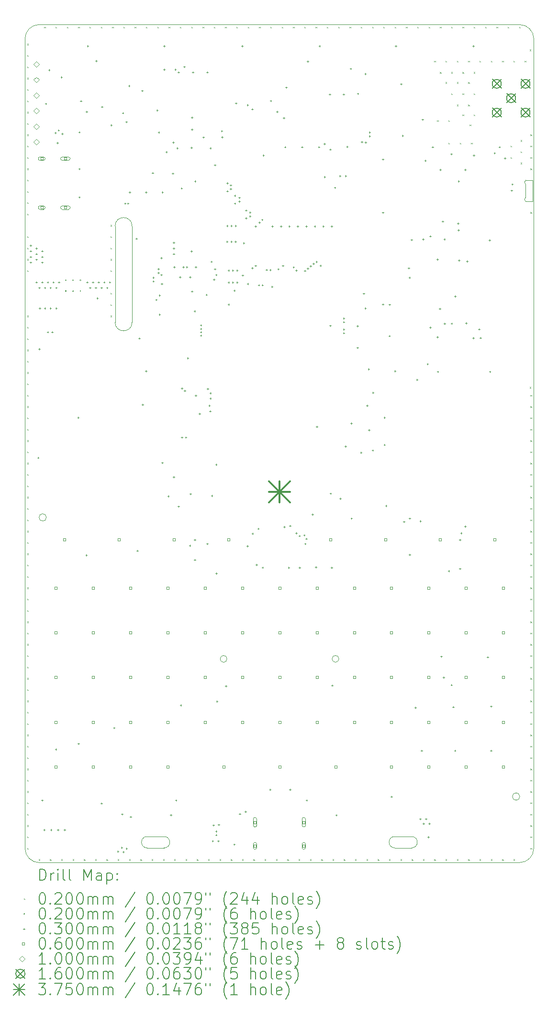
<source format=gbr>
%TF.GenerationSoftware,KiCad,Pcbnew,9.0.2*%
%TF.CreationDate,2025-06-08T18:04:14+02:00*%
%TF.ProjectId,badgeCarrierCard,62616467-6543-4617-9272-696572436172,V2.5*%
%TF.SameCoordinates,Original*%
%TF.FileFunction,Drillmap*%
%TF.FilePolarity,Positive*%
%FSLAX45Y45*%
G04 Gerber Fmt 4.5, Leading zero omitted, Abs format (unit mm)*
G04 Created by KiCad (PCBNEW 9.0.2) date 2025-06-08 18:04:14*
%MOMM*%
%LPD*%
G01*
G04 APERTURE LIST*
%ADD10C,0.050000*%
%ADD11C,0.100000*%
%ADD12C,0.010000*%
%ADD13C,0.200000*%
%ADD14C,0.160000*%
%ADD15C,0.375000*%
G04 APERTURE END LIST*
D10*
X11750000Y-2700000D02*
X3250000Y-2700000D01*
X3250000Y-17500000D02*
G75*
G02*
X3000000Y-17250000I0J250000D01*
G01*
X5460000Y-17040000D02*
G75*
G02*
X5460000Y-17240000I0J-100000D01*
G01*
X3000000Y-2950000D02*
G75*
G02*
X3250000Y-2700000I250000J0D01*
G01*
X9540000Y-17240000D02*
G75*
G02*
X9540000Y-17040000I0J100000D01*
G01*
X12000000Y-17250000D02*
X12000000Y-2950000D01*
X5160000Y-17040000D02*
X5460000Y-17040000D01*
X12000000Y-17250000D02*
G75*
G02*
X11750000Y-17500000I-250000J0D01*
G01*
X9540000Y-17040000D02*
X9840000Y-17040000D01*
X5160000Y-17240000D02*
G75*
G02*
X5160000Y-17040000I0J100000D01*
G01*
X9540000Y-17240000D02*
X9840000Y-17240000D01*
X11750000Y-2700000D02*
G75*
G02*
X12000000Y-2950000I0J-250000D01*
G01*
X5160000Y-17240000D02*
X5460000Y-17240000D01*
X3250000Y-17500000D02*
X11750000Y-17500000D01*
X3000000Y-2950000D02*
X3000000Y-17250000D01*
X9840000Y-17040000D02*
G75*
G02*
X9840000Y-17240000I0J-100000D01*
G01*
X4593500Y-6258500D02*
X4593500Y-7958500D01*
X4893500Y-7958500D02*
X4893500Y-6258500D01*
X4593500Y-6258500D02*
G75*
G02*
X4893500Y-6258500I150000J0D01*
G01*
X4893500Y-7958500D02*
G75*
G02*
X4593500Y-7958500I-150000J0D01*
G01*
D11*
X3377500Y-11403728D02*
G75*
G02*
X3247500Y-11403728I-65000J0D01*
G01*
X3247500Y-11403728D02*
G75*
G02*
X3377500Y-11403728I65000J0D01*
G01*
X6572500Y-13902728D02*
G75*
G02*
X6452500Y-13902728I-60000J0D01*
G01*
X6452500Y-13902728D02*
G75*
G02*
X6572500Y-13902728I60000J0D01*
G01*
X8552500Y-13902728D02*
G75*
G02*
X8432500Y-13902728I-60000J0D01*
G01*
X8432500Y-13902728D02*
G75*
G02*
X8552500Y-13902728I60000J0D01*
G01*
X11752500Y-16333728D02*
G75*
G02*
X11622500Y-16333728I-65000J0D01*
G01*
X11622500Y-16333728D02*
G75*
G02*
X11752500Y-16333728I65000J0D01*
G01*
D12*
X11849454Y-5515961D02*
X11849454Y-5755961D01*
X11859478Y-5825961D02*
X11984454Y-5825961D01*
X11984454Y-5445961D02*
X11859657Y-5445961D01*
X11984454Y-5825961D02*
X11984454Y-5445961D01*
X11849454Y-5515961D02*
G75*
G02*
X11859657Y-5445828I40013J29988D01*
G01*
X11859478Y-5825961D02*
G75*
G02*
X11849454Y-5755961I29988J40012D01*
G01*
D13*
D11*
X3040000Y-3040000D02*
X3060000Y-3060000D01*
X3060000Y-3040000D02*
X3040000Y-3060000D01*
X3040000Y-3240000D02*
X3060000Y-3260000D01*
X3060000Y-3240000D02*
X3040000Y-3260000D01*
X3040000Y-3440000D02*
X3060000Y-3460000D01*
X3060000Y-3440000D02*
X3040000Y-3460000D01*
X3040000Y-3640000D02*
X3060000Y-3660000D01*
X3060000Y-3640000D02*
X3040000Y-3660000D01*
X3040000Y-3840000D02*
X3060000Y-3860000D01*
X3060000Y-3840000D02*
X3040000Y-3860000D01*
X3040000Y-4040000D02*
X3060000Y-4060000D01*
X3060000Y-4040000D02*
X3040000Y-4060000D01*
X3040000Y-4240000D02*
X3060000Y-4260000D01*
X3060000Y-4240000D02*
X3040000Y-4260000D01*
X3040000Y-4440000D02*
X3060000Y-4460000D01*
X3060000Y-4440000D02*
X3040000Y-4460000D01*
X3040000Y-4640000D02*
X3060000Y-4660000D01*
X3060000Y-4640000D02*
X3040000Y-4660000D01*
X3040000Y-4840000D02*
X3060000Y-4860000D01*
X3060000Y-4840000D02*
X3040000Y-4860000D01*
X3040000Y-5040000D02*
X3060000Y-5060000D01*
X3060000Y-5040000D02*
X3040000Y-5060000D01*
X3040000Y-5240000D02*
X3060000Y-5260000D01*
X3060000Y-5240000D02*
X3040000Y-5260000D01*
X3040000Y-5440000D02*
X3060000Y-5460000D01*
X3060000Y-5440000D02*
X3040000Y-5460000D01*
X3040000Y-5640000D02*
X3060000Y-5660000D01*
X3060000Y-5640000D02*
X3040000Y-5660000D01*
X3040000Y-5840000D02*
X3060000Y-5860000D01*
X3060000Y-5840000D02*
X3040000Y-5860000D01*
X3040000Y-6040000D02*
X3060000Y-6060000D01*
X3060000Y-6040000D02*
X3040000Y-6060000D01*
X3040000Y-6440000D02*
X3060000Y-6460000D01*
X3060000Y-6440000D02*
X3040000Y-6460000D01*
X3040000Y-6640000D02*
X3060000Y-6660000D01*
X3060000Y-6640000D02*
X3040000Y-6660000D01*
X3040000Y-6840000D02*
X3060000Y-6860000D01*
X3060000Y-6840000D02*
X3040000Y-6860000D01*
X3040000Y-7040000D02*
X3060000Y-7060000D01*
X3060000Y-7040000D02*
X3040000Y-7060000D01*
X3040000Y-7840000D02*
X3060000Y-7860000D01*
X3060000Y-7840000D02*
X3040000Y-7860000D01*
X3040000Y-8040000D02*
X3060000Y-8060000D01*
X3060000Y-8040000D02*
X3040000Y-8060000D01*
X3040000Y-8240000D02*
X3060000Y-8260000D01*
X3060000Y-8240000D02*
X3040000Y-8260000D01*
X3040000Y-8440000D02*
X3060000Y-8460000D01*
X3060000Y-8440000D02*
X3040000Y-8460000D01*
X3040000Y-8640000D02*
X3060000Y-8660000D01*
X3060000Y-8640000D02*
X3040000Y-8660000D01*
X3040000Y-8840000D02*
X3060000Y-8860000D01*
X3060000Y-8840000D02*
X3040000Y-8860000D01*
X3040000Y-9040000D02*
X3060000Y-9060000D01*
X3060000Y-9040000D02*
X3040000Y-9060000D01*
X3040000Y-9240000D02*
X3060000Y-9260000D01*
X3060000Y-9240000D02*
X3040000Y-9260000D01*
X3040000Y-9440000D02*
X3060000Y-9460000D01*
X3060000Y-9440000D02*
X3040000Y-9460000D01*
X3040000Y-9640000D02*
X3060000Y-9660000D01*
X3060000Y-9640000D02*
X3040000Y-9660000D01*
X3040000Y-9840000D02*
X3060000Y-9860000D01*
X3060000Y-9840000D02*
X3040000Y-9860000D01*
X3040000Y-10040000D02*
X3060000Y-10060000D01*
X3060000Y-10040000D02*
X3040000Y-10060000D01*
X3040000Y-10240000D02*
X3060000Y-10260000D01*
X3060000Y-10240000D02*
X3040000Y-10260000D01*
X3040000Y-10440000D02*
X3060000Y-10460000D01*
X3060000Y-10440000D02*
X3040000Y-10460000D01*
X3040000Y-10640000D02*
X3060000Y-10660000D01*
X3060000Y-10640000D02*
X3040000Y-10660000D01*
X3040000Y-10840000D02*
X3060000Y-10860000D01*
X3060000Y-10840000D02*
X3040000Y-10860000D01*
X3040000Y-11040000D02*
X3060000Y-11060000D01*
X3060000Y-11040000D02*
X3040000Y-11060000D01*
X3040000Y-11240000D02*
X3060000Y-11260000D01*
X3060000Y-11240000D02*
X3040000Y-11260000D01*
X3040000Y-11440000D02*
X3060000Y-11460000D01*
X3060000Y-11440000D02*
X3040000Y-11460000D01*
X3040000Y-11640000D02*
X3060000Y-11660000D01*
X3060000Y-11640000D02*
X3040000Y-11660000D01*
X3040000Y-11840000D02*
X3060000Y-11860000D01*
X3060000Y-11840000D02*
X3040000Y-11860000D01*
X3040000Y-12040000D02*
X3060000Y-12060000D01*
X3060000Y-12040000D02*
X3040000Y-12060000D01*
X3040000Y-12240000D02*
X3060000Y-12260000D01*
X3060000Y-12240000D02*
X3040000Y-12260000D01*
X3040000Y-12440000D02*
X3060000Y-12460000D01*
X3060000Y-12440000D02*
X3040000Y-12460000D01*
X3040000Y-12640000D02*
X3060000Y-12660000D01*
X3060000Y-12640000D02*
X3040000Y-12660000D01*
X3040000Y-12840000D02*
X3060000Y-12860000D01*
X3060000Y-12840000D02*
X3040000Y-12860000D01*
X3040000Y-13040000D02*
X3060000Y-13060000D01*
X3060000Y-13040000D02*
X3040000Y-13060000D01*
X3040000Y-13240000D02*
X3060000Y-13260000D01*
X3060000Y-13240000D02*
X3040000Y-13260000D01*
X3040000Y-13440000D02*
X3060000Y-13460000D01*
X3060000Y-13440000D02*
X3040000Y-13460000D01*
X3040000Y-13640000D02*
X3060000Y-13660000D01*
X3060000Y-13640000D02*
X3040000Y-13660000D01*
X3040000Y-13840000D02*
X3060000Y-13860000D01*
X3060000Y-13840000D02*
X3040000Y-13860000D01*
X3040000Y-14040000D02*
X3060000Y-14060000D01*
X3060000Y-14040000D02*
X3040000Y-14060000D01*
X3040000Y-14240000D02*
X3060000Y-14260000D01*
X3060000Y-14240000D02*
X3040000Y-14260000D01*
X3040000Y-14440000D02*
X3060000Y-14460000D01*
X3060000Y-14440000D02*
X3040000Y-14460000D01*
X3040000Y-14640000D02*
X3060000Y-14660000D01*
X3060000Y-14640000D02*
X3040000Y-14660000D01*
X3040000Y-14840000D02*
X3060000Y-14860000D01*
X3060000Y-14840000D02*
X3040000Y-14860000D01*
X3040000Y-15040000D02*
X3060000Y-15060000D01*
X3060000Y-15040000D02*
X3040000Y-15060000D01*
X3040000Y-15240000D02*
X3060000Y-15260000D01*
X3060000Y-15240000D02*
X3040000Y-15260000D01*
X3040000Y-15440000D02*
X3060000Y-15460000D01*
X3060000Y-15440000D02*
X3040000Y-15460000D01*
X3040000Y-15640000D02*
X3060000Y-15660000D01*
X3060000Y-15640000D02*
X3040000Y-15660000D01*
X3040000Y-15840000D02*
X3060000Y-15860000D01*
X3060000Y-15840000D02*
X3040000Y-15860000D01*
X3040000Y-16040000D02*
X3060000Y-16060000D01*
X3060000Y-16040000D02*
X3040000Y-16060000D01*
X3040000Y-16240000D02*
X3060000Y-16260000D01*
X3060000Y-16240000D02*
X3040000Y-16260000D01*
X3040000Y-16440000D02*
X3060000Y-16460000D01*
X3060000Y-16440000D02*
X3040000Y-16460000D01*
X3040000Y-16640000D02*
X3060000Y-16660000D01*
X3060000Y-16640000D02*
X3040000Y-16660000D01*
X3040000Y-16840000D02*
X3060000Y-16860000D01*
X3060000Y-16840000D02*
X3040000Y-16860000D01*
X3040000Y-17040000D02*
X3060000Y-17060000D01*
X3060000Y-17040000D02*
X3040000Y-17060000D01*
X3040000Y-17240000D02*
X3060000Y-17260000D01*
X3060000Y-17240000D02*
X3040000Y-17260000D01*
X3240000Y-17440000D02*
X3260000Y-17460000D01*
X3260000Y-17440000D02*
X3240000Y-17460000D01*
X3340000Y-2740000D02*
X3360000Y-2760000D01*
X3360000Y-2740000D02*
X3340000Y-2760000D01*
X3440000Y-17440000D02*
X3460000Y-17460000D01*
X3460000Y-17440000D02*
X3440000Y-17460000D01*
X3540000Y-2740000D02*
X3560000Y-2760000D01*
X3560000Y-2740000D02*
X3540000Y-2760000D01*
X3640000Y-17440000D02*
X3660000Y-17460000D01*
X3660000Y-17440000D02*
X3640000Y-17460000D01*
X3740000Y-2740000D02*
X3760000Y-2760000D01*
X3760000Y-2740000D02*
X3740000Y-2760000D01*
X3840000Y-17440000D02*
X3860000Y-17460000D01*
X3860000Y-17440000D02*
X3840000Y-17460000D01*
X3940000Y-2740000D02*
X3960000Y-2760000D01*
X3960000Y-2740000D02*
X3940000Y-2760000D01*
X4040000Y-17440000D02*
X4060000Y-17460000D01*
X4060000Y-17440000D02*
X4040000Y-17460000D01*
X4140000Y-2740000D02*
X4160000Y-2760000D01*
X4160000Y-2740000D02*
X4140000Y-2760000D01*
X4240000Y-17440000D02*
X4260000Y-17460000D01*
X4260000Y-17440000D02*
X4240000Y-17460000D01*
X4340000Y-2740000D02*
X4360000Y-2760000D01*
X4360000Y-2740000D02*
X4340000Y-2760000D01*
X4440000Y-17440000D02*
X4460000Y-17460000D01*
X4460000Y-17440000D02*
X4440000Y-17460000D01*
X4512500Y-6240000D02*
X4532500Y-6260000D01*
X4532500Y-6240000D02*
X4512500Y-6260000D01*
X4512500Y-6440000D02*
X4532500Y-6460000D01*
X4532500Y-6440000D02*
X4512500Y-6460000D01*
X4512500Y-6640000D02*
X4532500Y-6660000D01*
X4532500Y-6640000D02*
X4512500Y-6660000D01*
X4512500Y-6840000D02*
X4532500Y-6860000D01*
X4532500Y-6840000D02*
X4512500Y-6860000D01*
X4512500Y-7040000D02*
X4532500Y-7060000D01*
X4532500Y-7040000D02*
X4512500Y-7060000D01*
X4512500Y-7440000D02*
X4532500Y-7460000D01*
X4532500Y-7440000D02*
X4512500Y-7460000D01*
X4512500Y-7640000D02*
X4532500Y-7660000D01*
X4532500Y-7640000D02*
X4512500Y-7660000D01*
X4512500Y-7840000D02*
X4532500Y-7860000D01*
X4532500Y-7840000D02*
X4512500Y-7860000D01*
X4540000Y-2740000D02*
X4560000Y-2760000D01*
X4560000Y-2740000D02*
X4540000Y-2760000D01*
X4640000Y-17440000D02*
X4660000Y-17460000D01*
X4660000Y-17440000D02*
X4640000Y-17460000D01*
X4740000Y-2740000D02*
X4760000Y-2760000D01*
X4760000Y-2740000D02*
X4740000Y-2760000D01*
X4840000Y-17440000D02*
X4860000Y-17460000D01*
X4860000Y-17440000D02*
X4840000Y-17460000D01*
X4940000Y-2740000D02*
X4960000Y-2760000D01*
X4960000Y-2740000D02*
X4940000Y-2760000D01*
X5040000Y-17440000D02*
X5060000Y-17460000D01*
X5060000Y-17440000D02*
X5040000Y-17460000D01*
X5140000Y-2740000D02*
X5160000Y-2760000D01*
X5160000Y-2740000D02*
X5140000Y-2760000D01*
X5240000Y-17440000D02*
X5260000Y-17460000D01*
X5260000Y-17440000D02*
X5240000Y-17460000D01*
X5340000Y-2740000D02*
X5360000Y-2760000D01*
X5360000Y-2740000D02*
X5340000Y-2760000D01*
X5440000Y-17440000D02*
X5460000Y-17460000D01*
X5460000Y-17440000D02*
X5440000Y-17460000D01*
X5540000Y-2740000D02*
X5560000Y-2760000D01*
X5560000Y-2740000D02*
X5540000Y-2760000D01*
X5640000Y-17440000D02*
X5660000Y-17460000D01*
X5660000Y-17440000D02*
X5640000Y-17460000D01*
X5740000Y-2740000D02*
X5760000Y-2760000D01*
X5760000Y-2740000D02*
X5740000Y-2760000D01*
X5840000Y-17440000D02*
X5860000Y-17460000D01*
X5860000Y-17440000D02*
X5840000Y-17460000D01*
X5940000Y-2740000D02*
X5960000Y-2760000D01*
X5960000Y-2740000D02*
X5940000Y-2760000D01*
X6040000Y-17440000D02*
X6060000Y-17460000D01*
X6060000Y-17440000D02*
X6040000Y-17460000D01*
X6140000Y-2740000D02*
X6160000Y-2760000D01*
X6160000Y-2740000D02*
X6140000Y-2760000D01*
X6240000Y-17440000D02*
X6260000Y-17460000D01*
X6260000Y-17440000D02*
X6240000Y-17460000D01*
X6340000Y-2740000D02*
X6360000Y-2760000D01*
X6360000Y-2740000D02*
X6340000Y-2760000D01*
X6440000Y-17440000D02*
X6460000Y-17460000D01*
X6460000Y-17440000D02*
X6440000Y-17460000D01*
X6540000Y-2740000D02*
X6560000Y-2760000D01*
X6560000Y-2740000D02*
X6540000Y-2760000D01*
X6640000Y-17440000D02*
X6660000Y-17460000D01*
X6660000Y-17440000D02*
X6640000Y-17460000D01*
X6740000Y-2740000D02*
X6760000Y-2760000D01*
X6760000Y-2740000D02*
X6740000Y-2760000D01*
X6840000Y-17440000D02*
X6860000Y-17460000D01*
X6860000Y-17440000D02*
X6840000Y-17460000D01*
X6940000Y-2740000D02*
X6960000Y-2760000D01*
X6960000Y-2740000D02*
X6940000Y-2760000D01*
X7040000Y-17440000D02*
X7060000Y-17460000D01*
X7060000Y-17440000D02*
X7040000Y-17460000D01*
X7140000Y-2740000D02*
X7160000Y-2760000D01*
X7160000Y-2740000D02*
X7140000Y-2760000D01*
X7240000Y-17440000D02*
X7260000Y-17460000D01*
X7260000Y-17440000D02*
X7240000Y-17460000D01*
X7340000Y-2740000D02*
X7360000Y-2760000D01*
X7360000Y-2740000D02*
X7340000Y-2760000D01*
X7440000Y-17440000D02*
X7460000Y-17460000D01*
X7460000Y-17440000D02*
X7440000Y-17460000D01*
X7540000Y-2740000D02*
X7560000Y-2760000D01*
X7560000Y-2740000D02*
X7540000Y-2760000D01*
X7640000Y-17440000D02*
X7660000Y-17460000D01*
X7660000Y-17440000D02*
X7640000Y-17460000D01*
X7740000Y-2740000D02*
X7760000Y-2760000D01*
X7760000Y-2740000D02*
X7740000Y-2760000D01*
X7840000Y-17440000D02*
X7860000Y-17460000D01*
X7860000Y-17440000D02*
X7840000Y-17460000D01*
X7940000Y-2740000D02*
X7960000Y-2760000D01*
X7960000Y-2740000D02*
X7940000Y-2760000D01*
X8040000Y-17440000D02*
X8060000Y-17460000D01*
X8060000Y-17440000D02*
X8040000Y-17460000D01*
X8140000Y-2740000D02*
X8160000Y-2760000D01*
X8160000Y-2740000D02*
X8140000Y-2760000D01*
X8240000Y-17440000D02*
X8260000Y-17460000D01*
X8260000Y-17440000D02*
X8240000Y-17460000D01*
X8340000Y-2740000D02*
X8360000Y-2760000D01*
X8360000Y-2740000D02*
X8340000Y-2760000D01*
X8440000Y-17440000D02*
X8460000Y-17460000D01*
X8460000Y-17440000D02*
X8440000Y-17460000D01*
X8540000Y-2740000D02*
X8560000Y-2760000D01*
X8560000Y-2740000D02*
X8540000Y-2760000D01*
X8640000Y-17440000D02*
X8660000Y-17460000D01*
X8660000Y-17440000D02*
X8640000Y-17460000D01*
X8740000Y-2740000D02*
X8760000Y-2760000D01*
X8760000Y-2740000D02*
X8740000Y-2760000D01*
X8840000Y-17440000D02*
X8860000Y-17460000D01*
X8860000Y-17440000D02*
X8840000Y-17460000D01*
X8940000Y-2740000D02*
X8960000Y-2760000D01*
X8960000Y-2740000D02*
X8940000Y-2760000D01*
X9040000Y-17440000D02*
X9060000Y-17460000D01*
X9060000Y-17440000D02*
X9040000Y-17460000D01*
X9140000Y-2740000D02*
X9160000Y-2760000D01*
X9160000Y-2740000D02*
X9140000Y-2760000D01*
X9240000Y-17440000D02*
X9260000Y-17460000D01*
X9260000Y-17440000D02*
X9240000Y-17460000D01*
X9340000Y-2740000D02*
X9360000Y-2760000D01*
X9360000Y-2740000D02*
X9340000Y-2760000D01*
X9440000Y-17440000D02*
X9460000Y-17460000D01*
X9460000Y-17440000D02*
X9440000Y-17460000D01*
X9540000Y-2740000D02*
X9560000Y-2760000D01*
X9560000Y-2740000D02*
X9540000Y-2760000D01*
X9640000Y-17440000D02*
X9660000Y-17460000D01*
X9660000Y-17440000D02*
X9640000Y-17460000D01*
X9740000Y-2740000D02*
X9760000Y-2760000D01*
X9760000Y-2740000D02*
X9740000Y-2760000D01*
X9840000Y-17440000D02*
X9860000Y-17460000D01*
X9860000Y-17440000D02*
X9840000Y-17460000D01*
X9940000Y-2740000D02*
X9960000Y-2760000D01*
X9960000Y-2740000D02*
X9940000Y-2760000D01*
X10040000Y-17440000D02*
X10060000Y-17460000D01*
X10060000Y-17440000D02*
X10040000Y-17460000D01*
X10140000Y-2740000D02*
X10160000Y-2760000D01*
X10160000Y-2740000D02*
X10140000Y-2760000D01*
X10240000Y-3340000D02*
X10260000Y-3360000D01*
X10260000Y-3340000D02*
X10240000Y-3360000D01*
X10240000Y-17440000D02*
X10260000Y-17460000D01*
X10260000Y-17440000D02*
X10240000Y-17460000D01*
X10290000Y-4390000D02*
X10310000Y-4410000D01*
X10310000Y-4390000D02*
X10290000Y-4410000D01*
X10340000Y-2740000D02*
X10360000Y-2760000D01*
X10360000Y-2740000D02*
X10340000Y-2760000D01*
X10340000Y-3540000D02*
X10360000Y-3560000D01*
X10360000Y-3540000D02*
X10340000Y-3560000D01*
X10440000Y-3340000D02*
X10460000Y-3360000D01*
X10460000Y-3340000D02*
X10440000Y-3360000D01*
X10440000Y-3715000D02*
X10460000Y-3735000D01*
X10460000Y-3715000D02*
X10440000Y-3735000D01*
X10440000Y-17440000D02*
X10460000Y-17460000D01*
X10460000Y-17440000D02*
X10440000Y-17460000D01*
X10490000Y-4390000D02*
X10510000Y-4410000D01*
X10510000Y-4390000D02*
X10490000Y-4410000D01*
X10490000Y-4790000D02*
X10510000Y-4810000D01*
X10510000Y-4790000D02*
X10490000Y-4810000D01*
X10540000Y-2740000D02*
X10560000Y-2760000D01*
X10560000Y-2740000D02*
X10540000Y-2760000D01*
X10540000Y-3540000D02*
X10560000Y-3560000D01*
X10560000Y-3540000D02*
X10540000Y-3560000D01*
X10540000Y-3915000D02*
X10560000Y-3935000D01*
X10560000Y-3915000D02*
X10540000Y-3935000D01*
X10640000Y-3340000D02*
X10660000Y-3360000D01*
X10660000Y-3340000D02*
X10640000Y-3360000D01*
X10640000Y-3715000D02*
X10660000Y-3735000D01*
X10660000Y-3715000D02*
X10640000Y-3735000D01*
X10640000Y-4115000D02*
X10660000Y-4135000D01*
X10660000Y-4115000D02*
X10640000Y-4135000D01*
X10640000Y-17440000D02*
X10660000Y-17460000D01*
X10660000Y-17440000D02*
X10640000Y-17460000D01*
X10690000Y-4790000D02*
X10710000Y-4810000D01*
X10710000Y-4790000D02*
X10690000Y-4810000D01*
X10740000Y-2740000D02*
X10760000Y-2760000D01*
X10760000Y-2740000D02*
X10740000Y-2760000D01*
X10740000Y-3540000D02*
X10760000Y-3560000D01*
X10760000Y-3540000D02*
X10740000Y-3560000D01*
X10740000Y-3915000D02*
X10760000Y-3935000D01*
X10760000Y-3915000D02*
X10740000Y-3935000D01*
X10740000Y-4290000D02*
X10760000Y-4310000D01*
X10760000Y-4290000D02*
X10740000Y-4310000D01*
X10840000Y-3340000D02*
X10860000Y-3360000D01*
X10860000Y-3340000D02*
X10840000Y-3360000D01*
X10840000Y-3715000D02*
X10860000Y-3735000D01*
X10860000Y-3715000D02*
X10840000Y-3735000D01*
X10840000Y-4115000D02*
X10860000Y-4135000D01*
X10860000Y-4115000D02*
X10840000Y-4135000D01*
X10840000Y-17440000D02*
X10860000Y-17460000D01*
X10860000Y-17440000D02*
X10840000Y-17460000D01*
X10865000Y-4465000D02*
X10885000Y-4485000D01*
X10885000Y-4465000D02*
X10865000Y-4485000D01*
X10890000Y-4790000D02*
X10910000Y-4810000D01*
X10910000Y-4790000D02*
X10890000Y-4810000D01*
X10940000Y-2740000D02*
X10960000Y-2760000D01*
X10960000Y-2740000D02*
X10940000Y-2760000D01*
X10940000Y-3540000D02*
X10960000Y-3560000D01*
X10960000Y-3540000D02*
X10940000Y-3560000D01*
X10940000Y-3915000D02*
X10960000Y-3935000D01*
X10960000Y-3915000D02*
X10940000Y-3935000D01*
X10940000Y-4290000D02*
X10960000Y-4310000D01*
X10960000Y-4290000D02*
X10940000Y-4310000D01*
X11040000Y-3340000D02*
X11060000Y-3360000D01*
X11060000Y-3340000D02*
X11040000Y-3360000D01*
X11040000Y-17440000D02*
X11060000Y-17460000D01*
X11060000Y-17440000D02*
X11040000Y-17460000D01*
X11140000Y-2740000D02*
X11160000Y-2760000D01*
X11160000Y-2740000D02*
X11140000Y-2760000D01*
X11240000Y-3340000D02*
X11260000Y-3360000D01*
X11260000Y-3340000D02*
X11240000Y-3360000D01*
X11240000Y-17440000D02*
X11260000Y-17460000D01*
X11260000Y-17440000D02*
X11240000Y-17460000D01*
X11340000Y-2740000D02*
X11360000Y-2760000D01*
X11360000Y-2740000D02*
X11340000Y-2760000D01*
X11440000Y-3340000D02*
X11460000Y-3360000D01*
X11460000Y-3340000D02*
X11440000Y-3360000D01*
X11440000Y-17440000D02*
X11460000Y-17460000D01*
X11460000Y-17440000D02*
X11440000Y-17460000D01*
X11540000Y-2740000D02*
X11560000Y-2760000D01*
X11560000Y-2740000D02*
X11540000Y-2760000D01*
X11590000Y-4840000D02*
X11610000Y-4860000D01*
X11610000Y-4840000D02*
X11590000Y-4860000D01*
X11590000Y-5040000D02*
X11610000Y-5060000D01*
X11610000Y-5040000D02*
X11590000Y-5060000D01*
X11640000Y-3340000D02*
X11660000Y-3360000D01*
X11660000Y-3340000D02*
X11640000Y-3360000D01*
X11640000Y-17440000D02*
X11660000Y-17460000D01*
X11660000Y-17440000D02*
X11640000Y-17460000D01*
X11740000Y-2740000D02*
X11760000Y-2760000D01*
X11760000Y-2740000D02*
X11740000Y-2760000D01*
X11765000Y-4740000D02*
X11785000Y-4760000D01*
X11785000Y-4740000D02*
X11765000Y-4760000D01*
X11765000Y-4940000D02*
X11785000Y-4960000D01*
X11785000Y-4940000D02*
X11765000Y-4960000D01*
X11765000Y-5140000D02*
X11785000Y-5160000D01*
X11785000Y-5140000D02*
X11765000Y-5160000D01*
X11840000Y-3340000D02*
X11860000Y-3360000D01*
X11860000Y-3340000D02*
X11840000Y-3360000D01*
X11930000Y-3140000D02*
X11950000Y-3160000D01*
X11950000Y-3140000D02*
X11930000Y-3160000D01*
X11930000Y-9100000D02*
X11950000Y-9120000D01*
X11950000Y-9100000D02*
X11930000Y-9120000D01*
X11940000Y-4640000D02*
X11960000Y-4660000D01*
X11960000Y-4640000D02*
X11940000Y-4660000D01*
X11940000Y-4840000D02*
X11960000Y-4860000D01*
X11960000Y-4840000D02*
X11940000Y-4860000D01*
X11940000Y-5040000D02*
X11960000Y-5060000D01*
X11960000Y-5040000D02*
X11940000Y-5060000D01*
X11940000Y-5240000D02*
X11960000Y-5260000D01*
X11960000Y-5240000D02*
X11940000Y-5260000D01*
X11940000Y-6010000D02*
X11960000Y-6030000D01*
X11960000Y-6010000D02*
X11940000Y-6030000D01*
X11940000Y-9240000D02*
X11960000Y-9260000D01*
X11960000Y-9240000D02*
X11940000Y-9260000D01*
X11940000Y-9440000D02*
X11960000Y-9460000D01*
X11960000Y-9440000D02*
X11940000Y-9460000D01*
X11940000Y-9640000D02*
X11960000Y-9660000D01*
X11960000Y-9640000D02*
X11940000Y-9660000D01*
X11940000Y-9840000D02*
X11960000Y-9860000D01*
X11960000Y-9840000D02*
X11940000Y-9860000D01*
X11940000Y-10040000D02*
X11960000Y-10060000D01*
X11960000Y-10040000D02*
X11940000Y-10060000D01*
X11940000Y-10240000D02*
X11960000Y-10260000D01*
X11960000Y-10240000D02*
X11940000Y-10260000D01*
X11940000Y-10440000D02*
X11960000Y-10460000D01*
X11960000Y-10440000D02*
X11940000Y-10460000D01*
X11940000Y-10640000D02*
X11960000Y-10660000D01*
X11960000Y-10640000D02*
X11940000Y-10660000D01*
X11940000Y-10840000D02*
X11960000Y-10860000D01*
X11960000Y-10840000D02*
X11940000Y-10860000D01*
X11940000Y-11040000D02*
X11960000Y-11060000D01*
X11960000Y-11040000D02*
X11940000Y-11060000D01*
X11940000Y-11240000D02*
X11960000Y-11260000D01*
X11960000Y-11240000D02*
X11940000Y-11260000D01*
X11940000Y-11440000D02*
X11960000Y-11460000D01*
X11960000Y-11440000D02*
X11940000Y-11460000D01*
X11940000Y-11640000D02*
X11960000Y-11660000D01*
X11960000Y-11640000D02*
X11940000Y-11660000D01*
X11940000Y-11840000D02*
X11960000Y-11860000D01*
X11960000Y-11840000D02*
X11940000Y-11860000D01*
X11940000Y-12040000D02*
X11960000Y-12060000D01*
X11960000Y-12040000D02*
X11940000Y-12060000D01*
X11940000Y-12240000D02*
X11960000Y-12260000D01*
X11960000Y-12240000D02*
X11940000Y-12260000D01*
X11940000Y-12440000D02*
X11960000Y-12460000D01*
X11960000Y-12440000D02*
X11940000Y-12460000D01*
X11940000Y-12640000D02*
X11960000Y-12660000D01*
X11960000Y-12640000D02*
X11940000Y-12660000D01*
X11940000Y-12840000D02*
X11960000Y-12860000D01*
X11960000Y-12840000D02*
X11940000Y-12860000D01*
X11940000Y-13040000D02*
X11960000Y-13060000D01*
X11960000Y-13040000D02*
X11940000Y-13060000D01*
X11940000Y-13240000D02*
X11960000Y-13260000D01*
X11960000Y-13240000D02*
X11940000Y-13260000D01*
X11940000Y-13440000D02*
X11960000Y-13460000D01*
X11960000Y-13440000D02*
X11940000Y-13460000D01*
X11940000Y-13640000D02*
X11960000Y-13660000D01*
X11960000Y-13640000D02*
X11940000Y-13660000D01*
X11940000Y-13840000D02*
X11960000Y-13860000D01*
X11960000Y-13840000D02*
X11940000Y-13860000D01*
X11940000Y-14040000D02*
X11960000Y-14060000D01*
X11960000Y-14040000D02*
X11940000Y-14060000D01*
X11940000Y-14240000D02*
X11960000Y-14260000D01*
X11960000Y-14240000D02*
X11940000Y-14260000D01*
X11940000Y-14440000D02*
X11960000Y-14460000D01*
X11960000Y-14440000D02*
X11940000Y-14460000D01*
X11940000Y-14640000D02*
X11960000Y-14660000D01*
X11960000Y-14640000D02*
X11940000Y-14660000D01*
X11940000Y-14840000D02*
X11960000Y-14860000D01*
X11960000Y-14840000D02*
X11940000Y-14860000D01*
X11940000Y-15040000D02*
X11960000Y-15060000D01*
X11960000Y-15040000D02*
X11940000Y-15060000D01*
X11940000Y-15240000D02*
X11960000Y-15260000D01*
X11960000Y-15240000D02*
X11940000Y-15260000D01*
X11940000Y-15440000D02*
X11960000Y-15460000D01*
X11960000Y-15440000D02*
X11940000Y-15460000D01*
X11940000Y-15640000D02*
X11960000Y-15660000D01*
X11960000Y-15640000D02*
X11940000Y-15660000D01*
X11940000Y-15840000D02*
X11960000Y-15860000D01*
X11960000Y-15840000D02*
X11940000Y-15860000D01*
X11940000Y-16040000D02*
X11960000Y-16060000D01*
X11960000Y-16040000D02*
X11940000Y-16060000D01*
X11940000Y-16240000D02*
X11960000Y-16260000D01*
X11960000Y-16240000D02*
X11940000Y-16260000D01*
X11940000Y-16440000D02*
X11960000Y-16460000D01*
X11960000Y-16440000D02*
X11940000Y-16460000D01*
X11940000Y-16640000D02*
X11960000Y-16660000D01*
X11960000Y-16640000D02*
X11940000Y-16660000D01*
X11940000Y-16840000D02*
X11960000Y-16860000D01*
X11960000Y-16840000D02*
X11940000Y-16860000D01*
X11940000Y-17040000D02*
X11960000Y-17060000D01*
X11960000Y-17040000D02*
X11940000Y-17060000D01*
X11940000Y-17240000D02*
X11960000Y-17260000D01*
X11960000Y-17240000D02*
X11940000Y-17260000D01*
X3730000Y-7214500D02*
G75*
G02*
X3710000Y-7214500I-10000J0D01*
G01*
X3710000Y-7214500D02*
G75*
G02*
X3730000Y-7214500I10000J0D01*
G01*
X3730000Y-7405500D02*
G75*
G02*
X3710000Y-7405500I-10000J0D01*
G01*
X3710000Y-7405500D02*
G75*
G02*
X3730000Y-7405500I10000J0D01*
G01*
X3860000Y-7214500D02*
G75*
G02*
X3840000Y-7214500I-10000J0D01*
G01*
X3840000Y-7214500D02*
G75*
G02*
X3860000Y-7214500I10000J0D01*
G01*
X3860000Y-7405500D02*
G75*
G02*
X3840000Y-7405500I-10000J0D01*
G01*
X3840000Y-7405500D02*
G75*
G02*
X3860000Y-7405500I10000J0D01*
G01*
X3990000Y-7214500D02*
G75*
G02*
X3970000Y-7214500I-10000J0D01*
G01*
X3970000Y-7214500D02*
G75*
G02*
X3990000Y-7214500I10000J0D01*
G01*
X3990000Y-7405500D02*
G75*
G02*
X3970000Y-7405500I-10000J0D01*
G01*
X3970000Y-7405500D02*
G75*
G02*
X3990000Y-7405500I10000J0D01*
G01*
X3100000Y-6585000D02*
X3100000Y-6615000D01*
X3085000Y-6600000D02*
X3115000Y-6600000D01*
X3100000Y-6685000D02*
X3100000Y-6715000D01*
X3085000Y-6700000D02*
X3115000Y-6700000D01*
X3100000Y-6785000D02*
X3100000Y-6815000D01*
X3085000Y-6800000D02*
X3115000Y-6800000D01*
X3100000Y-6885000D02*
X3100000Y-6915000D01*
X3085000Y-6900000D02*
X3115000Y-6900000D01*
X3200000Y-6635000D02*
X3200000Y-6665000D01*
X3185000Y-6650000D02*
X3215000Y-6650000D01*
X3200000Y-6735000D02*
X3200000Y-6765000D01*
X3185000Y-6750000D02*
X3215000Y-6750000D01*
X3200000Y-6835000D02*
X3200000Y-6865000D01*
X3185000Y-6850000D02*
X3215000Y-6850000D01*
X3200000Y-7235000D02*
X3200000Y-7265000D01*
X3185000Y-7250000D02*
X3215000Y-7250000D01*
X3232000Y-10333000D02*
X3232000Y-10363000D01*
X3217000Y-10348000D02*
X3247000Y-10348000D01*
X3250000Y-7335000D02*
X3250000Y-7365000D01*
X3235000Y-7350000D02*
X3265000Y-7350000D01*
X3250000Y-8415000D02*
X3250000Y-8445000D01*
X3235000Y-8430000D02*
X3265000Y-8430000D01*
X3260000Y-7695000D02*
X3260000Y-7725000D01*
X3245000Y-7710000D02*
X3275000Y-7710000D01*
X3300000Y-6685000D02*
X3300000Y-6715000D01*
X3285000Y-6700000D02*
X3315000Y-6700000D01*
X3300000Y-6785000D02*
X3300000Y-6815000D01*
X3285000Y-6800000D02*
X3315000Y-6800000D01*
X3300000Y-6885000D02*
X3300000Y-6915000D01*
X3285000Y-6900000D02*
X3315000Y-6900000D01*
X3300000Y-7235000D02*
X3300000Y-7265000D01*
X3285000Y-7250000D02*
X3315000Y-7250000D01*
X3300000Y-16385000D02*
X3300000Y-16415000D01*
X3285000Y-16400000D02*
X3315000Y-16400000D01*
X3340000Y-16905000D02*
X3340000Y-16935000D01*
X3325000Y-16920000D02*
X3355000Y-16920000D01*
X3350000Y-7335000D02*
X3350000Y-7365000D01*
X3335000Y-7350000D02*
X3365000Y-7350000D01*
X3350000Y-7695000D02*
X3350000Y-7725000D01*
X3335000Y-7710000D02*
X3365000Y-7710000D01*
X3367500Y-4082500D02*
X3367500Y-4112500D01*
X3352500Y-4097500D02*
X3382500Y-4097500D01*
X3400000Y-7235000D02*
X3400000Y-7265000D01*
X3385000Y-7250000D02*
X3415000Y-7250000D01*
X3400000Y-8115000D02*
X3400000Y-8145000D01*
X3385000Y-8130000D02*
X3415000Y-8130000D01*
X3425000Y-3485000D02*
X3425000Y-3515000D01*
X3410000Y-3500000D02*
X3440000Y-3500000D01*
X3450000Y-7335000D02*
X3450000Y-7365000D01*
X3435000Y-7350000D02*
X3465000Y-7350000D01*
X3450000Y-7695000D02*
X3450000Y-7725000D01*
X3435000Y-7710000D02*
X3465000Y-7710000D01*
X3460000Y-16905000D02*
X3460000Y-16935000D01*
X3445000Y-16920000D02*
X3475000Y-16920000D01*
X3480000Y-8115000D02*
X3480000Y-8145000D01*
X3465000Y-8130000D02*
X3495000Y-8130000D01*
X3500000Y-7235000D02*
X3500000Y-7265000D01*
X3485000Y-7250000D02*
X3515000Y-7250000D01*
X3535000Y-4595000D02*
X3535000Y-4625000D01*
X3520000Y-4610000D02*
X3550000Y-4610000D01*
X3545000Y-15486000D02*
X3545000Y-15516000D01*
X3530000Y-15501000D02*
X3560000Y-15501000D01*
X3550000Y-7335000D02*
X3550000Y-7365000D01*
X3535000Y-7350000D02*
X3565000Y-7350000D01*
X3550000Y-7695000D02*
X3550000Y-7725000D01*
X3535000Y-7710000D02*
X3565000Y-7710000D01*
X3571000Y-4774000D02*
X3571000Y-4804000D01*
X3556000Y-4789000D02*
X3586000Y-4789000D01*
X3580000Y-16905000D02*
X3580000Y-16935000D01*
X3565000Y-16920000D02*
X3595000Y-16920000D01*
X3592516Y-4550000D02*
X3592516Y-4580000D01*
X3577516Y-4565000D02*
X3607516Y-4565000D01*
X3600000Y-7235000D02*
X3600000Y-7265000D01*
X3585000Y-7250000D02*
X3615000Y-7250000D01*
X3645000Y-3615000D02*
X3645000Y-3645000D01*
X3630000Y-3630000D02*
X3660000Y-3630000D01*
X3660000Y-4615000D02*
X3660000Y-4645000D01*
X3645000Y-4630000D02*
X3675000Y-4630000D01*
X3700000Y-16905000D02*
X3700000Y-16935000D01*
X3685000Y-16920000D02*
X3715000Y-16920000D01*
X3940000Y-9625000D02*
X3940000Y-9655000D01*
X3925000Y-9640000D02*
X3955000Y-9640000D01*
X3945000Y-15386000D02*
X3945000Y-15416000D01*
X3930000Y-15401000D02*
X3960000Y-15401000D01*
X3960000Y-4585000D02*
X3960000Y-4615000D01*
X3945000Y-4600000D02*
X3975000Y-4600000D01*
X3960000Y-5235000D02*
X3960000Y-5265000D01*
X3945000Y-5250000D02*
X3975000Y-5250000D01*
X3960000Y-5735000D02*
X3960000Y-5765000D01*
X3945000Y-5750000D02*
X3975000Y-5750000D01*
X3990000Y-4035000D02*
X3990000Y-4065000D01*
X3975000Y-4050000D02*
X4005000Y-4050000D01*
X4085000Y-12056000D02*
X4085000Y-12086000D01*
X4070000Y-12071000D02*
X4100000Y-12071000D01*
X4090000Y-4225000D02*
X4090000Y-4255000D01*
X4075000Y-4240000D02*
X4105000Y-4240000D01*
X4100000Y-7235000D02*
X4100000Y-7265000D01*
X4085000Y-7250000D02*
X4115000Y-7250000D01*
X4110000Y-3065000D02*
X4110000Y-3095000D01*
X4095000Y-3080000D02*
X4125000Y-3080000D01*
X4150000Y-7335000D02*
X4150000Y-7365000D01*
X4135000Y-7350000D02*
X4165000Y-7350000D01*
X4200000Y-7235000D02*
X4200000Y-7265000D01*
X4185000Y-7250000D02*
X4215000Y-7250000D01*
X4250000Y-7335000D02*
X4250000Y-7365000D01*
X4235000Y-7350000D02*
X4265000Y-7350000D01*
X4260000Y-3325000D02*
X4260000Y-3355000D01*
X4245000Y-3340000D02*
X4275000Y-3340000D01*
X4280000Y-7515000D02*
X4280000Y-7545000D01*
X4265000Y-7530000D02*
X4295000Y-7530000D01*
X4300000Y-7235000D02*
X4300000Y-7265000D01*
X4285000Y-7250000D02*
X4315000Y-7250000D01*
X4350000Y-7335000D02*
X4350000Y-7365000D01*
X4335000Y-7350000D02*
X4365000Y-7350000D01*
X4352500Y-16437500D02*
X4352500Y-16467500D01*
X4337500Y-16452500D02*
X4367500Y-16452500D01*
X4360000Y-4135000D02*
X4360000Y-4165000D01*
X4345000Y-4150000D02*
X4375000Y-4150000D01*
X4400000Y-7235000D02*
X4400000Y-7265000D01*
X4385000Y-7250000D02*
X4415000Y-7250000D01*
X4450000Y-7335000D02*
X4450000Y-7365000D01*
X4435000Y-7350000D02*
X4465000Y-7350000D01*
X4500000Y-7235000D02*
X4500000Y-7265000D01*
X4485000Y-7250000D02*
X4515000Y-7250000D01*
X4525000Y-4460000D02*
X4525000Y-4490000D01*
X4510000Y-4475000D02*
X4540000Y-4475000D01*
X4575000Y-15106000D02*
X4575000Y-15136000D01*
X4560000Y-15121000D02*
X4590000Y-15121000D01*
X4642500Y-17287500D02*
X4642500Y-17317500D01*
X4627500Y-17302500D02*
X4657500Y-17302500D01*
X4710000Y-17220000D02*
X4710000Y-17250000D01*
X4695000Y-17235000D02*
X4725000Y-17235000D01*
X4717500Y-16630000D02*
X4717500Y-16660000D01*
X4702500Y-16645000D02*
X4732500Y-16645000D01*
X4730000Y-4245000D02*
X4730000Y-4275000D01*
X4715000Y-4260000D02*
X4745000Y-4260000D01*
X4737500Y-17295000D02*
X4737500Y-17325000D01*
X4722500Y-17310000D02*
X4752500Y-17310000D01*
X4770000Y-5845000D02*
X4770000Y-5875000D01*
X4755000Y-5860000D02*
X4785000Y-5860000D01*
X4790000Y-4405000D02*
X4790000Y-4435000D01*
X4775000Y-4420000D02*
X4805000Y-4420000D01*
X4795000Y-17235000D02*
X4795000Y-17265000D01*
X4780000Y-17250000D02*
X4810000Y-17250000D01*
X4820000Y-5845000D02*
X4820000Y-5875000D01*
X4805000Y-5860000D02*
X4835000Y-5860000D01*
X4840000Y-3765000D02*
X4840000Y-3795000D01*
X4825000Y-3780000D02*
X4855000Y-3780000D01*
X4850000Y-5647500D02*
X4850000Y-5677500D01*
X4835000Y-5662500D02*
X4865000Y-5662500D01*
X4867500Y-16675000D02*
X4867500Y-16705000D01*
X4852500Y-16690000D02*
X4882500Y-16690000D01*
X4970000Y-6465000D02*
X4970000Y-6495000D01*
X4955000Y-6480000D02*
X4985000Y-6480000D01*
X4985000Y-11976000D02*
X4985000Y-12006000D01*
X4970000Y-11991000D02*
X5000000Y-11991000D01*
X5020000Y-8225000D02*
X5020000Y-8255000D01*
X5005000Y-8240000D02*
X5035000Y-8240000D01*
X5070000Y-3855000D02*
X5070000Y-3885000D01*
X5055000Y-3870000D02*
X5085000Y-3870000D01*
X5080000Y-9395000D02*
X5080000Y-9425000D01*
X5065000Y-9410000D02*
X5095000Y-9410000D01*
X5140000Y-5647500D02*
X5140000Y-5677500D01*
X5125000Y-5662500D02*
X5155000Y-5662500D01*
X5140000Y-8805000D02*
X5140000Y-8835000D01*
X5125000Y-8820000D02*
X5155000Y-8820000D01*
X5260000Y-5305000D02*
X5260000Y-5335000D01*
X5245000Y-5320000D02*
X5275000Y-5320000D01*
X5270000Y-7152750D02*
X5270000Y-7182750D01*
X5255000Y-7167750D02*
X5285000Y-7167750D01*
X5270000Y-7217250D02*
X5270000Y-7247250D01*
X5255000Y-7232250D02*
X5285000Y-7232250D01*
X5320000Y-7545000D02*
X5320000Y-7575000D01*
X5305000Y-7560000D02*
X5335000Y-7560000D01*
X5337500Y-4200000D02*
X5337500Y-4230000D01*
X5322500Y-4215000D02*
X5352500Y-4215000D01*
X5360000Y-7002750D02*
X5360000Y-7032750D01*
X5345000Y-7017750D02*
X5375000Y-7017750D01*
X5360000Y-7067250D02*
X5360000Y-7097250D01*
X5345000Y-7082250D02*
X5375000Y-7082250D01*
X5365000Y-4587500D02*
X5365000Y-4617500D01*
X5350000Y-4602500D02*
X5380000Y-4602500D01*
X5380000Y-7465000D02*
X5380000Y-7495000D01*
X5365000Y-7480000D02*
X5395000Y-7480000D01*
X5380000Y-7805000D02*
X5380000Y-7835000D01*
X5365000Y-7820000D02*
X5395000Y-7820000D01*
X5410000Y-6805000D02*
X5410000Y-6835000D01*
X5395000Y-6820000D02*
X5425000Y-6820000D01*
X5411875Y-7106416D02*
X5411875Y-7136416D01*
X5396875Y-7121416D02*
X5426875Y-7121416D01*
X5420000Y-7265000D02*
X5420000Y-7295000D01*
X5405000Y-7280000D02*
X5435000Y-7280000D01*
X5425000Y-10425000D02*
X5425000Y-10455000D01*
X5410000Y-10440000D02*
X5440000Y-10440000D01*
X5430000Y-5647500D02*
X5430000Y-5677500D01*
X5415000Y-5662500D02*
X5445000Y-5662500D01*
X5460000Y-3065000D02*
X5460000Y-3095000D01*
X5445000Y-3080000D02*
X5475000Y-3080000D01*
X5460000Y-3479000D02*
X5460000Y-3509000D01*
X5445000Y-3494000D02*
X5475000Y-3494000D01*
X5500000Y-4935000D02*
X5500000Y-4965000D01*
X5485000Y-4950000D02*
X5515000Y-4950000D01*
X5535000Y-11015000D02*
X5535000Y-11045000D01*
X5520000Y-11030000D02*
X5550000Y-11030000D01*
X5580000Y-16645000D02*
X5580000Y-16675000D01*
X5565000Y-16660000D02*
X5595000Y-16660000D01*
X5612500Y-5312500D02*
X5612500Y-5342500D01*
X5597500Y-5327500D02*
X5627500Y-5327500D01*
X5620000Y-4765000D02*
X5620000Y-4795000D01*
X5605000Y-4780000D02*
X5635000Y-4780000D01*
X5630000Y-6535000D02*
X5630000Y-6565000D01*
X5615000Y-6550000D02*
X5645000Y-6550000D01*
X5630000Y-6635000D02*
X5630000Y-6665000D01*
X5615000Y-6650000D02*
X5645000Y-6650000D01*
X5630000Y-6735000D02*
X5630000Y-6765000D01*
X5615000Y-6750000D02*
X5645000Y-6750000D01*
X5630000Y-10676000D02*
X5630000Y-10706000D01*
X5615000Y-10691000D02*
X5645000Y-10691000D01*
X5640000Y-6965000D02*
X5640000Y-6995000D01*
X5625000Y-6980000D02*
X5655000Y-6980000D01*
X5660000Y-3479000D02*
X5660000Y-3509000D01*
X5645000Y-3494000D02*
X5675000Y-3494000D01*
X5670000Y-16385000D02*
X5670000Y-16415000D01*
X5655000Y-16400000D02*
X5685000Y-16400000D01*
X5692500Y-4865000D02*
X5692500Y-4895000D01*
X5677500Y-4880000D02*
X5707500Y-4880000D01*
X5715000Y-3526500D02*
X5715000Y-3556500D01*
X5700000Y-3541500D02*
X5730000Y-3541500D01*
X5715000Y-11196000D02*
X5715000Y-11226000D01*
X5700000Y-11211000D02*
X5730000Y-11211000D01*
X5740000Y-7145000D02*
X5740000Y-7175000D01*
X5725000Y-7160000D02*
X5755000Y-7160000D01*
X5755000Y-14706000D02*
X5755000Y-14736000D01*
X5740000Y-14721000D02*
X5770000Y-14721000D01*
X5770000Y-5575000D02*
X5770000Y-5605000D01*
X5755000Y-5590000D02*
X5785000Y-5590000D01*
X5773400Y-9106880D02*
X5773400Y-9136880D01*
X5758400Y-9121880D02*
X5788400Y-9121880D01*
X5775000Y-9975000D02*
X5775000Y-10005000D01*
X5760000Y-9990000D02*
X5790000Y-9990000D01*
X5797750Y-6965000D02*
X5797750Y-6995000D01*
X5782750Y-6980000D02*
X5812750Y-6980000D01*
X5815000Y-3431500D02*
X5815000Y-3461500D01*
X5800000Y-3446500D02*
X5830000Y-3446500D01*
X5822991Y-9150509D02*
X5822991Y-9180509D01*
X5807991Y-9165509D02*
X5837991Y-9165509D01*
X5845000Y-9975000D02*
X5845000Y-10005000D01*
X5830000Y-9990000D02*
X5860000Y-9990000D01*
X5862250Y-6965000D02*
X5862250Y-6995000D01*
X5847250Y-6980000D02*
X5877250Y-6980000D01*
X5880000Y-8575000D02*
X5880000Y-8605000D01*
X5865000Y-8590000D02*
X5895000Y-8590000D01*
X5915000Y-11886000D02*
X5915000Y-11916000D01*
X5900000Y-11901000D02*
X5930000Y-11901000D01*
X5920000Y-7145000D02*
X5920000Y-7175000D01*
X5905000Y-7160000D02*
X5935000Y-7160000D01*
X5925000Y-10975000D02*
X5925000Y-11005000D01*
X5910000Y-10990000D02*
X5940000Y-10990000D01*
X5942500Y-4860000D02*
X5942500Y-4890000D01*
X5927500Y-4875000D02*
X5957500Y-4875000D01*
X5942620Y-6689000D02*
X5942620Y-6719000D01*
X5927620Y-6704000D02*
X5957620Y-6704000D01*
X5950000Y-4325000D02*
X5950000Y-4355000D01*
X5935000Y-4340000D02*
X5965000Y-4340000D01*
X5950000Y-4535000D02*
X5950000Y-4565000D01*
X5935000Y-4550000D02*
X5965000Y-4550000D01*
X5950000Y-7395000D02*
X5950000Y-7425000D01*
X5935000Y-7410000D02*
X5965000Y-7410000D01*
X5970000Y-3526500D02*
X5970000Y-3556500D01*
X5955000Y-3541500D02*
X5985000Y-3541500D01*
X6000000Y-7745000D02*
X6000000Y-7775000D01*
X5985000Y-7760000D02*
X6015000Y-7760000D01*
X6005000Y-11785040D02*
X6005000Y-11815040D01*
X5990000Y-11800040D02*
X6020000Y-11800040D01*
X6005000Y-12136000D02*
X6005000Y-12166000D01*
X5990000Y-12151000D02*
X6020000Y-12151000D01*
X6007500Y-5452500D02*
X6007500Y-5482500D01*
X5992500Y-5467500D02*
X6022500Y-5467500D01*
X6020000Y-6965000D02*
X6020000Y-6995000D01*
X6005000Y-6980000D02*
X6035000Y-6980000D01*
X6020000Y-9235000D02*
X6020000Y-9265000D01*
X6005000Y-9250000D02*
X6035000Y-9250000D01*
X6086000Y-9560000D02*
X6086000Y-9590000D01*
X6071000Y-9575000D02*
X6101000Y-9575000D01*
X6110000Y-7995000D02*
X6110000Y-8025000D01*
X6095000Y-8010000D02*
X6125000Y-8010000D01*
X6110000Y-8055000D02*
X6110000Y-8085000D01*
X6095000Y-8070000D02*
X6125000Y-8070000D01*
X6110000Y-8115000D02*
X6110000Y-8145000D01*
X6095000Y-8130000D02*
X6125000Y-8130000D01*
X6110000Y-8175000D02*
X6110000Y-8205000D01*
X6095000Y-8190000D02*
X6125000Y-8190000D01*
X6156000Y-4675000D02*
X6156000Y-4705000D01*
X6141000Y-4690000D02*
X6171000Y-4690000D01*
X6210000Y-7455000D02*
X6210000Y-7485000D01*
X6195000Y-7470000D02*
X6225000Y-7470000D01*
X6222500Y-3526500D02*
X6222500Y-3556500D01*
X6207500Y-3541500D02*
X6237500Y-3541500D01*
X6225000Y-11856000D02*
X6225000Y-11886000D01*
X6210000Y-11871000D02*
X6240000Y-11871000D01*
X6233500Y-9118917D02*
X6233500Y-9148917D01*
X6218500Y-9133917D02*
X6248500Y-9133917D01*
X6260000Y-9415000D02*
X6260000Y-9445000D01*
X6245000Y-9430000D02*
X6275000Y-9430000D01*
X6273500Y-9512500D02*
X6273500Y-9542500D01*
X6258500Y-9527500D02*
X6288500Y-9527500D01*
X6280000Y-4865000D02*
X6280000Y-4895000D01*
X6265000Y-4880000D02*
X6295000Y-4880000D01*
X6280000Y-9192500D02*
X6280000Y-9222500D01*
X6265000Y-9207500D02*
X6295000Y-9207500D01*
X6280000Y-9285000D02*
X6280000Y-9315000D01*
X6265000Y-9300000D02*
X6295000Y-9300000D01*
X6296000Y-6870000D02*
X6296000Y-6900000D01*
X6281000Y-6885000D02*
X6311000Y-6885000D01*
X6305000Y-11005000D02*
X6305000Y-11035000D01*
X6290000Y-11020000D02*
X6320000Y-11020000D01*
X6320000Y-17105000D02*
X6320000Y-17135000D01*
X6305000Y-17120000D02*
X6335000Y-17120000D01*
X6332500Y-16825000D02*
X6332500Y-16855000D01*
X6317500Y-16840000D02*
X6347500Y-16840000D01*
X6340000Y-7185000D02*
X6340000Y-7215000D01*
X6325000Y-7200000D02*
X6355000Y-7200000D01*
X6360000Y-5167500D02*
X6360000Y-5197500D01*
X6345000Y-5182500D02*
X6375000Y-5182500D01*
X6360000Y-7005000D02*
X6360000Y-7035000D01*
X6345000Y-7020000D02*
X6375000Y-7020000D01*
X6380000Y-7105000D02*
X6380000Y-7135000D01*
X6365000Y-7120000D02*
X6395000Y-7120000D01*
X6380000Y-10456000D02*
X6380000Y-10486000D01*
X6365000Y-10471000D02*
X6395000Y-10471000D01*
X6380000Y-16932750D02*
X6380000Y-16962750D01*
X6365000Y-16947750D02*
X6395000Y-16947750D01*
X6380000Y-16997250D02*
X6380000Y-17027250D01*
X6365000Y-17012250D02*
X6395000Y-17012250D01*
X6385000Y-12376000D02*
X6385000Y-12406000D01*
X6370000Y-12391000D02*
X6400000Y-12391000D01*
X6395000Y-14636000D02*
X6395000Y-14666000D01*
X6380000Y-14651000D02*
X6410000Y-14651000D01*
X6420000Y-17105000D02*
X6420000Y-17135000D01*
X6405000Y-17120000D02*
X6435000Y-17120000D01*
X6428000Y-16817000D02*
X6428000Y-16847000D01*
X6413000Y-16832000D02*
X6443000Y-16832000D01*
X6480000Y-4565000D02*
X6480000Y-4595000D01*
X6465000Y-4580000D02*
X6495000Y-4580000D01*
X6486620Y-4672460D02*
X6486620Y-4702460D01*
X6471620Y-4687460D02*
X6501620Y-4687460D01*
X6555000Y-14366000D02*
X6555000Y-14396000D01*
X6540000Y-14381000D02*
X6570000Y-14381000D01*
X6573500Y-6520000D02*
X6573500Y-6550000D01*
X6558500Y-6535000D02*
X6588500Y-6535000D01*
X6576000Y-6240000D02*
X6576000Y-6270000D01*
X6561000Y-6255000D02*
X6591000Y-6255000D01*
X6580000Y-5485000D02*
X6580000Y-5515000D01*
X6565000Y-5500000D02*
X6595000Y-5500000D01*
X6580000Y-5625000D02*
X6580000Y-5655000D01*
X6565000Y-5640000D02*
X6595000Y-5640000D01*
X6601000Y-7025000D02*
X6601000Y-7055000D01*
X6586000Y-7040000D02*
X6616000Y-7040000D01*
X6601000Y-7240000D02*
X6601000Y-7270000D01*
X6586000Y-7255000D02*
X6616000Y-7255000D01*
X6601800Y-7628600D02*
X6601800Y-7658600D01*
X6586800Y-7643600D02*
X6616800Y-7643600D01*
X6640000Y-5522750D02*
X6640000Y-5552750D01*
X6625000Y-5537750D02*
X6655000Y-5537750D01*
X6640000Y-5587250D02*
X6640000Y-5617250D01*
X6625000Y-5602250D02*
X6655000Y-5602250D01*
X6650000Y-6240000D02*
X6650000Y-6270000D01*
X6635000Y-6255000D02*
X6665000Y-6255000D01*
X6650000Y-6520000D02*
X6650000Y-6550000D01*
X6635000Y-6535000D02*
X6665000Y-6535000D01*
X6675000Y-7025000D02*
X6675000Y-7055000D01*
X6660000Y-7040000D02*
X6690000Y-7040000D01*
X6675000Y-7240000D02*
X6675000Y-7270000D01*
X6660000Y-7255000D02*
X6690000Y-7255000D01*
X6700000Y-17165000D02*
X6700000Y-17195000D01*
X6685000Y-17180000D02*
X6715000Y-17180000D01*
X6703327Y-7382498D02*
X6703327Y-7412498D01*
X6688327Y-7397498D02*
X6718327Y-7397498D01*
X6710000Y-5705000D02*
X6710000Y-5735000D01*
X6695000Y-5720000D02*
X6725000Y-5720000D01*
X6710000Y-5845000D02*
X6710000Y-5875000D01*
X6695000Y-5860000D02*
X6725000Y-5860000D01*
X6723500Y-6520000D02*
X6723500Y-6550000D01*
X6708500Y-6535000D02*
X6738500Y-6535000D01*
X6726000Y-6240000D02*
X6726000Y-6270000D01*
X6711000Y-6255000D02*
X6741000Y-6255000D01*
X6730000Y-4075000D02*
X6730000Y-4105000D01*
X6715000Y-4090000D02*
X6745000Y-4090000D01*
X6751000Y-7025000D02*
X6751000Y-7055000D01*
X6736000Y-7040000D02*
X6766000Y-7040000D01*
X6751000Y-7240000D02*
X6751000Y-7270000D01*
X6736000Y-7255000D02*
X6766000Y-7255000D01*
X6790000Y-5742750D02*
X6790000Y-5772750D01*
X6775000Y-5757750D02*
X6805000Y-5757750D01*
X6790000Y-5807250D02*
X6790000Y-5837250D01*
X6775000Y-5822250D02*
X6805000Y-5822250D01*
X6800000Y-16625000D02*
X6800000Y-16655000D01*
X6785000Y-16640000D02*
X6815000Y-16640000D01*
X6840000Y-3065000D02*
X6840000Y-3095000D01*
X6825000Y-3080000D02*
X6855000Y-3080000D01*
X6850000Y-7115000D02*
X6850000Y-7145000D01*
X6835000Y-7130000D02*
X6865000Y-7130000D01*
X6870000Y-6545000D02*
X6870000Y-6575000D01*
X6855000Y-6560000D02*
X6885000Y-6560000D01*
X6900000Y-16585000D02*
X6900000Y-16615000D01*
X6885000Y-16600000D02*
X6915000Y-16600000D01*
X6910000Y-5965000D02*
X6910000Y-5995000D01*
X6895000Y-5980000D02*
X6925000Y-5980000D01*
X6910000Y-6105000D02*
X6910000Y-6135000D01*
X6895000Y-6120000D02*
X6925000Y-6120000D01*
X6935000Y-11896000D02*
X6935000Y-11926000D01*
X6920000Y-11911000D02*
X6950000Y-11911000D01*
X6937500Y-4107500D02*
X6937500Y-4137500D01*
X6922500Y-4122500D02*
X6952500Y-4122500D01*
X6940000Y-7265000D02*
X6940000Y-7295000D01*
X6925000Y-7280000D02*
X6955000Y-7280000D01*
X6980000Y-6002750D02*
X6980000Y-6032750D01*
X6965000Y-6017750D02*
X6995000Y-6017750D01*
X6980000Y-6067250D02*
X6980000Y-6097250D01*
X6965000Y-6082250D02*
X6995000Y-6082250D01*
X7020000Y-4177500D02*
X7020000Y-4207500D01*
X7005000Y-4192500D02*
X7035000Y-4192500D01*
X7020000Y-6985000D02*
X7020000Y-7015000D01*
X7005000Y-7000000D02*
X7035000Y-7000000D01*
X7025000Y-11676000D02*
X7025000Y-11706000D01*
X7010000Y-11691000D02*
X7040000Y-11691000D01*
X7080000Y-6245000D02*
X7080000Y-6275000D01*
X7065000Y-6260000D02*
X7095000Y-6260000D01*
X7080000Y-6945000D02*
X7080000Y-6975000D01*
X7065000Y-6960000D02*
X7095000Y-6960000D01*
X7095000Y-12226000D02*
X7095000Y-12256000D01*
X7080000Y-12241000D02*
X7110000Y-12241000D01*
X7125000Y-11586000D02*
X7125000Y-11616000D01*
X7110000Y-11601000D02*
X7140000Y-11601000D01*
X7135141Y-7284638D02*
X7135141Y-7314638D01*
X7120141Y-7299638D02*
X7150141Y-7299638D01*
X7147196Y-6177804D02*
X7147196Y-6207804D01*
X7132196Y-6192804D02*
X7162196Y-6192804D01*
X7192804Y-6132196D02*
X7192804Y-6162196D01*
X7177804Y-6147196D02*
X7207804Y-6147196D01*
X7200123Y-7286176D02*
X7200123Y-7316176D01*
X7185123Y-7301176D02*
X7215123Y-7301176D01*
X7201353Y-12272937D02*
X7201353Y-12302937D01*
X7186353Y-12287937D02*
X7216353Y-12287937D01*
X7217500Y-4992500D02*
X7217500Y-5022500D01*
X7202500Y-5007500D02*
X7232500Y-5007500D01*
X7273431Y-7013796D02*
X7273431Y-7043796D01*
X7258431Y-7028796D02*
X7288431Y-7028796D01*
X7336000Y-16195000D02*
X7336000Y-16225000D01*
X7321000Y-16210000D02*
X7351000Y-16210000D01*
X7338400Y-7015800D02*
X7338400Y-7045800D01*
X7323400Y-7030800D02*
X7353400Y-7030800D01*
X7345000Y-4032500D02*
X7345000Y-4062500D01*
X7330000Y-4047500D02*
X7360000Y-4047500D01*
X7370000Y-7315000D02*
X7370000Y-7345000D01*
X7355000Y-7330000D02*
X7385000Y-7330000D01*
X7375000Y-6249000D02*
X7375000Y-6279000D01*
X7360000Y-6264000D02*
X7390000Y-6264000D01*
X7460000Y-4225000D02*
X7460000Y-4255000D01*
X7445000Y-4240000D02*
X7475000Y-4240000D01*
X7480000Y-7005000D02*
X7480000Y-7035000D01*
X7465000Y-7020000D02*
X7495000Y-7020000D01*
X7525000Y-6249000D02*
X7525000Y-6279000D01*
X7510000Y-6264000D02*
X7540000Y-6264000D01*
X7560000Y-6945000D02*
X7560000Y-6975000D01*
X7545000Y-6960000D02*
X7575000Y-6960000D01*
X7580000Y-4335000D02*
X7580000Y-4365000D01*
X7565000Y-4350000D02*
X7595000Y-4350000D01*
X7585000Y-11556000D02*
X7585000Y-11586000D01*
X7570000Y-11571000D02*
X7600000Y-11571000D01*
X7599299Y-4847951D02*
X7599299Y-4877951D01*
X7584299Y-4862951D02*
X7614299Y-4862951D01*
X7620000Y-3795000D02*
X7620000Y-3825000D01*
X7605000Y-3810000D02*
X7635000Y-3810000D01*
X7665000Y-12276000D02*
X7665000Y-12306000D01*
X7650000Y-12291000D02*
X7680000Y-12291000D01*
X7675000Y-6249000D02*
X7675000Y-6279000D01*
X7660000Y-6264000D02*
X7690000Y-6264000D01*
X7686000Y-11535000D02*
X7686000Y-11565000D01*
X7671000Y-11550000D02*
X7701000Y-11550000D01*
X7686000Y-16195000D02*
X7686000Y-16225000D01*
X7671000Y-16210000D02*
X7701000Y-16210000D01*
X7750655Y-6969912D02*
X7750655Y-6999912D01*
X7735655Y-6984912D02*
X7765655Y-6984912D01*
X7798140Y-11664660D02*
X7798140Y-11694660D01*
X7783140Y-11679660D02*
X7813140Y-11679660D01*
X7798801Y-7026147D02*
X7798801Y-7056147D01*
X7783801Y-7041147D02*
X7813801Y-7041147D01*
X7825000Y-6249000D02*
X7825000Y-6279000D01*
X7810000Y-6264000D02*
X7840000Y-6264000D01*
X7854020Y-11712920D02*
X7854020Y-11742920D01*
X7839020Y-11727920D02*
X7869020Y-11727920D01*
X7855000Y-12276000D02*
X7855000Y-12306000D01*
X7840000Y-12291000D02*
X7870000Y-12291000D01*
X7899299Y-4847951D02*
X7899299Y-4877951D01*
X7884299Y-4862951D02*
X7914299Y-4862951D01*
X7938662Y-11702921D02*
X7938662Y-11732921D01*
X7923662Y-11717921D02*
X7953662Y-11717921D01*
X7950000Y-7031000D02*
X7950000Y-7061000D01*
X7935000Y-7046000D02*
X7965000Y-7046000D01*
X7955000Y-11856000D02*
X7955000Y-11886000D01*
X7940000Y-11871000D02*
X7970000Y-11871000D01*
X7975000Y-6249000D02*
X7975000Y-6279000D01*
X7960000Y-6264000D02*
X7990000Y-6264000D01*
X7976000Y-11765000D02*
X7976000Y-11795000D01*
X7961000Y-11780000D02*
X7991000Y-11780000D01*
X7980000Y-16385000D02*
X7980000Y-16415000D01*
X7965000Y-16400000D02*
X7995000Y-16400000D01*
X8000000Y-3335000D02*
X8000000Y-3365000D01*
X7985000Y-3350000D02*
X8015000Y-3350000D01*
X8002781Y-6993064D02*
X8002781Y-7023064D01*
X7987781Y-7008064D02*
X8017781Y-7008064D01*
X8052990Y-6951783D02*
X8052990Y-6981783D01*
X8037990Y-6966783D02*
X8067990Y-6966783D01*
X8085000Y-11336000D02*
X8085000Y-11366000D01*
X8070000Y-11351000D02*
X8100000Y-11351000D01*
X8102500Y-6909667D02*
X8102500Y-6939667D01*
X8087500Y-6924667D02*
X8117500Y-6924667D01*
X8125000Y-6249000D02*
X8125000Y-6279000D01*
X8110000Y-6264000D02*
X8140000Y-6264000D01*
X8145000Y-12266000D02*
X8145000Y-12296000D01*
X8130000Y-12281000D02*
X8160000Y-12281000D01*
X8156669Y-6873740D02*
X8156669Y-6903740D01*
X8141669Y-6888740D02*
X8171669Y-6888740D01*
X8160000Y-9785000D02*
X8160000Y-9815000D01*
X8145000Y-9800000D02*
X8175000Y-9800000D01*
X8199299Y-4847951D02*
X8199299Y-4877951D01*
X8184299Y-4862951D02*
X8214299Y-4862951D01*
X8210000Y-3065000D02*
X8210000Y-3095000D01*
X8195000Y-3080000D02*
X8225000Y-3080000D01*
X8226000Y-6942500D02*
X8226000Y-6972500D01*
X8211000Y-6957500D02*
X8241000Y-6957500D01*
X8275000Y-6249000D02*
X8275000Y-6279000D01*
X8260000Y-6264000D02*
X8290000Y-6264000D01*
X8299299Y-4790000D02*
X8299299Y-4820000D01*
X8284299Y-4805000D02*
X8314299Y-4805000D01*
X8300000Y-5375000D02*
X8300000Y-5405000D01*
X8285000Y-5390000D02*
X8315000Y-5390000D01*
X8390000Y-3915000D02*
X8390000Y-3945000D01*
X8375000Y-3930000D02*
X8405000Y-3930000D01*
X8399299Y-4890000D02*
X8399299Y-4920000D01*
X8384299Y-4905000D02*
X8414299Y-4905000D01*
X8401000Y-8002501D02*
X8401000Y-8032501D01*
X8386000Y-8017501D02*
X8416000Y-8017501D01*
X8405200Y-10966000D02*
X8405200Y-10996000D01*
X8390200Y-10981000D02*
X8420200Y-10981000D01*
X8425000Y-6249000D02*
X8425000Y-6279000D01*
X8410000Y-6264000D02*
X8440000Y-6264000D01*
X8425000Y-12276000D02*
X8425000Y-12306000D01*
X8410000Y-12291000D02*
X8440000Y-12291000D01*
X8435000Y-14356000D02*
X8435000Y-14386000D01*
X8420000Y-14371000D02*
X8450000Y-14371000D01*
X8480000Y-5565000D02*
X8480000Y-5595000D01*
X8465000Y-5580000D02*
X8495000Y-5580000D01*
X8505000Y-16647500D02*
X8505000Y-16677500D01*
X8490000Y-16662500D02*
X8520000Y-16662500D01*
X8572500Y-5360000D02*
X8572500Y-5390000D01*
X8557500Y-5375000D02*
X8587500Y-5375000D01*
X8576000Y-11056000D02*
X8576000Y-11086000D01*
X8561000Y-11071000D02*
X8591000Y-11071000D01*
X8635000Y-3915000D02*
X8635000Y-3945000D01*
X8620000Y-3930000D02*
X8650000Y-3930000D01*
X8638500Y-7872500D02*
X8638500Y-7902500D01*
X8623500Y-7887500D02*
X8653500Y-7887500D01*
X8638500Y-7937500D02*
X8638500Y-7967500D01*
X8623500Y-7952500D02*
X8653500Y-7952500D01*
X8638500Y-8067501D02*
X8638500Y-8097501D01*
X8623500Y-8082501D02*
X8653500Y-8082501D01*
X8638500Y-8132501D02*
X8638500Y-8162501D01*
X8623500Y-8147501D02*
X8653500Y-8147501D01*
X8670000Y-10135000D02*
X8670000Y-10165000D01*
X8655000Y-10150000D02*
X8685000Y-10150000D01*
X8672500Y-5360000D02*
X8672500Y-5390000D01*
X8657500Y-5375000D02*
X8687500Y-5375000D01*
X8699299Y-4842951D02*
X8699299Y-4872951D01*
X8684299Y-4857951D02*
X8714299Y-4857951D01*
X8760000Y-3465000D02*
X8760000Y-3495000D01*
X8745000Y-3480000D02*
X8775000Y-3480000D01*
X8770000Y-9725000D02*
X8770000Y-9755000D01*
X8755000Y-9740000D02*
X8785000Y-9740000D01*
X8775000Y-11406000D02*
X8775000Y-11436000D01*
X8760000Y-11421000D02*
X8790000Y-11421000D01*
X8880000Y-8010000D02*
X8880000Y-8040000D01*
X8865000Y-8025000D02*
X8895000Y-8025000D01*
X8880000Y-8392500D02*
X8880000Y-8422500D01*
X8865000Y-8407500D02*
X8895000Y-8407500D01*
X8887500Y-3905000D02*
X8887500Y-3935000D01*
X8872500Y-3920000D02*
X8902500Y-3920000D01*
X8943500Y-10242000D02*
X8943500Y-10272000D01*
X8928500Y-10257000D02*
X8958500Y-10257000D01*
X8960000Y-4755000D02*
X8960000Y-4785000D01*
X8945000Y-4770000D02*
X8975000Y-4770000D01*
X8993500Y-7435000D02*
X8993500Y-7465000D01*
X8978500Y-7450000D02*
X9008500Y-7450000D01*
X9020000Y-3555000D02*
X9020000Y-3585000D01*
X9005000Y-3570000D02*
X9035000Y-3570000D01*
X9020000Y-7695000D02*
X9020000Y-7725000D01*
X9005000Y-7710000D02*
X9035000Y-7710000D01*
X9023348Y-4764110D02*
X9023348Y-4794110D01*
X9008348Y-4779110D02*
X9038348Y-4779110D01*
X9050000Y-9415000D02*
X9050000Y-9445000D01*
X9035000Y-9430000D02*
X9065000Y-9430000D01*
X9080000Y-8772500D02*
X9080000Y-8802500D01*
X9065000Y-8787500D02*
X9095000Y-8787500D01*
X9085000Y-9846000D02*
X9085000Y-9876000D01*
X9070000Y-9861000D02*
X9100000Y-9861000D01*
X9096000Y-4585680D02*
X9096000Y-4615680D01*
X9081000Y-4600680D02*
X9111000Y-4600680D01*
X9096000Y-4656800D02*
X9096000Y-4686800D01*
X9081000Y-4671800D02*
X9111000Y-4671800D01*
X9150000Y-10205000D02*
X9150000Y-10235000D01*
X9135000Y-10220000D02*
X9165000Y-10220000D01*
X9155000Y-9187500D02*
X9155000Y-9217500D01*
X9140000Y-9202500D02*
X9170000Y-9202500D01*
X9330000Y-5065000D02*
X9330000Y-5095000D01*
X9315000Y-5080000D02*
X9345000Y-5080000D01*
X9330000Y-6005000D02*
X9330000Y-6035000D01*
X9315000Y-6020000D02*
X9345000Y-6020000D01*
X9330000Y-7625000D02*
X9330000Y-7655000D01*
X9315000Y-7640000D02*
X9345000Y-7640000D01*
X9360000Y-9625000D02*
X9360000Y-9655000D01*
X9345000Y-9640000D02*
X9375000Y-9640000D01*
X9360000Y-10105000D02*
X9360000Y-10135000D01*
X9345000Y-10120000D02*
X9375000Y-10120000D01*
X9386000Y-11185000D02*
X9386000Y-11215000D01*
X9371000Y-11200000D02*
X9401000Y-11200000D01*
X9446000Y-8182500D02*
X9446000Y-8212500D01*
X9431000Y-8197500D02*
X9461000Y-8197500D01*
X9451000Y-7630000D02*
X9451000Y-7660000D01*
X9436000Y-7645000D02*
X9466000Y-7645000D01*
X9485000Y-16320000D02*
X9485000Y-16350000D01*
X9470000Y-16335000D02*
X9500000Y-16335000D01*
X9546000Y-8805000D02*
X9546000Y-8835000D01*
X9531000Y-8820000D02*
X9561000Y-8820000D01*
X9560000Y-3065000D02*
X9560000Y-3095000D01*
X9545000Y-3080000D02*
X9575000Y-3080000D01*
X9650000Y-3735000D02*
X9650000Y-3765000D01*
X9635000Y-3750000D02*
X9665000Y-3750000D01*
X9680000Y-4645000D02*
X9680000Y-4675000D01*
X9665000Y-4660000D02*
X9695000Y-4660000D01*
X9705000Y-11466000D02*
X9705000Y-11496000D01*
X9690000Y-11481000D02*
X9720000Y-11481000D01*
X9787101Y-6986399D02*
X9787101Y-7016399D01*
X9772101Y-7001399D02*
X9802101Y-7001399D01*
X9801000Y-7152500D02*
X9801000Y-7182500D01*
X9786000Y-7167500D02*
X9816000Y-7167500D01*
X9805000Y-11406000D02*
X9805000Y-11436000D01*
X9790000Y-11421000D02*
X9820000Y-11421000D01*
X9805000Y-12046000D02*
X9805000Y-12076000D01*
X9790000Y-12061000D02*
X9820000Y-12061000D01*
X9840000Y-6487500D02*
X9840000Y-6517500D01*
X9825000Y-6502500D02*
X9855000Y-6502500D01*
X9905000Y-14746000D02*
X9905000Y-14776000D01*
X9890000Y-14761000D02*
X9920000Y-14761000D01*
X9935000Y-8955000D02*
X9935000Y-8985000D01*
X9920000Y-8970000D02*
X9950000Y-8970000D01*
X9992500Y-16715000D02*
X9992500Y-16745000D01*
X9977500Y-16730000D02*
X10007500Y-16730000D01*
X9995000Y-11456000D02*
X9995000Y-11486000D01*
X9980000Y-11471000D02*
X10010000Y-11471000D01*
X10015000Y-15506000D02*
X10015000Y-15536000D01*
X10000000Y-15521000D02*
X10030000Y-15521000D01*
X10033000Y-4362000D02*
X10033000Y-4392000D01*
X10018000Y-4377000D02*
X10048000Y-4377000D01*
X10041000Y-6475000D02*
X10041000Y-6505000D01*
X10026000Y-6490000D02*
X10056000Y-6490000D01*
X10050000Y-16795000D02*
X10050000Y-16825000D01*
X10035000Y-16810000D02*
X10065000Y-16810000D01*
X10081000Y-5087500D02*
X10081000Y-5117500D01*
X10066000Y-5102500D02*
X10096000Y-5102500D01*
X10092500Y-16715000D02*
X10092500Y-16745000D01*
X10077500Y-16730000D02*
X10107500Y-16730000D01*
X10121000Y-8680000D02*
X10121000Y-8710000D01*
X10106000Y-8695000D02*
X10136000Y-8695000D01*
X10135000Y-17032500D02*
X10135000Y-17062500D01*
X10120000Y-17047500D02*
X10150000Y-17047500D01*
X10150000Y-16795000D02*
X10150000Y-16825000D01*
X10135000Y-16810000D02*
X10165000Y-16810000D01*
X10168028Y-6421264D02*
X10168028Y-6451264D01*
X10153028Y-6436264D02*
X10183028Y-6436264D01*
X10168150Y-8035000D02*
X10168150Y-8065000D01*
X10153150Y-8050000D02*
X10183150Y-8050000D01*
X10211000Y-4847500D02*
X10211000Y-4877500D01*
X10196000Y-4862500D02*
X10226000Y-4862500D01*
X10294855Y-8201261D02*
X10294855Y-8231261D01*
X10279855Y-8216261D02*
X10309855Y-8216261D01*
X10296000Y-6830000D02*
X10296000Y-6860000D01*
X10281000Y-6845000D02*
X10311000Y-6845000D01*
X10300000Y-8815000D02*
X10300000Y-8845000D01*
X10285000Y-8830000D02*
X10315000Y-8830000D01*
X10340000Y-7705000D02*
X10340000Y-7735000D01*
X10325000Y-7720000D02*
X10355000Y-7720000D01*
X10346000Y-5247500D02*
X10346000Y-5277500D01*
X10331000Y-5262500D02*
X10361000Y-5262500D01*
X10365000Y-13846000D02*
X10365000Y-13876000D01*
X10350000Y-13861000D02*
X10380000Y-13861000D01*
X10391000Y-6160000D02*
X10391000Y-6190000D01*
X10376000Y-6175000D02*
X10406000Y-6175000D01*
X10405000Y-14216000D02*
X10405000Y-14246000D01*
X10390000Y-14231000D02*
X10420000Y-14231000D01*
X10420000Y-6475000D02*
X10420000Y-6505000D01*
X10405000Y-6490000D02*
X10435000Y-6490000D01*
X10423500Y-7965000D02*
X10423500Y-7995000D01*
X10408500Y-7980000D02*
X10438500Y-7980000D01*
X10495000Y-12336000D02*
X10495000Y-12366000D01*
X10480000Y-12351000D02*
X10510000Y-12351000D01*
X10542000Y-4972000D02*
X10542000Y-5002000D01*
X10527000Y-4987000D02*
X10557000Y-4987000D01*
X10545000Y-14346000D02*
X10545000Y-14376000D01*
X10530000Y-14361000D02*
X10560000Y-14361000D01*
X10546000Y-7962500D02*
X10546000Y-7992500D01*
X10531000Y-7977500D02*
X10561000Y-7977500D01*
X10575000Y-14736000D02*
X10575000Y-14766000D01*
X10560000Y-14751000D02*
X10590000Y-14751000D01*
X10605000Y-15506000D02*
X10605000Y-15536000D01*
X10590000Y-15521000D02*
X10620000Y-15521000D01*
X10610000Y-7485000D02*
X10610000Y-7515000D01*
X10595000Y-7500000D02*
X10625000Y-7500000D01*
X10660000Y-6195000D02*
X10660000Y-6225000D01*
X10645000Y-6210000D02*
X10675000Y-6210000D01*
X10670000Y-6315000D02*
X10670000Y-6345000D01*
X10655000Y-6330000D02*
X10685000Y-6330000D01*
X10671000Y-5450000D02*
X10671000Y-5480000D01*
X10656000Y-5465000D02*
X10686000Y-5465000D01*
X10676000Y-6850000D02*
X10676000Y-6880000D01*
X10661000Y-6865000D02*
X10691000Y-6865000D01*
X10695000Y-11786000D02*
X10695000Y-11816000D01*
X10680000Y-11801000D02*
X10710000Y-11801000D01*
X10695000Y-12296000D02*
X10695000Y-12326000D01*
X10680000Y-12311000D02*
X10710000Y-12311000D01*
X10715000Y-11666000D02*
X10715000Y-11696000D01*
X10700000Y-11681000D02*
X10730000Y-11681000D01*
X10785000Y-5248000D02*
X10785000Y-5278000D01*
X10770000Y-5263000D02*
X10800000Y-5263000D01*
X10785000Y-11546000D02*
X10785000Y-11576000D01*
X10770000Y-11561000D02*
X10800000Y-11561000D01*
X10803500Y-7957500D02*
X10803500Y-7987500D01*
X10788500Y-7972500D02*
X10818500Y-7972500D01*
X10820000Y-6865000D02*
X10820000Y-6895000D01*
X10805000Y-6880000D02*
X10835000Y-6880000D01*
X10929681Y-8219767D02*
X10929681Y-8249767D01*
X10914681Y-8234767D02*
X10944681Y-8234767D01*
X10930000Y-3065000D02*
X10930000Y-3095000D01*
X10915000Y-3080000D02*
X10945000Y-3080000D01*
X10940000Y-4995000D02*
X10940000Y-5025000D01*
X10925000Y-5010000D02*
X10955000Y-5010000D01*
X11030000Y-8065000D02*
X11030000Y-8095000D01*
X11015000Y-8080000D02*
X11045000Y-8080000D01*
X11057044Y-8216189D02*
X11057044Y-8246189D01*
X11042044Y-8231189D02*
X11072044Y-8231189D01*
X11185000Y-13856000D02*
X11185000Y-13886000D01*
X11170000Y-13871000D02*
X11200000Y-13871000D01*
X11220000Y-6495000D02*
X11220000Y-6525000D01*
X11205000Y-6510000D02*
X11235000Y-6510000D01*
X11224133Y-8815493D02*
X11224133Y-8845493D01*
X11209133Y-8830493D02*
X11239133Y-8830493D01*
X11245000Y-14726000D02*
X11245000Y-14756000D01*
X11230000Y-14741000D02*
X11260000Y-14741000D01*
X11245000Y-15506000D02*
X11245000Y-15536000D01*
X11230000Y-15521000D02*
X11260000Y-15521000D01*
X11306000Y-4955000D02*
X11306000Y-4985000D01*
X11291000Y-4970000D02*
X11321000Y-4970000D01*
X11393000Y-4847400D02*
X11393000Y-4877400D01*
X11378000Y-4862400D02*
X11408000Y-4862400D01*
X11490000Y-5045000D02*
X11490000Y-5075000D01*
X11475000Y-5060000D02*
X11505000Y-5060000D01*
X11610000Y-5615000D02*
X11610000Y-5645000D01*
X11595000Y-5630000D02*
X11625000Y-5630000D01*
X11620000Y-5505000D02*
X11620000Y-5535000D01*
X11605000Y-5520000D02*
X11635000Y-5520000D01*
X3316213Y-5089213D02*
X3316213Y-5046787D01*
X3273787Y-5046787D01*
X3273787Y-5089213D01*
X3316213Y-5089213D01*
X3265000Y-5098000D02*
X3325000Y-5098000D01*
X3325000Y-5038000D02*
G75*
G02*
X3325000Y-5098000I0J-30000D01*
G01*
X3325000Y-5038000D02*
X3265000Y-5038000D01*
X3265000Y-5038000D02*
G75*
G03*
X3265000Y-5098000I0J-30000D01*
G01*
X3316213Y-5953213D02*
X3316213Y-5910787D01*
X3273787Y-5910787D01*
X3273787Y-5953213D01*
X3316213Y-5953213D01*
X3265000Y-5962000D02*
X3325000Y-5962000D01*
X3325000Y-5902000D02*
G75*
G02*
X3325000Y-5962000I0J-30000D01*
G01*
X3325000Y-5902000D02*
X3265000Y-5902000D01*
X3265000Y-5902000D02*
G75*
G03*
X3265000Y-5962000I0J-30000D01*
G01*
X3563713Y-12668941D02*
X3563713Y-12626514D01*
X3521287Y-12626514D01*
X3521287Y-12668941D01*
X3563713Y-12668941D01*
X3563713Y-13458941D02*
X3563713Y-13416514D01*
X3521287Y-13416514D01*
X3521287Y-13458941D01*
X3563713Y-13458941D01*
X3563713Y-14248941D02*
X3563713Y-14206514D01*
X3521287Y-14206514D01*
X3521287Y-14248941D01*
X3563713Y-14248941D01*
X3563713Y-15038941D02*
X3563713Y-14996514D01*
X3521287Y-14996514D01*
X3521287Y-15038941D01*
X3563713Y-15038941D01*
X3563713Y-15828941D02*
X3563713Y-15786514D01*
X3521287Y-15786514D01*
X3521287Y-15828941D01*
X3563713Y-15828941D01*
X3717713Y-11819941D02*
X3717713Y-11777514D01*
X3675287Y-11777514D01*
X3675287Y-11819941D01*
X3717713Y-11819941D01*
X3734213Y-5089213D02*
X3734213Y-5046787D01*
X3691787Y-5046787D01*
X3691787Y-5089213D01*
X3734213Y-5089213D01*
X3658000Y-5098000D02*
X3768000Y-5098000D01*
X3768000Y-5038000D02*
G75*
G02*
X3768000Y-5098000I0J-30000D01*
G01*
X3768000Y-5038000D02*
X3658000Y-5038000D01*
X3658000Y-5038000D02*
G75*
G03*
X3658000Y-5098000I0J-30000D01*
G01*
X3734213Y-5953213D02*
X3734213Y-5910787D01*
X3691787Y-5910787D01*
X3691787Y-5953213D01*
X3734213Y-5953213D01*
X3658000Y-5962000D02*
X3768000Y-5962000D01*
X3768000Y-5902000D02*
G75*
G02*
X3768000Y-5962000I0J-30000D01*
G01*
X3768000Y-5902000D02*
X3658000Y-5902000D01*
X3658000Y-5902000D02*
G75*
G03*
X3658000Y-5962000I0J-30000D01*
G01*
X4223713Y-12668941D02*
X4223713Y-12626514D01*
X4181287Y-12626514D01*
X4181287Y-12668941D01*
X4223713Y-12668941D01*
X4223713Y-13458941D02*
X4223713Y-13416514D01*
X4181287Y-13416514D01*
X4181287Y-13458941D01*
X4223713Y-13458941D01*
X4223713Y-14248941D02*
X4223713Y-14206514D01*
X4181287Y-14206514D01*
X4181287Y-14248941D01*
X4223713Y-14248941D01*
X4223713Y-15038941D02*
X4223713Y-14996514D01*
X4181287Y-14996514D01*
X4181287Y-15038941D01*
X4223713Y-15038941D01*
X4223713Y-15828941D02*
X4223713Y-15786514D01*
X4181287Y-15786514D01*
X4181287Y-15828941D01*
X4223713Y-15828941D01*
X4685213Y-11819941D02*
X4685213Y-11777514D01*
X4642787Y-11777514D01*
X4642787Y-11819941D01*
X4685213Y-11819941D01*
X4883713Y-12668941D02*
X4883713Y-12626514D01*
X4841287Y-12626514D01*
X4841287Y-12668941D01*
X4883713Y-12668941D01*
X4883713Y-13458941D02*
X4883713Y-13416514D01*
X4841287Y-13416514D01*
X4841287Y-13458941D01*
X4883713Y-13458941D01*
X4883713Y-14248941D02*
X4883713Y-14206514D01*
X4841287Y-14206514D01*
X4841287Y-14248941D01*
X4883713Y-14248941D01*
X4883713Y-15038941D02*
X4883713Y-14996514D01*
X4841287Y-14996514D01*
X4841287Y-15038941D01*
X4883713Y-15038941D01*
X4883713Y-15828941D02*
X4883713Y-15786514D01*
X4841287Y-15786514D01*
X4841287Y-15828941D01*
X4883713Y-15828941D01*
X5543713Y-12668941D02*
X5543713Y-12626514D01*
X5501287Y-12626514D01*
X5501287Y-12668941D01*
X5543713Y-12668941D01*
X5543713Y-13458941D02*
X5543713Y-13416514D01*
X5501287Y-13416514D01*
X5501287Y-13458941D01*
X5543713Y-13458941D01*
X5543713Y-14248941D02*
X5543713Y-14206514D01*
X5501287Y-14206514D01*
X5501287Y-14248941D01*
X5543713Y-14248941D01*
X5543713Y-15038941D02*
X5543713Y-14996514D01*
X5501287Y-14996514D01*
X5501287Y-15038941D01*
X5543713Y-15038941D01*
X5543713Y-15828941D02*
X5543713Y-15786514D01*
X5501287Y-15786514D01*
X5501287Y-15828941D01*
X5543713Y-15828941D01*
X5652713Y-11819941D02*
X5652713Y-11777514D01*
X5610287Y-11777514D01*
X5610287Y-11819941D01*
X5652713Y-11819941D01*
X6203713Y-12668941D02*
X6203713Y-12626514D01*
X6161287Y-12626514D01*
X6161287Y-12668941D01*
X6203713Y-12668941D01*
X6203713Y-13458941D02*
X6203713Y-13416514D01*
X6161287Y-13416514D01*
X6161287Y-13458941D01*
X6203713Y-13458941D01*
X6203713Y-14248941D02*
X6203713Y-14206514D01*
X6161287Y-14206514D01*
X6161287Y-14248941D01*
X6203713Y-14248941D01*
X6203713Y-15038941D02*
X6203713Y-14996514D01*
X6161287Y-14996514D01*
X6161287Y-15038941D01*
X6203713Y-15038941D01*
X6533713Y-15828941D02*
X6533713Y-15786514D01*
X6491287Y-15786514D01*
X6491287Y-15828941D01*
X6533713Y-15828941D01*
X6620213Y-11819941D02*
X6620213Y-11777514D01*
X6577787Y-11777514D01*
X6577787Y-11819941D01*
X6620213Y-11819941D01*
X6863713Y-12668941D02*
X6863713Y-12626514D01*
X6821287Y-12626514D01*
X6821287Y-12668941D01*
X6863713Y-12668941D01*
X6863713Y-13458941D02*
X6863713Y-13416514D01*
X6821287Y-13416514D01*
X6821287Y-13458941D01*
X6863713Y-13458941D01*
X6863713Y-14248941D02*
X6863713Y-14206514D01*
X6821287Y-14206514D01*
X6821287Y-14248941D01*
X6863713Y-14248941D01*
X6863713Y-15038941D02*
X6863713Y-14996514D01*
X6821287Y-14996514D01*
X6821287Y-15038941D01*
X6863713Y-15038941D01*
X7089213Y-16808213D02*
X7089213Y-16765787D01*
X7046787Y-16765787D01*
X7046787Y-16808213D01*
X7089213Y-16808213D01*
X7098000Y-16842000D02*
X7098000Y-16732000D01*
X7038000Y-16732000D02*
G75*
G02*
X7098000Y-16732000I30000J0D01*
G01*
X7038000Y-16732000D02*
X7038000Y-16842000D01*
X7038000Y-16842000D02*
G75*
G03*
X7098000Y-16842000I30000J0D01*
G01*
X7089213Y-17226213D02*
X7089213Y-17183787D01*
X7046787Y-17183787D01*
X7046787Y-17226213D01*
X7089213Y-17226213D01*
X7098000Y-17235000D02*
X7098000Y-17175000D01*
X7038000Y-17175000D02*
G75*
G02*
X7098000Y-17175000I30000J0D01*
G01*
X7038000Y-17175000D02*
X7038000Y-17235000D01*
X7038000Y-17235000D02*
G75*
G03*
X7098000Y-17235000I30000J0D01*
G01*
X7523713Y-12668941D02*
X7523713Y-12626514D01*
X7481287Y-12626514D01*
X7481287Y-12668941D01*
X7523713Y-12668941D01*
X7523713Y-13458941D02*
X7523713Y-13416514D01*
X7481287Y-13416514D01*
X7481287Y-13458941D01*
X7523713Y-13458941D01*
X7523713Y-14248941D02*
X7523713Y-14206514D01*
X7481287Y-14206514D01*
X7481287Y-14248941D01*
X7523713Y-14248941D01*
X7523713Y-15038941D02*
X7523713Y-14996514D01*
X7481287Y-14996514D01*
X7481287Y-15038941D01*
X7523713Y-15038941D01*
X7523713Y-15828941D02*
X7523713Y-15786514D01*
X7481287Y-15786514D01*
X7481287Y-15828941D01*
X7523713Y-15828941D01*
X7953213Y-16808213D02*
X7953213Y-16765787D01*
X7910787Y-16765787D01*
X7910787Y-16808213D01*
X7953213Y-16808213D01*
X7962000Y-16842000D02*
X7962000Y-16732000D01*
X7902000Y-16732000D02*
G75*
G02*
X7962000Y-16732000I30000J0D01*
G01*
X7902000Y-16732000D02*
X7902000Y-16842000D01*
X7902000Y-16842000D02*
G75*
G03*
X7962000Y-16842000I30000J0D01*
G01*
X7953213Y-17226213D02*
X7953213Y-17183787D01*
X7910787Y-17183787D01*
X7910787Y-17226213D01*
X7953213Y-17226213D01*
X7962000Y-17235000D02*
X7962000Y-17175000D01*
X7902000Y-17175000D02*
G75*
G02*
X7962000Y-17175000I30000J0D01*
G01*
X7902000Y-17175000D02*
X7902000Y-17235000D01*
X7902000Y-17235000D02*
G75*
G03*
X7962000Y-17235000I30000J0D01*
G01*
X8183713Y-12668941D02*
X8183713Y-12626514D01*
X8141287Y-12626514D01*
X8141287Y-12668941D01*
X8183713Y-12668941D01*
X8183713Y-13458941D02*
X8183713Y-13416514D01*
X8141287Y-13416514D01*
X8141287Y-13458941D01*
X8183713Y-13458941D01*
X8183713Y-14248941D02*
X8183713Y-14206514D01*
X8141287Y-14206514D01*
X8141287Y-14248941D01*
X8183713Y-14248941D01*
X8183713Y-15038941D02*
X8183713Y-14996514D01*
X8141287Y-14996514D01*
X8141287Y-15038941D01*
X8183713Y-15038941D01*
X8427713Y-11819941D02*
X8427713Y-11777514D01*
X8385287Y-11777514D01*
X8385287Y-11819941D01*
X8427713Y-11819941D01*
X8513713Y-15828941D02*
X8513713Y-15786514D01*
X8471287Y-15786514D01*
X8471287Y-15828941D01*
X8513713Y-15828941D01*
X8843713Y-12668941D02*
X8843713Y-12626514D01*
X8801287Y-12626514D01*
X8801287Y-12668941D01*
X8843713Y-12668941D01*
X8843713Y-13458941D02*
X8843713Y-13416514D01*
X8801287Y-13416514D01*
X8801287Y-13458941D01*
X8843713Y-13458941D01*
X8843713Y-14248941D02*
X8843713Y-14206514D01*
X8801287Y-14206514D01*
X8801287Y-14248941D01*
X8843713Y-14248941D01*
X8843713Y-15038941D02*
X8843713Y-14996514D01*
X8801287Y-14996514D01*
X8801287Y-15038941D01*
X8843713Y-15038941D01*
X9395213Y-11819941D02*
X9395213Y-11777514D01*
X9352787Y-11777514D01*
X9352787Y-11819941D01*
X9395213Y-11819941D01*
X9503713Y-12668941D02*
X9503713Y-12626514D01*
X9461287Y-12626514D01*
X9461287Y-12668941D01*
X9503713Y-12668941D01*
X9503713Y-13458941D02*
X9503713Y-13416514D01*
X9461287Y-13416514D01*
X9461287Y-13458941D01*
X9503713Y-13458941D01*
X9503713Y-14248941D02*
X9503713Y-14206514D01*
X9461287Y-14206514D01*
X9461287Y-14248941D01*
X9503713Y-14248941D01*
X9503713Y-15038941D02*
X9503713Y-14996514D01*
X9461287Y-14996514D01*
X9461287Y-15038941D01*
X9503713Y-15038941D01*
X9503713Y-15828941D02*
X9503713Y-15786514D01*
X9461287Y-15786514D01*
X9461287Y-15828941D01*
X9503713Y-15828941D01*
X10163713Y-12668941D02*
X10163713Y-12626514D01*
X10121287Y-12626514D01*
X10121287Y-12668941D01*
X10163713Y-12668941D01*
X10163713Y-13458941D02*
X10163713Y-13416514D01*
X10121287Y-13416514D01*
X10121287Y-13458941D01*
X10163713Y-13458941D01*
X10163713Y-14248941D02*
X10163713Y-14206514D01*
X10121287Y-14206514D01*
X10121287Y-14248941D01*
X10163713Y-14248941D01*
X10163713Y-15038941D02*
X10163713Y-14996514D01*
X10121287Y-14996514D01*
X10121287Y-15038941D01*
X10163713Y-15038941D01*
X10163713Y-15828941D02*
X10163713Y-15786514D01*
X10121287Y-15786514D01*
X10121287Y-15828941D01*
X10163713Y-15828941D01*
X10362713Y-11819941D02*
X10362713Y-11777514D01*
X10320287Y-11777514D01*
X10320287Y-11819941D01*
X10362713Y-11819941D01*
X10823713Y-12668941D02*
X10823713Y-12626514D01*
X10781287Y-12626514D01*
X10781287Y-12668941D01*
X10823713Y-12668941D01*
X10823713Y-13458941D02*
X10823713Y-13416514D01*
X10781287Y-13416514D01*
X10781287Y-13458941D01*
X10823713Y-13458941D01*
X10823713Y-14248941D02*
X10823713Y-14206514D01*
X10781287Y-14206514D01*
X10781287Y-14248941D01*
X10823713Y-14248941D01*
X10823713Y-15038941D02*
X10823713Y-14996514D01*
X10781287Y-14996514D01*
X10781287Y-15038941D01*
X10823713Y-15038941D01*
X10823713Y-15828941D02*
X10823713Y-15786514D01*
X10781287Y-15786514D01*
X10781287Y-15828941D01*
X10823713Y-15828941D01*
X11330213Y-11819941D02*
X11330213Y-11777514D01*
X11287787Y-11777514D01*
X11287787Y-11819941D01*
X11330213Y-11819941D01*
X11483713Y-12668941D02*
X11483713Y-12626514D01*
X11441287Y-12626514D01*
X11441287Y-12668941D01*
X11483713Y-12668941D01*
X11483713Y-13458941D02*
X11483713Y-13416514D01*
X11441287Y-13416514D01*
X11441287Y-13458941D01*
X11483713Y-13458941D01*
X11483713Y-14248941D02*
X11483713Y-14206514D01*
X11441287Y-14206514D01*
X11441287Y-14248941D01*
X11483713Y-14248941D01*
X11483713Y-15038941D02*
X11483713Y-14996514D01*
X11441287Y-14996514D01*
X11441287Y-15038941D01*
X11483713Y-15038941D01*
X11483713Y-15828941D02*
X11483713Y-15786514D01*
X11441287Y-15786514D01*
X11441287Y-15828941D01*
X11483713Y-15828941D01*
X3200000Y-3450000D02*
X3250000Y-3400000D01*
X3200000Y-3350000D01*
X3150000Y-3400000D01*
X3200000Y-3450000D01*
X3200000Y-3725000D02*
X3250000Y-3675000D01*
X3200000Y-3625000D01*
X3150000Y-3675000D01*
X3200000Y-3725000D01*
X3200000Y-4000000D02*
X3250000Y-3950000D01*
X3200000Y-3900000D01*
X3150000Y-3950000D01*
X3200000Y-4000000D01*
X3200000Y-4275000D02*
X3250000Y-4225000D01*
X3200000Y-4175000D01*
X3150000Y-4225000D01*
X3200000Y-4275000D01*
X3200000Y-4550000D02*
X3250000Y-4500000D01*
X3200000Y-4450000D01*
X3150000Y-4500000D01*
X3200000Y-4550000D01*
X3200000Y-4825000D02*
X3250000Y-4775000D01*
X3200000Y-4725000D01*
X3150000Y-4775000D01*
X3200000Y-4825000D01*
D14*
X11266000Y-3666000D02*
X11426000Y-3826000D01*
X11426000Y-3666000D02*
X11266000Y-3826000D01*
X11426000Y-3746000D02*
G75*
G02*
X11266000Y-3746000I-80000J0D01*
G01*
X11266000Y-3746000D02*
G75*
G02*
X11426000Y-3746000I80000J0D01*
G01*
X11266000Y-4174000D02*
X11426000Y-4334000D01*
X11426000Y-4174000D02*
X11266000Y-4334000D01*
X11426000Y-4254000D02*
G75*
G02*
X11266000Y-4254000I-80000J0D01*
G01*
X11266000Y-4254000D02*
G75*
G02*
X11426000Y-4254000I80000J0D01*
G01*
X11520000Y-3920000D02*
X11680000Y-4080000D01*
X11680000Y-3920000D02*
X11520000Y-4080000D01*
X11680000Y-4000000D02*
G75*
G02*
X11520000Y-4000000I-80000J0D01*
G01*
X11520000Y-4000000D02*
G75*
G02*
X11680000Y-4000000I80000J0D01*
G01*
X11774000Y-3666000D02*
X11934000Y-3826000D01*
X11934000Y-3666000D02*
X11774000Y-3826000D01*
X11934000Y-3746000D02*
G75*
G02*
X11774000Y-3746000I-80000J0D01*
G01*
X11774000Y-3746000D02*
G75*
G02*
X11934000Y-3746000I80000J0D01*
G01*
X11774000Y-4174000D02*
X11934000Y-4334000D01*
X11934000Y-4174000D02*
X11774000Y-4334000D01*
X11934000Y-4254000D02*
G75*
G02*
X11774000Y-4254000I-80000J0D01*
G01*
X11774000Y-4254000D02*
G75*
G02*
X11934000Y-4254000I80000J0D01*
G01*
D15*
X7312500Y-10762500D02*
X7687500Y-11137500D01*
X7687500Y-10762500D02*
X7312500Y-11137500D01*
X7500000Y-10762500D02*
X7500000Y-11137500D01*
X7312500Y-10950000D02*
X7687500Y-10950000D01*
D13*
X3258277Y-17813984D02*
X3258277Y-17613984D01*
X3258277Y-17613984D02*
X3305896Y-17613984D01*
X3305896Y-17613984D02*
X3334467Y-17623508D01*
X3334467Y-17623508D02*
X3353515Y-17642555D01*
X3353515Y-17642555D02*
X3363039Y-17661603D01*
X3363039Y-17661603D02*
X3372562Y-17699698D01*
X3372562Y-17699698D02*
X3372562Y-17728270D01*
X3372562Y-17728270D02*
X3363039Y-17766365D01*
X3363039Y-17766365D02*
X3353515Y-17785412D01*
X3353515Y-17785412D02*
X3334467Y-17804460D01*
X3334467Y-17804460D02*
X3305896Y-17813984D01*
X3305896Y-17813984D02*
X3258277Y-17813984D01*
X3458277Y-17813984D02*
X3458277Y-17680650D01*
X3458277Y-17718746D02*
X3467801Y-17699698D01*
X3467801Y-17699698D02*
X3477324Y-17690174D01*
X3477324Y-17690174D02*
X3496372Y-17680650D01*
X3496372Y-17680650D02*
X3515420Y-17680650D01*
X3582086Y-17813984D02*
X3582086Y-17680650D01*
X3582086Y-17613984D02*
X3572562Y-17623508D01*
X3572562Y-17623508D02*
X3582086Y-17633031D01*
X3582086Y-17633031D02*
X3591610Y-17623508D01*
X3591610Y-17623508D02*
X3582086Y-17613984D01*
X3582086Y-17613984D02*
X3582086Y-17633031D01*
X3705896Y-17813984D02*
X3686848Y-17804460D01*
X3686848Y-17804460D02*
X3677324Y-17785412D01*
X3677324Y-17785412D02*
X3677324Y-17613984D01*
X3810658Y-17813984D02*
X3791610Y-17804460D01*
X3791610Y-17804460D02*
X3782086Y-17785412D01*
X3782086Y-17785412D02*
X3782086Y-17613984D01*
X4039229Y-17813984D02*
X4039229Y-17613984D01*
X4039229Y-17613984D02*
X4105896Y-17756841D01*
X4105896Y-17756841D02*
X4172562Y-17613984D01*
X4172562Y-17613984D02*
X4172562Y-17813984D01*
X4353515Y-17813984D02*
X4353515Y-17709222D01*
X4353515Y-17709222D02*
X4343991Y-17690174D01*
X4343991Y-17690174D02*
X4324944Y-17680650D01*
X4324944Y-17680650D02*
X4286848Y-17680650D01*
X4286848Y-17680650D02*
X4267801Y-17690174D01*
X4353515Y-17804460D02*
X4334467Y-17813984D01*
X4334467Y-17813984D02*
X4286848Y-17813984D01*
X4286848Y-17813984D02*
X4267801Y-17804460D01*
X4267801Y-17804460D02*
X4258277Y-17785412D01*
X4258277Y-17785412D02*
X4258277Y-17766365D01*
X4258277Y-17766365D02*
X4267801Y-17747317D01*
X4267801Y-17747317D02*
X4286848Y-17737793D01*
X4286848Y-17737793D02*
X4334467Y-17737793D01*
X4334467Y-17737793D02*
X4353515Y-17728270D01*
X4448753Y-17680650D02*
X4448753Y-17880650D01*
X4448753Y-17690174D02*
X4467801Y-17680650D01*
X4467801Y-17680650D02*
X4505896Y-17680650D01*
X4505896Y-17680650D02*
X4524944Y-17690174D01*
X4524944Y-17690174D02*
X4534467Y-17699698D01*
X4534467Y-17699698D02*
X4543991Y-17718746D01*
X4543991Y-17718746D02*
X4543991Y-17775889D01*
X4543991Y-17775889D02*
X4534467Y-17794936D01*
X4534467Y-17794936D02*
X4524944Y-17804460D01*
X4524944Y-17804460D02*
X4505896Y-17813984D01*
X4505896Y-17813984D02*
X4467801Y-17813984D01*
X4467801Y-17813984D02*
X4448753Y-17804460D01*
X4629705Y-17794936D02*
X4639229Y-17804460D01*
X4639229Y-17804460D02*
X4629705Y-17813984D01*
X4629705Y-17813984D02*
X4620182Y-17804460D01*
X4620182Y-17804460D02*
X4629705Y-17794936D01*
X4629705Y-17794936D02*
X4629705Y-17813984D01*
X4629705Y-17690174D02*
X4639229Y-17699698D01*
X4639229Y-17699698D02*
X4629705Y-17709222D01*
X4629705Y-17709222D02*
X4620182Y-17699698D01*
X4620182Y-17699698D02*
X4629705Y-17690174D01*
X4629705Y-17690174D02*
X4629705Y-17709222D01*
D11*
X2977500Y-18132500D02*
X2997500Y-18152500D01*
X2997500Y-18132500D02*
X2977500Y-18152500D01*
D13*
X3296372Y-18033984D02*
X3315420Y-18033984D01*
X3315420Y-18033984D02*
X3334467Y-18043508D01*
X3334467Y-18043508D02*
X3343991Y-18053031D01*
X3343991Y-18053031D02*
X3353515Y-18072079D01*
X3353515Y-18072079D02*
X3363039Y-18110174D01*
X3363039Y-18110174D02*
X3363039Y-18157793D01*
X3363039Y-18157793D02*
X3353515Y-18195889D01*
X3353515Y-18195889D02*
X3343991Y-18214936D01*
X3343991Y-18214936D02*
X3334467Y-18224460D01*
X3334467Y-18224460D02*
X3315420Y-18233984D01*
X3315420Y-18233984D02*
X3296372Y-18233984D01*
X3296372Y-18233984D02*
X3277324Y-18224460D01*
X3277324Y-18224460D02*
X3267801Y-18214936D01*
X3267801Y-18214936D02*
X3258277Y-18195889D01*
X3258277Y-18195889D02*
X3248753Y-18157793D01*
X3248753Y-18157793D02*
X3248753Y-18110174D01*
X3248753Y-18110174D02*
X3258277Y-18072079D01*
X3258277Y-18072079D02*
X3267801Y-18053031D01*
X3267801Y-18053031D02*
X3277324Y-18043508D01*
X3277324Y-18043508D02*
X3296372Y-18033984D01*
X3448753Y-18214936D02*
X3458277Y-18224460D01*
X3458277Y-18224460D02*
X3448753Y-18233984D01*
X3448753Y-18233984D02*
X3439229Y-18224460D01*
X3439229Y-18224460D02*
X3448753Y-18214936D01*
X3448753Y-18214936D02*
X3448753Y-18233984D01*
X3534467Y-18053031D02*
X3543991Y-18043508D01*
X3543991Y-18043508D02*
X3563039Y-18033984D01*
X3563039Y-18033984D02*
X3610658Y-18033984D01*
X3610658Y-18033984D02*
X3629705Y-18043508D01*
X3629705Y-18043508D02*
X3639229Y-18053031D01*
X3639229Y-18053031D02*
X3648753Y-18072079D01*
X3648753Y-18072079D02*
X3648753Y-18091127D01*
X3648753Y-18091127D02*
X3639229Y-18119698D01*
X3639229Y-18119698D02*
X3524943Y-18233984D01*
X3524943Y-18233984D02*
X3648753Y-18233984D01*
X3772562Y-18033984D02*
X3791610Y-18033984D01*
X3791610Y-18033984D02*
X3810658Y-18043508D01*
X3810658Y-18043508D02*
X3820182Y-18053031D01*
X3820182Y-18053031D02*
X3829705Y-18072079D01*
X3829705Y-18072079D02*
X3839229Y-18110174D01*
X3839229Y-18110174D02*
X3839229Y-18157793D01*
X3839229Y-18157793D02*
X3829705Y-18195889D01*
X3829705Y-18195889D02*
X3820182Y-18214936D01*
X3820182Y-18214936D02*
X3810658Y-18224460D01*
X3810658Y-18224460D02*
X3791610Y-18233984D01*
X3791610Y-18233984D02*
X3772562Y-18233984D01*
X3772562Y-18233984D02*
X3753515Y-18224460D01*
X3753515Y-18224460D02*
X3743991Y-18214936D01*
X3743991Y-18214936D02*
X3734467Y-18195889D01*
X3734467Y-18195889D02*
X3724943Y-18157793D01*
X3724943Y-18157793D02*
X3724943Y-18110174D01*
X3724943Y-18110174D02*
X3734467Y-18072079D01*
X3734467Y-18072079D02*
X3743991Y-18053031D01*
X3743991Y-18053031D02*
X3753515Y-18043508D01*
X3753515Y-18043508D02*
X3772562Y-18033984D01*
X3963039Y-18033984D02*
X3982086Y-18033984D01*
X3982086Y-18033984D02*
X4001134Y-18043508D01*
X4001134Y-18043508D02*
X4010658Y-18053031D01*
X4010658Y-18053031D02*
X4020182Y-18072079D01*
X4020182Y-18072079D02*
X4029705Y-18110174D01*
X4029705Y-18110174D02*
X4029705Y-18157793D01*
X4029705Y-18157793D02*
X4020182Y-18195889D01*
X4020182Y-18195889D02*
X4010658Y-18214936D01*
X4010658Y-18214936D02*
X4001134Y-18224460D01*
X4001134Y-18224460D02*
X3982086Y-18233984D01*
X3982086Y-18233984D02*
X3963039Y-18233984D01*
X3963039Y-18233984D02*
X3943991Y-18224460D01*
X3943991Y-18224460D02*
X3934467Y-18214936D01*
X3934467Y-18214936D02*
X3924943Y-18195889D01*
X3924943Y-18195889D02*
X3915420Y-18157793D01*
X3915420Y-18157793D02*
X3915420Y-18110174D01*
X3915420Y-18110174D02*
X3924943Y-18072079D01*
X3924943Y-18072079D02*
X3934467Y-18053031D01*
X3934467Y-18053031D02*
X3943991Y-18043508D01*
X3943991Y-18043508D02*
X3963039Y-18033984D01*
X4115420Y-18233984D02*
X4115420Y-18100650D01*
X4115420Y-18119698D02*
X4124943Y-18110174D01*
X4124943Y-18110174D02*
X4143991Y-18100650D01*
X4143991Y-18100650D02*
X4172563Y-18100650D01*
X4172563Y-18100650D02*
X4191610Y-18110174D01*
X4191610Y-18110174D02*
X4201134Y-18129222D01*
X4201134Y-18129222D02*
X4201134Y-18233984D01*
X4201134Y-18129222D02*
X4210658Y-18110174D01*
X4210658Y-18110174D02*
X4229705Y-18100650D01*
X4229705Y-18100650D02*
X4258277Y-18100650D01*
X4258277Y-18100650D02*
X4277325Y-18110174D01*
X4277325Y-18110174D02*
X4286848Y-18129222D01*
X4286848Y-18129222D02*
X4286848Y-18233984D01*
X4382086Y-18233984D02*
X4382086Y-18100650D01*
X4382086Y-18119698D02*
X4391610Y-18110174D01*
X4391610Y-18110174D02*
X4410658Y-18100650D01*
X4410658Y-18100650D02*
X4439229Y-18100650D01*
X4439229Y-18100650D02*
X4458277Y-18110174D01*
X4458277Y-18110174D02*
X4467801Y-18129222D01*
X4467801Y-18129222D02*
X4467801Y-18233984D01*
X4467801Y-18129222D02*
X4477325Y-18110174D01*
X4477325Y-18110174D02*
X4496372Y-18100650D01*
X4496372Y-18100650D02*
X4524944Y-18100650D01*
X4524944Y-18100650D02*
X4543991Y-18110174D01*
X4543991Y-18110174D02*
X4553515Y-18129222D01*
X4553515Y-18129222D02*
X4553515Y-18233984D01*
X4943991Y-18024460D02*
X4772563Y-18281603D01*
X5201134Y-18033984D02*
X5220182Y-18033984D01*
X5220182Y-18033984D02*
X5239229Y-18043508D01*
X5239229Y-18043508D02*
X5248753Y-18053031D01*
X5248753Y-18053031D02*
X5258277Y-18072079D01*
X5258277Y-18072079D02*
X5267801Y-18110174D01*
X5267801Y-18110174D02*
X5267801Y-18157793D01*
X5267801Y-18157793D02*
X5258277Y-18195889D01*
X5258277Y-18195889D02*
X5248753Y-18214936D01*
X5248753Y-18214936D02*
X5239229Y-18224460D01*
X5239229Y-18224460D02*
X5220182Y-18233984D01*
X5220182Y-18233984D02*
X5201134Y-18233984D01*
X5201134Y-18233984D02*
X5182087Y-18224460D01*
X5182087Y-18224460D02*
X5172563Y-18214936D01*
X5172563Y-18214936D02*
X5163039Y-18195889D01*
X5163039Y-18195889D02*
X5153515Y-18157793D01*
X5153515Y-18157793D02*
X5153515Y-18110174D01*
X5153515Y-18110174D02*
X5163039Y-18072079D01*
X5163039Y-18072079D02*
X5172563Y-18053031D01*
X5172563Y-18053031D02*
X5182087Y-18043508D01*
X5182087Y-18043508D02*
X5201134Y-18033984D01*
X5353515Y-18214936D02*
X5363039Y-18224460D01*
X5363039Y-18224460D02*
X5353515Y-18233984D01*
X5353515Y-18233984D02*
X5343991Y-18224460D01*
X5343991Y-18224460D02*
X5353515Y-18214936D01*
X5353515Y-18214936D02*
X5353515Y-18233984D01*
X5486848Y-18033984D02*
X5505896Y-18033984D01*
X5505896Y-18033984D02*
X5524944Y-18043508D01*
X5524944Y-18043508D02*
X5534468Y-18053031D01*
X5534468Y-18053031D02*
X5543991Y-18072079D01*
X5543991Y-18072079D02*
X5553515Y-18110174D01*
X5553515Y-18110174D02*
X5553515Y-18157793D01*
X5553515Y-18157793D02*
X5543991Y-18195889D01*
X5543991Y-18195889D02*
X5534468Y-18214936D01*
X5534468Y-18214936D02*
X5524944Y-18224460D01*
X5524944Y-18224460D02*
X5505896Y-18233984D01*
X5505896Y-18233984D02*
X5486848Y-18233984D01*
X5486848Y-18233984D02*
X5467801Y-18224460D01*
X5467801Y-18224460D02*
X5458277Y-18214936D01*
X5458277Y-18214936D02*
X5448753Y-18195889D01*
X5448753Y-18195889D02*
X5439229Y-18157793D01*
X5439229Y-18157793D02*
X5439229Y-18110174D01*
X5439229Y-18110174D02*
X5448753Y-18072079D01*
X5448753Y-18072079D02*
X5458277Y-18053031D01*
X5458277Y-18053031D02*
X5467801Y-18043508D01*
X5467801Y-18043508D02*
X5486848Y-18033984D01*
X5677325Y-18033984D02*
X5696372Y-18033984D01*
X5696372Y-18033984D02*
X5715420Y-18043508D01*
X5715420Y-18043508D02*
X5724944Y-18053031D01*
X5724944Y-18053031D02*
X5734467Y-18072079D01*
X5734467Y-18072079D02*
X5743991Y-18110174D01*
X5743991Y-18110174D02*
X5743991Y-18157793D01*
X5743991Y-18157793D02*
X5734467Y-18195889D01*
X5734467Y-18195889D02*
X5724944Y-18214936D01*
X5724944Y-18214936D02*
X5715420Y-18224460D01*
X5715420Y-18224460D02*
X5696372Y-18233984D01*
X5696372Y-18233984D02*
X5677325Y-18233984D01*
X5677325Y-18233984D02*
X5658277Y-18224460D01*
X5658277Y-18224460D02*
X5648753Y-18214936D01*
X5648753Y-18214936D02*
X5639229Y-18195889D01*
X5639229Y-18195889D02*
X5629706Y-18157793D01*
X5629706Y-18157793D02*
X5629706Y-18110174D01*
X5629706Y-18110174D02*
X5639229Y-18072079D01*
X5639229Y-18072079D02*
X5648753Y-18053031D01*
X5648753Y-18053031D02*
X5658277Y-18043508D01*
X5658277Y-18043508D02*
X5677325Y-18033984D01*
X5810658Y-18033984D02*
X5943991Y-18033984D01*
X5943991Y-18033984D02*
X5858277Y-18233984D01*
X6029706Y-18233984D02*
X6067801Y-18233984D01*
X6067801Y-18233984D02*
X6086848Y-18224460D01*
X6086848Y-18224460D02*
X6096372Y-18214936D01*
X6096372Y-18214936D02*
X6115420Y-18186365D01*
X6115420Y-18186365D02*
X6124944Y-18148270D01*
X6124944Y-18148270D02*
X6124944Y-18072079D01*
X6124944Y-18072079D02*
X6115420Y-18053031D01*
X6115420Y-18053031D02*
X6105896Y-18043508D01*
X6105896Y-18043508D02*
X6086848Y-18033984D01*
X6086848Y-18033984D02*
X6048753Y-18033984D01*
X6048753Y-18033984D02*
X6029706Y-18043508D01*
X6029706Y-18043508D02*
X6020182Y-18053031D01*
X6020182Y-18053031D02*
X6010658Y-18072079D01*
X6010658Y-18072079D02*
X6010658Y-18119698D01*
X6010658Y-18119698D02*
X6020182Y-18138746D01*
X6020182Y-18138746D02*
X6029706Y-18148270D01*
X6029706Y-18148270D02*
X6048753Y-18157793D01*
X6048753Y-18157793D02*
X6086848Y-18157793D01*
X6086848Y-18157793D02*
X6105896Y-18148270D01*
X6105896Y-18148270D02*
X6115420Y-18138746D01*
X6115420Y-18138746D02*
X6124944Y-18119698D01*
X6201134Y-18033984D02*
X6201134Y-18072079D01*
X6277325Y-18033984D02*
X6277325Y-18072079D01*
X6572563Y-18310174D02*
X6563039Y-18300650D01*
X6563039Y-18300650D02*
X6543991Y-18272079D01*
X6543991Y-18272079D02*
X6534468Y-18253031D01*
X6534468Y-18253031D02*
X6524944Y-18224460D01*
X6524944Y-18224460D02*
X6515420Y-18176841D01*
X6515420Y-18176841D02*
X6515420Y-18138746D01*
X6515420Y-18138746D02*
X6524944Y-18091127D01*
X6524944Y-18091127D02*
X6534468Y-18062555D01*
X6534468Y-18062555D02*
X6543991Y-18043508D01*
X6543991Y-18043508D02*
X6563039Y-18014936D01*
X6563039Y-18014936D02*
X6572563Y-18005412D01*
X6639229Y-18053031D02*
X6648753Y-18043508D01*
X6648753Y-18043508D02*
X6667801Y-18033984D01*
X6667801Y-18033984D02*
X6715420Y-18033984D01*
X6715420Y-18033984D02*
X6734468Y-18043508D01*
X6734468Y-18043508D02*
X6743991Y-18053031D01*
X6743991Y-18053031D02*
X6753515Y-18072079D01*
X6753515Y-18072079D02*
X6753515Y-18091127D01*
X6753515Y-18091127D02*
X6743991Y-18119698D01*
X6743991Y-18119698D02*
X6629706Y-18233984D01*
X6629706Y-18233984D02*
X6753515Y-18233984D01*
X6924944Y-18100650D02*
X6924944Y-18233984D01*
X6877325Y-18024460D02*
X6829706Y-18167317D01*
X6829706Y-18167317D02*
X6953515Y-18167317D01*
X7115420Y-18100650D02*
X7115420Y-18233984D01*
X7067801Y-18024460D02*
X7020182Y-18167317D01*
X7020182Y-18167317D02*
X7143991Y-18167317D01*
X7372563Y-18233984D02*
X7372563Y-18033984D01*
X7458277Y-18233984D02*
X7458277Y-18129222D01*
X7458277Y-18129222D02*
X7448753Y-18110174D01*
X7448753Y-18110174D02*
X7429706Y-18100650D01*
X7429706Y-18100650D02*
X7401134Y-18100650D01*
X7401134Y-18100650D02*
X7382087Y-18110174D01*
X7382087Y-18110174D02*
X7372563Y-18119698D01*
X7582087Y-18233984D02*
X7563039Y-18224460D01*
X7563039Y-18224460D02*
X7553515Y-18214936D01*
X7553515Y-18214936D02*
X7543991Y-18195889D01*
X7543991Y-18195889D02*
X7543991Y-18138746D01*
X7543991Y-18138746D02*
X7553515Y-18119698D01*
X7553515Y-18119698D02*
X7563039Y-18110174D01*
X7563039Y-18110174D02*
X7582087Y-18100650D01*
X7582087Y-18100650D02*
X7610658Y-18100650D01*
X7610658Y-18100650D02*
X7629706Y-18110174D01*
X7629706Y-18110174D02*
X7639230Y-18119698D01*
X7639230Y-18119698D02*
X7648753Y-18138746D01*
X7648753Y-18138746D02*
X7648753Y-18195889D01*
X7648753Y-18195889D02*
X7639230Y-18214936D01*
X7639230Y-18214936D02*
X7629706Y-18224460D01*
X7629706Y-18224460D02*
X7610658Y-18233984D01*
X7610658Y-18233984D02*
X7582087Y-18233984D01*
X7763039Y-18233984D02*
X7743991Y-18224460D01*
X7743991Y-18224460D02*
X7734468Y-18205412D01*
X7734468Y-18205412D02*
X7734468Y-18033984D01*
X7915420Y-18224460D02*
X7896372Y-18233984D01*
X7896372Y-18233984D02*
X7858277Y-18233984D01*
X7858277Y-18233984D02*
X7839230Y-18224460D01*
X7839230Y-18224460D02*
X7829706Y-18205412D01*
X7829706Y-18205412D02*
X7829706Y-18129222D01*
X7829706Y-18129222D02*
X7839230Y-18110174D01*
X7839230Y-18110174D02*
X7858277Y-18100650D01*
X7858277Y-18100650D02*
X7896372Y-18100650D01*
X7896372Y-18100650D02*
X7915420Y-18110174D01*
X7915420Y-18110174D02*
X7924944Y-18129222D01*
X7924944Y-18129222D02*
X7924944Y-18148270D01*
X7924944Y-18148270D02*
X7829706Y-18167317D01*
X8001134Y-18224460D02*
X8020182Y-18233984D01*
X8020182Y-18233984D02*
X8058277Y-18233984D01*
X8058277Y-18233984D02*
X8077325Y-18224460D01*
X8077325Y-18224460D02*
X8086849Y-18205412D01*
X8086849Y-18205412D02*
X8086849Y-18195889D01*
X8086849Y-18195889D02*
X8077325Y-18176841D01*
X8077325Y-18176841D02*
X8058277Y-18167317D01*
X8058277Y-18167317D02*
X8029706Y-18167317D01*
X8029706Y-18167317D02*
X8010658Y-18157793D01*
X8010658Y-18157793D02*
X8001134Y-18138746D01*
X8001134Y-18138746D02*
X8001134Y-18129222D01*
X8001134Y-18129222D02*
X8010658Y-18110174D01*
X8010658Y-18110174D02*
X8029706Y-18100650D01*
X8029706Y-18100650D02*
X8058277Y-18100650D01*
X8058277Y-18100650D02*
X8077325Y-18110174D01*
X8153515Y-18310174D02*
X8163039Y-18300650D01*
X8163039Y-18300650D02*
X8182087Y-18272079D01*
X8182087Y-18272079D02*
X8191611Y-18253031D01*
X8191611Y-18253031D02*
X8201134Y-18224460D01*
X8201134Y-18224460D02*
X8210658Y-18176841D01*
X8210658Y-18176841D02*
X8210658Y-18138746D01*
X8210658Y-18138746D02*
X8201134Y-18091127D01*
X8201134Y-18091127D02*
X8191611Y-18062555D01*
X8191611Y-18062555D02*
X8182087Y-18043508D01*
X8182087Y-18043508D02*
X8163039Y-18014936D01*
X8163039Y-18014936D02*
X8153515Y-18005412D01*
D11*
X2997500Y-18406500D02*
G75*
G02*
X2977500Y-18406500I-10000J0D01*
G01*
X2977500Y-18406500D02*
G75*
G02*
X2997500Y-18406500I10000J0D01*
G01*
D13*
X3296372Y-18297984D02*
X3315420Y-18297984D01*
X3315420Y-18297984D02*
X3334467Y-18307508D01*
X3334467Y-18307508D02*
X3343991Y-18317031D01*
X3343991Y-18317031D02*
X3353515Y-18336079D01*
X3353515Y-18336079D02*
X3363039Y-18374174D01*
X3363039Y-18374174D02*
X3363039Y-18421793D01*
X3363039Y-18421793D02*
X3353515Y-18459889D01*
X3353515Y-18459889D02*
X3343991Y-18478936D01*
X3343991Y-18478936D02*
X3334467Y-18488460D01*
X3334467Y-18488460D02*
X3315420Y-18497984D01*
X3315420Y-18497984D02*
X3296372Y-18497984D01*
X3296372Y-18497984D02*
X3277324Y-18488460D01*
X3277324Y-18488460D02*
X3267801Y-18478936D01*
X3267801Y-18478936D02*
X3258277Y-18459889D01*
X3258277Y-18459889D02*
X3248753Y-18421793D01*
X3248753Y-18421793D02*
X3248753Y-18374174D01*
X3248753Y-18374174D02*
X3258277Y-18336079D01*
X3258277Y-18336079D02*
X3267801Y-18317031D01*
X3267801Y-18317031D02*
X3277324Y-18307508D01*
X3277324Y-18307508D02*
X3296372Y-18297984D01*
X3448753Y-18478936D02*
X3458277Y-18488460D01*
X3458277Y-18488460D02*
X3448753Y-18497984D01*
X3448753Y-18497984D02*
X3439229Y-18488460D01*
X3439229Y-18488460D02*
X3448753Y-18478936D01*
X3448753Y-18478936D02*
X3448753Y-18497984D01*
X3534467Y-18317031D02*
X3543991Y-18307508D01*
X3543991Y-18307508D02*
X3563039Y-18297984D01*
X3563039Y-18297984D02*
X3610658Y-18297984D01*
X3610658Y-18297984D02*
X3629705Y-18307508D01*
X3629705Y-18307508D02*
X3639229Y-18317031D01*
X3639229Y-18317031D02*
X3648753Y-18336079D01*
X3648753Y-18336079D02*
X3648753Y-18355127D01*
X3648753Y-18355127D02*
X3639229Y-18383698D01*
X3639229Y-18383698D02*
X3524943Y-18497984D01*
X3524943Y-18497984D02*
X3648753Y-18497984D01*
X3772562Y-18297984D02*
X3791610Y-18297984D01*
X3791610Y-18297984D02*
X3810658Y-18307508D01*
X3810658Y-18307508D02*
X3820182Y-18317031D01*
X3820182Y-18317031D02*
X3829705Y-18336079D01*
X3829705Y-18336079D02*
X3839229Y-18374174D01*
X3839229Y-18374174D02*
X3839229Y-18421793D01*
X3839229Y-18421793D02*
X3829705Y-18459889D01*
X3829705Y-18459889D02*
X3820182Y-18478936D01*
X3820182Y-18478936D02*
X3810658Y-18488460D01*
X3810658Y-18488460D02*
X3791610Y-18497984D01*
X3791610Y-18497984D02*
X3772562Y-18497984D01*
X3772562Y-18497984D02*
X3753515Y-18488460D01*
X3753515Y-18488460D02*
X3743991Y-18478936D01*
X3743991Y-18478936D02*
X3734467Y-18459889D01*
X3734467Y-18459889D02*
X3724943Y-18421793D01*
X3724943Y-18421793D02*
X3724943Y-18374174D01*
X3724943Y-18374174D02*
X3734467Y-18336079D01*
X3734467Y-18336079D02*
X3743991Y-18317031D01*
X3743991Y-18317031D02*
X3753515Y-18307508D01*
X3753515Y-18307508D02*
X3772562Y-18297984D01*
X3963039Y-18297984D02*
X3982086Y-18297984D01*
X3982086Y-18297984D02*
X4001134Y-18307508D01*
X4001134Y-18307508D02*
X4010658Y-18317031D01*
X4010658Y-18317031D02*
X4020182Y-18336079D01*
X4020182Y-18336079D02*
X4029705Y-18374174D01*
X4029705Y-18374174D02*
X4029705Y-18421793D01*
X4029705Y-18421793D02*
X4020182Y-18459889D01*
X4020182Y-18459889D02*
X4010658Y-18478936D01*
X4010658Y-18478936D02*
X4001134Y-18488460D01*
X4001134Y-18488460D02*
X3982086Y-18497984D01*
X3982086Y-18497984D02*
X3963039Y-18497984D01*
X3963039Y-18497984D02*
X3943991Y-18488460D01*
X3943991Y-18488460D02*
X3934467Y-18478936D01*
X3934467Y-18478936D02*
X3924943Y-18459889D01*
X3924943Y-18459889D02*
X3915420Y-18421793D01*
X3915420Y-18421793D02*
X3915420Y-18374174D01*
X3915420Y-18374174D02*
X3924943Y-18336079D01*
X3924943Y-18336079D02*
X3934467Y-18317031D01*
X3934467Y-18317031D02*
X3943991Y-18307508D01*
X3943991Y-18307508D02*
X3963039Y-18297984D01*
X4115420Y-18497984D02*
X4115420Y-18364650D01*
X4115420Y-18383698D02*
X4124943Y-18374174D01*
X4124943Y-18374174D02*
X4143991Y-18364650D01*
X4143991Y-18364650D02*
X4172563Y-18364650D01*
X4172563Y-18364650D02*
X4191610Y-18374174D01*
X4191610Y-18374174D02*
X4201134Y-18393222D01*
X4201134Y-18393222D02*
X4201134Y-18497984D01*
X4201134Y-18393222D02*
X4210658Y-18374174D01*
X4210658Y-18374174D02*
X4229705Y-18364650D01*
X4229705Y-18364650D02*
X4258277Y-18364650D01*
X4258277Y-18364650D02*
X4277325Y-18374174D01*
X4277325Y-18374174D02*
X4286848Y-18393222D01*
X4286848Y-18393222D02*
X4286848Y-18497984D01*
X4382086Y-18497984D02*
X4382086Y-18364650D01*
X4382086Y-18383698D02*
X4391610Y-18374174D01*
X4391610Y-18374174D02*
X4410658Y-18364650D01*
X4410658Y-18364650D02*
X4439229Y-18364650D01*
X4439229Y-18364650D02*
X4458277Y-18374174D01*
X4458277Y-18374174D02*
X4467801Y-18393222D01*
X4467801Y-18393222D02*
X4467801Y-18497984D01*
X4467801Y-18393222D02*
X4477325Y-18374174D01*
X4477325Y-18374174D02*
X4496372Y-18364650D01*
X4496372Y-18364650D02*
X4524944Y-18364650D01*
X4524944Y-18364650D02*
X4543991Y-18374174D01*
X4543991Y-18374174D02*
X4553515Y-18393222D01*
X4553515Y-18393222D02*
X4553515Y-18497984D01*
X4943991Y-18288460D02*
X4772563Y-18545603D01*
X5201134Y-18297984D02*
X5220182Y-18297984D01*
X5220182Y-18297984D02*
X5239229Y-18307508D01*
X5239229Y-18307508D02*
X5248753Y-18317031D01*
X5248753Y-18317031D02*
X5258277Y-18336079D01*
X5258277Y-18336079D02*
X5267801Y-18374174D01*
X5267801Y-18374174D02*
X5267801Y-18421793D01*
X5267801Y-18421793D02*
X5258277Y-18459889D01*
X5258277Y-18459889D02*
X5248753Y-18478936D01*
X5248753Y-18478936D02*
X5239229Y-18488460D01*
X5239229Y-18488460D02*
X5220182Y-18497984D01*
X5220182Y-18497984D02*
X5201134Y-18497984D01*
X5201134Y-18497984D02*
X5182087Y-18488460D01*
X5182087Y-18488460D02*
X5172563Y-18478936D01*
X5172563Y-18478936D02*
X5163039Y-18459889D01*
X5163039Y-18459889D02*
X5153515Y-18421793D01*
X5153515Y-18421793D02*
X5153515Y-18374174D01*
X5153515Y-18374174D02*
X5163039Y-18336079D01*
X5163039Y-18336079D02*
X5172563Y-18317031D01*
X5172563Y-18317031D02*
X5182087Y-18307508D01*
X5182087Y-18307508D02*
X5201134Y-18297984D01*
X5353515Y-18478936D02*
X5363039Y-18488460D01*
X5363039Y-18488460D02*
X5353515Y-18497984D01*
X5353515Y-18497984D02*
X5343991Y-18488460D01*
X5343991Y-18488460D02*
X5353515Y-18478936D01*
X5353515Y-18478936D02*
X5353515Y-18497984D01*
X5486848Y-18297984D02*
X5505896Y-18297984D01*
X5505896Y-18297984D02*
X5524944Y-18307508D01*
X5524944Y-18307508D02*
X5534468Y-18317031D01*
X5534468Y-18317031D02*
X5543991Y-18336079D01*
X5543991Y-18336079D02*
X5553515Y-18374174D01*
X5553515Y-18374174D02*
X5553515Y-18421793D01*
X5553515Y-18421793D02*
X5543991Y-18459889D01*
X5543991Y-18459889D02*
X5534468Y-18478936D01*
X5534468Y-18478936D02*
X5524944Y-18488460D01*
X5524944Y-18488460D02*
X5505896Y-18497984D01*
X5505896Y-18497984D02*
X5486848Y-18497984D01*
X5486848Y-18497984D02*
X5467801Y-18488460D01*
X5467801Y-18488460D02*
X5458277Y-18478936D01*
X5458277Y-18478936D02*
X5448753Y-18459889D01*
X5448753Y-18459889D02*
X5439229Y-18421793D01*
X5439229Y-18421793D02*
X5439229Y-18374174D01*
X5439229Y-18374174D02*
X5448753Y-18336079D01*
X5448753Y-18336079D02*
X5458277Y-18317031D01*
X5458277Y-18317031D02*
X5467801Y-18307508D01*
X5467801Y-18307508D02*
X5486848Y-18297984D01*
X5677325Y-18297984D02*
X5696372Y-18297984D01*
X5696372Y-18297984D02*
X5715420Y-18307508D01*
X5715420Y-18307508D02*
X5724944Y-18317031D01*
X5724944Y-18317031D02*
X5734467Y-18336079D01*
X5734467Y-18336079D02*
X5743991Y-18374174D01*
X5743991Y-18374174D02*
X5743991Y-18421793D01*
X5743991Y-18421793D02*
X5734467Y-18459889D01*
X5734467Y-18459889D02*
X5724944Y-18478936D01*
X5724944Y-18478936D02*
X5715420Y-18488460D01*
X5715420Y-18488460D02*
X5696372Y-18497984D01*
X5696372Y-18497984D02*
X5677325Y-18497984D01*
X5677325Y-18497984D02*
X5658277Y-18488460D01*
X5658277Y-18488460D02*
X5648753Y-18478936D01*
X5648753Y-18478936D02*
X5639229Y-18459889D01*
X5639229Y-18459889D02*
X5629706Y-18421793D01*
X5629706Y-18421793D02*
X5629706Y-18374174D01*
X5629706Y-18374174D02*
X5639229Y-18336079D01*
X5639229Y-18336079D02*
X5648753Y-18317031D01*
X5648753Y-18317031D02*
X5658277Y-18307508D01*
X5658277Y-18307508D02*
X5677325Y-18297984D01*
X5810658Y-18297984D02*
X5943991Y-18297984D01*
X5943991Y-18297984D02*
X5858277Y-18497984D01*
X6029706Y-18497984D02*
X6067801Y-18497984D01*
X6067801Y-18497984D02*
X6086848Y-18488460D01*
X6086848Y-18488460D02*
X6096372Y-18478936D01*
X6096372Y-18478936D02*
X6115420Y-18450365D01*
X6115420Y-18450365D02*
X6124944Y-18412270D01*
X6124944Y-18412270D02*
X6124944Y-18336079D01*
X6124944Y-18336079D02*
X6115420Y-18317031D01*
X6115420Y-18317031D02*
X6105896Y-18307508D01*
X6105896Y-18307508D02*
X6086848Y-18297984D01*
X6086848Y-18297984D02*
X6048753Y-18297984D01*
X6048753Y-18297984D02*
X6029706Y-18307508D01*
X6029706Y-18307508D02*
X6020182Y-18317031D01*
X6020182Y-18317031D02*
X6010658Y-18336079D01*
X6010658Y-18336079D02*
X6010658Y-18383698D01*
X6010658Y-18383698D02*
X6020182Y-18402746D01*
X6020182Y-18402746D02*
X6029706Y-18412270D01*
X6029706Y-18412270D02*
X6048753Y-18421793D01*
X6048753Y-18421793D02*
X6086848Y-18421793D01*
X6086848Y-18421793D02*
X6105896Y-18412270D01*
X6105896Y-18412270D02*
X6115420Y-18402746D01*
X6115420Y-18402746D02*
X6124944Y-18383698D01*
X6201134Y-18297984D02*
X6201134Y-18336079D01*
X6277325Y-18297984D02*
X6277325Y-18336079D01*
X6572563Y-18574174D02*
X6563039Y-18564650D01*
X6563039Y-18564650D02*
X6543991Y-18536079D01*
X6543991Y-18536079D02*
X6534468Y-18517031D01*
X6534468Y-18517031D02*
X6524944Y-18488460D01*
X6524944Y-18488460D02*
X6515420Y-18440841D01*
X6515420Y-18440841D02*
X6515420Y-18402746D01*
X6515420Y-18402746D02*
X6524944Y-18355127D01*
X6524944Y-18355127D02*
X6534468Y-18326555D01*
X6534468Y-18326555D02*
X6543991Y-18307508D01*
X6543991Y-18307508D02*
X6563039Y-18278936D01*
X6563039Y-18278936D02*
X6572563Y-18269412D01*
X6734468Y-18297984D02*
X6696372Y-18297984D01*
X6696372Y-18297984D02*
X6677325Y-18307508D01*
X6677325Y-18307508D02*
X6667801Y-18317031D01*
X6667801Y-18317031D02*
X6648753Y-18345603D01*
X6648753Y-18345603D02*
X6639229Y-18383698D01*
X6639229Y-18383698D02*
X6639229Y-18459889D01*
X6639229Y-18459889D02*
X6648753Y-18478936D01*
X6648753Y-18478936D02*
X6658277Y-18488460D01*
X6658277Y-18488460D02*
X6677325Y-18497984D01*
X6677325Y-18497984D02*
X6715420Y-18497984D01*
X6715420Y-18497984D02*
X6734468Y-18488460D01*
X6734468Y-18488460D02*
X6743991Y-18478936D01*
X6743991Y-18478936D02*
X6753515Y-18459889D01*
X6753515Y-18459889D02*
X6753515Y-18412270D01*
X6753515Y-18412270D02*
X6743991Y-18393222D01*
X6743991Y-18393222D02*
X6734468Y-18383698D01*
X6734468Y-18383698D02*
X6715420Y-18374174D01*
X6715420Y-18374174D02*
X6677325Y-18374174D01*
X6677325Y-18374174D02*
X6658277Y-18383698D01*
X6658277Y-18383698D02*
X6648753Y-18393222D01*
X6648753Y-18393222D02*
X6639229Y-18412270D01*
X6991610Y-18497984D02*
X6991610Y-18297984D01*
X7077325Y-18497984D02*
X7077325Y-18393222D01*
X7077325Y-18393222D02*
X7067801Y-18374174D01*
X7067801Y-18374174D02*
X7048753Y-18364650D01*
X7048753Y-18364650D02*
X7020182Y-18364650D01*
X7020182Y-18364650D02*
X7001134Y-18374174D01*
X7001134Y-18374174D02*
X6991610Y-18383698D01*
X7201134Y-18497984D02*
X7182087Y-18488460D01*
X7182087Y-18488460D02*
X7172563Y-18478936D01*
X7172563Y-18478936D02*
X7163039Y-18459889D01*
X7163039Y-18459889D02*
X7163039Y-18402746D01*
X7163039Y-18402746D02*
X7172563Y-18383698D01*
X7172563Y-18383698D02*
X7182087Y-18374174D01*
X7182087Y-18374174D02*
X7201134Y-18364650D01*
X7201134Y-18364650D02*
X7229706Y-18364650D01*
X7229706Y-18364650D02*
X7248753Y-18374174D01*
X7248753Y-18374174D02*
X7258277Y-18383698D01*
X7258277Y-18383698D02*
X7267801Y-18402746D01*
X7267801Y-18402746D02*
X7267801Y-18459889D01*
X7267801Y-18459889D02*
X7258277Y-18478936D01*
X7258277Y-18478936D02*
X7248753Y-18488460D01*
X7248753Y-18488460D02*
X7229706Y-18497984D01*
X7229706Y-18497984D02*
X7201134Y-18497984D01*
X7382087Y-18497984D02*
X7363039Y-18488460D01*
X7363039Y-18488460D02*
X7353515Y-18469412D01*
X7353515Y-18469412D02*
X7353515Y-18297984D01*
X7534468Y-18488460D02*
X7515420Y-18497984D01*
X7515420Y-18497984D02*
X7477325Y-18497984D01*
X7477325Y-18497984D02*
X7458277Y-18488460D01*
X7458277Y-18488460D02*
X7448753Y-18469412D01*
X7448753Y-18469412D02*
X7448753Y-18393222D01*
X7448753Y-18393222D02*
X7458277Y-18374174D01*
X7458277Y-18374174D02*
X7477325Y-18364650D01*
X7477325Y-18364650D02*
X7515420Y-18364650D01*
X7515420Y-18364650D02*
X7534468Y-18374174D01*
X7534468Y-18374174D02*
X7543991Y-18393222D01*
X7543991Y-18393222D02*
X7543991Y-18412270D01*
X7543991Y-18412270D02*
X7448753Y-18431317D01*
X7620182Y-18488460D02*
X7639230Y-18497984D01*
X7639230Y-18497984D02*
X7677325Y-18497984D01*
X7677325Y-18497984D02*
X7696372Y-18488460D01*
X7696372Y-18488460D02*
X7705896Y-18469412D01*
X7705896Y-18469412D02*
X7705896Y-18459889D01*
X7705896Y-18459889D02*
X7696372Y-18440841D01*
X7696372Y-18440841D02*
X7677325Y-18431317D01*
X7677325Y-18431317D02*
X7648753Y-18431317D01*
X7648753Y-18431317D02*
X7629706Y-18421793D01*
X7629706Y-18421793D02*
X7620182Y-18402746D01*
X7620182Y-18402746D02*
X7620182Y-18393222D01*
X7620182Y-18393222D02*
X7629706Y-18374174D01*
X7629706Y-18374174D02*
X7648753Y-18364650D01*
X7648753Y-18364650D02*
X7677325Y-18364650D01*
X7677325Y-18364650D02*
X7696372Y-18374174D01*
X7772563Y-18574174D02*
X7782087Y-18564650D01*
X7782087Y-18564650D02*
X7801134Y-18536079D01*
X7801134Y-18536079D02*
X7810658Y-18517031D01*
X7810658Y-18517031D02*
X7820182Y-18488460D01*
X7820182Y-18488460D02*
X7829706Y-18440841D01*
X7829706Y-18440841D02*
X7829706Y-18402746D01*
X7829706Y-18402746D02*
X7820182Y-18355127D01*
X7820182Y-18355127D02*
X7810658Y-18326555D01*
X7810658Y-18326555D02*
X7801134Y-18307508D01*
X7801134Y-18307508D02*
X7782087Y-18278936D01*
X7782087Y-18278936D02*
X7772563Y-18269412D01*
D11*
X2982500Y-18655500D02*
X2982500Y-18685500D01*
X2967500Y-18670500D02*
X2997500Y-18670500D01*
D13*
X3296372Y-18561984D02*
X3315420Y-18561984D01*
X3315420Y-18561984D02*
X3334467Y-18571508D01*
X3334467Y-18571508D02*
X3343991Y-18581031D01*
X3343991Y-18581031D02*
X3353515Y-18600079D01*
X3353515Y-18600079D02*
X3363039Y-18638174D01*
X3363039Y-18638174D02*
X3363039Y-18685793D01*
X3363039Y-18685793D02*
X3353515Y-18723889D01*
X3353515Y-18723889D02*
X3343991Y-18742936D01*
X3343991Y-18742936D02*
X3334467Y-18752460D01*
X3334467Y-18752460D02*
X3315420Y-18761984D01*
X3315420Y-18761984D02*
X3296372Y-18761984D01*
X3296372Y-18761984D02*
X3277324Y-18752460D01*
X3277324Y-18752460D02*
X3267801Y-18742936D01*
X3267801Y-18742936D02*
X3258277Y-18723889D01*
X3258277Y-18723889D02*
X3248753Y-18685793D01*
X3248753Y-18685793D02*
X3248753Y-18638174D01*
X3248753Y-18638174D02*
X3258277Y-18600079D01*
X3258277Y-18600079D02*
X3267801Y-18581031D01*
X3267801Y-18581031D02*
X3277324Y-18571508D01*
X3277324Y-18571508D02*
X3296372Y-18561984D01*
X3448753Y-18742936D02*
X3458277Y-18752460D01*
X3458277Y-18752460D02*
X3448753Y-18761984D01*
X3448753Y-18761984D02*
X3439229Y-18752460D01*
X3439229Y-18752460D02*
X3448753Y-18742936D01*
X3448753Y-18742936D02*
X3448753Y-18761984D01*
X3524943Y-18561984D02*
X3648753Y-18561984D01*
X3648753Y-18561984D02*
X3582086Y-18638174D01*
X3582086Y-18638174D02*
X3610658Y-18638174D01*
X3610658Y-18638174D02*
X3629705Y-18647698D01*
X3629705Y-18647698D02*
X3639229Y-18657222D01*
X3639229Y-18657222D02*
X3648753Y-18676270D01*
X3648753Y-18676270D02*
X3648753Y-18723889D01*
X3648753Y-18723889D02*
X3639229Y-18742936D01*
X3639229Y-18742936D02*
X3629705Y-18752460D01*
X3629705Y-18752460D02*
X3610658Y-18761984D01*
X3610658Y-18761984D02*
X3553515Y-18761984D01*
X3553515Y-18761984D02*
X3534467Y-18752460D01*
X3534467Y-18752460D02*
X3524943Y-18742936D01*
X3772562Y-18561984D02*
X3791610Y-18561984D01*
X3791610Y-18561984D02*
X3810658Y-18571508D01*
X3810658Y-18571508D02*
X3820182Y-18581031D01*
X3820182Y-18581031D02*
X3829705Y-18600079D01*
X3829705Y-18600079D02*
X3839229Y-18638174D01*
X3839229Y-18638174D02*
X3839229Y-18685793D01*
X3839229Y-18685793D02*
X3829705Y-18723889D01*
X3829705Y-18723889D02*
X3820182Y-18742936D01*
X3820182Y-18742936D02*
X3810658Y-18752460D01*
X3810658Y-18752460D02*
X3791610Y-18761984D01*
X3791610Y-18761984D02*
X3772562Y-18761984D01*
X3772562Y-18761984D02*
X3753515Y-18752460D01*
X3753515Y-18752460D02*
X3743991Y-18742936D01*
X3743991Y-18742936D02*
X3734467Y-18723889D01*
X3734467Y-18723889D02*
X3724943Y-18685793D01*
X3724943Y-18685793D02*
X3724943Y-18638174D01*
X3724943Y-18638174D02*
X3734467Y-18600079D01*
X3734467Y-18600079D02*
X3743991Y-18581031D01*
X3743991Y-18581031D02*
X3753515Y-18571508D01*
X3753515Y-18571508D02*
X3772562Y-18561984D01*
X3963039Y-18561984D02*
X3982086Y-18561984D01*
X3982086Y-18561984D02*
X4001134Y-18571508D01*
X4001134Y-18571508D02*
X4010658Y-18581031D01*
X4010658Y-18581031D02*
X4020182Y-18600079D01*
X4020182Y-18600079D02*
X4029705Y-18638174D01*
X4029705Y-18638174D02*
X4029705Y-18685793D01*
X4029705Y-18685793D02*
X4020182Y-18723889D01*
X4020182Y-18723889D02*
X4010658Y-18742936D01*
X4010658Y-18742936D02*
X4001134Y-18752460D01*
X4001134Y-18752460D02*
X3982086Y-18761984D01*
X3982086Y-18761984D02*
X3963039Y-18761984D01*
X3963039Y-18761984D02*
X3943991Y-18752460D01*
X3943991Y-18752460D02*
X3934467Y-18742936D01*
X3934467Y-18742936D02*
X3924943Y-18723889D01*
X3924943Y-18723889D02*
X3915420Y-18685793D01*
X3915420Y-18685793D02*
X3915420Y-18638174D01*
X3915420Y-18638174D02*
X3924943Y-18600079D01*
X3924943Y-18600079D02*
X3934467Y-18581031D01*
X3934467Y-18581031D02*
X3943991Y-18571508D01*
X3943991Y-18571508D02*
X3963039Y-18561984D01*
X4115420Y-18761984D02*
X4115420Y-18628650D01*
X4115420Y-18647698D02*
X4124943Y-18638174D01*
X4124943Y-18638174D02*
X4143991Y-18628650D01*
X4143991Y-18628650D02*
X4172563Y-18628650D01*
X4172563Y-18628650D02*
X4191610Y-18638174D01*
X4191610Y-18638174D02*
X4201134Y-18657222D01*
X4201134Y-18657222D02*
X4201134Y-18761984D01*
X4201134Y-18657222D02*
X4210658Y-18638174D01*
X4210658Y-18638174D02*
X4229705Y-18628650D01*
X4229705Y-18628650D02*
X4258277Y-18628650D01*
X4258277Y-18628650D02*
X4277325Y-18638174D01*
X4277325Y-18638174D02*
X4286848Y-18657222D01*
X4286848Y-18657222D02*
X4286848Y-18761984D01*
X4382086Y-18761984D02*
X4382086Y-18628650D01*
X4382086Y-18647698D02*
X4391610Y-18638174D01*
X4391610Y-18638174D02*
X4410658Y-18628650D01*
X4410658Y-18628650D02*
X4439229Y-18628650D01*
X4439229Y-18628650D02*
X4458277Y-18638174D01*
X4458277Y-18638174D02*
X4467801Y-18657222D01*
X4467801Y-18657222D02*
X4467801Y-18761984D01*
X4467801Y-18657222D02*
X4477325Y-18638174D01*
X4477325Y-18638174D02*
X4496372Y-18628650D01*
X4496372Y-18628650D02*
X4524944Y-18628650D01*
X4524944Y-18628650D02*
X4543991Y-18638174D01*
X4543991Y-18638174D02*
X4553515Y-18657222D01*
X4553515Y-18657222D02*
X4553515Y-18761984D01*
X4943991Y-18552460D02*
X4772563Y-18809603D01*
X5201134Y-18561984D02*
X5220182Y-18561984D01*
X5220182Y-18561984D02*
X5239229Y-18571508D01*
X5239229Y-18571508D02*
X5248753Y-18581031D01*
X5248753Y-18581031D02*
X5258277Y-18600079D01*
X5258277Y-18600079D02*
X5267801Y-18638174D01*
X5267801Y-18638174D02*
X5267801Y-18685793D01*
X5267801Y-18685793D02*
X5258277Y-18723889D01*
X5258277Y-18723889D02*
X5248753Y-18742936D01*
X5248753Y-18742936D02*
X5239229Y-18752460D01*
X5239229Y-18752460D02*
X5220182Y-18761984D01*
X5220182Y-18761984D02*
X5201134Y-18761984D01*
X5201134Y-18761984D02*
X5182087Y-18752460D01*
X5182087Y-18752460D02*
X5172563Y-18742936D01*
X5172563Y-18742936D02*
X5163039Y-18723889D01*
X5163039Y-18723889D02*
X5153515Y-18685793D01*
X5153515Y-18685793D02*
X5153515Y-18638174D01*
X5153515Y-18638174D02*
X5163039Y-18600079D01*
X5163039Y-18600079D02*
X5172563Y-18581031D01*
X5172563Y-18581031D02*
X5182087Y-18571508D01*
X5182087Y-18571508D02*
X5201134Y-18561984D01*
X5353515Y-18742936D02*
X5363039Y-18752460D01*
X5363039Y-18752460D02*
X5353515Y-18761984D01*
X5353515Y-18761984D02*
X5343991Y-18752460D01*
X5343991Y-18752460D02*
X5353515Y-18742936D01*
X5353515Y-18742936D02*
X5353515Y-18761984D01*
X5486848Y-18561984D02*
X5505896Y-18561984D01*
X5505896Y-18561984D02*
X5524944Y-18571508D01*
X5524944Y-18571508D02*
X5534468Y-18581031D01*
X5534468Y-18581031D02*
X5543991Y-18600079D01*
X5543991Y-18600079D02*
X5553515Y-18638174D01*
X5553515Y-18638174D02*
X5553515Y-18685793D01*
X5553515Y-18685793D02*
X5543991Y-18723889D01*
X5543991Y-18723889D02*
X5534468Y-18742936D01*
X5534468Y-18742936D02*
X5524944Y-18752460D01*
X5524944Y-18752460D02*
X5505896Y-18761984D01*
X5505896Y-18761984D02*
X5486848Y-18761984D01*
X5486848Y-18761984D02*
X5467801Y-18752460D01*
X5467801Y-18752460D02*
X5458277Y-18742936D01*
X5458277Y-18742936D02*
X5448753Y-18723889D01*
X5448753Y-18723889D02*
X5439229Y-18685793D01*
X5439229Y-18685793D02*
X5439229Y-18638174D01*
X5439229Y-18638174D02*
X5448753Y-18600079D01*
X5448753Y-18600079D02*
X5458277Y-18581031D01*
X5458277Y-18581031D02*
X5467801Y-18571508D01*
X5467801Y-18571508D02*
X5486848Y-18561984D01*
X5743991Y-18761984D02*
X5629706Y-18761984D01*
X5686848Y-18761984D02*
X5686848Y-18561984D01*
X5686848Y-18561984D02*
X5667801Y-18590555D01*
X5667801Y-18590555D02*
X5648753Y-18609603D01*
X5648753Y-18609603D02*
X5629706Y-18619127D01*
X5934467Y-18761984D02*
X5820182Y-18761984D01*
X5877325Y-18761984D02*
X5877325Y-18561984D01*
X5877325Y-18561984D02*
X5858277Y-18590555D01*
X5858277Y-18590555D02*
X5839229Y-18609603D01*
X5839229Y-18609603D02*
X5820182Y-18619127D01*
X6048753Y-18647698D02*
X6029706Y-18638174D01*
X6029706Y-18638174D02*
X6020182Y-18628650D01*
X6020182Y-18628650D02*
X6010658Y-18609603D01*
X6010658Y-18609603D02*
X6010658Y-18600079D01*
X6010658Y-18600079D02*
X6020182Y-18581031D01*
X6020182Y-18581031D02*
X6029706Y-18571508D01*
X6029706Y-18571508D02*
X6048753Y-18561984D01*
X6048753Y-18561984D02*
X6086848Y-18561984D01*
X6086848Y-18561984D02*
X6105896Y-18571508D01*
X6105896Y-18571508D02*
X6115420Y-18581031D01*
X6115420Y-18581031D02*
X6124944Y-18600079D01*
X6124944Y-18600079D02*
X6124944Y-18609603D01*
X6124944Y-18609603D02*
X6115420Y-18628650D01*
X6115420Y-18628650D02*
X6105896Y-18638174D01*
X6105896Y-18638174D02*
X6086848Y-18647698D01*
X6086848Y-18647698D02*
X6048753Y-18647698D01*
X6048753Y-18647698D02*
X6029706Y-18657222D01*
X6029706Y-18657222D02*
X6020182Y-18666746D01*
X6020182Y-18666746D02*
X6010658Y-18685793D01*
X6010658Y-18685793D02*
X6010658Y-18723889D01*
X6010658Y-18723889D02*
X6020182Y-18742936D01*
X6020182Y-18742936D02*
X6029706Y-18752460D01*
X6029706Y-18752460D02*
X6048753Y-18761984D01*
X6048753Y-18761984D02*
X6086848Y-18761984D01*
X6086848Y-18761984D02*
X6105896Y-18752460D01*
X6105896Y-18752460D02*
X6115420Y-18742936D01*
X6115420Y-18742936D02*
X6124944Y-18723889D01*
X6124944Y-18723889D02*
X6124944Y-18685793D01*
X6124944Y-18685793D02*
X6115420Y-18666746D01*
X6115420Y-18666746D02*
X6105896Y-18657222D01*
X6105896Y-18657222D02*
X6086848Y-18647698D01*
X6201134Y-18561984D02*
X6201134Y-18600079D01*
X6277325Y-18561984D02*
X6277325Y-18600079D01*
X6572563Y-18838174D02*
X6563039Y-18828650D01*
X6563039Y-18828650D02*
X6543991Y-18800079D01*
X6543991Y-18800079D02*
X6534468Y-18781031D01*
X6534468Y-18781031D02*
X6524944Y-18752460D01*
X6524944Y-18752460D02*
X6515420Y-18704841D01*
X6515420Y-18704841D02*
X6515420Y-18666746D01*
X6515420Y-18666746D02*
X6524944Y-18619127D01*
X6524944Y-18619127D02*
X6534468Y-18590555D01*
X6534468Y-18590555D02*
X6543991Y-18571508D01*
X6543991Y-18571508D02*
X6563039Y-18542936D01*
X6563039Y-18542936D02*
X6572563Y-18533412D01*
X6629706Y-18561984D02*
X6753515Y-18561984D01*
X6753515Y-18561984D02*
X6686848Y-18638174D01*
X6686848Y-18638174D02*
X6715420Y-18638174D01*
X6715420Y-18638174D02*
X6734468Y-18647698D01*
X6734468Y-18647698D02*
X6743991Y-18657222D01*
X6743991Y-18657222D02*
X6753515Y-18676270D01*
X6753515Y-18676270D02*
X6753515Y-18723889D01*
X6753515Y-18723889D02*
X6743991Y-18742936D01*
X6743991Y-18742936D02*
X6734468Y-18752460D01*
X6734468Y-18752460D02*
X6715420Y-18761984D01*
X6715420Y-18761984D02*
X6658277Y-18761984D01*
X6658277Y-18761984D02*
X6639229Y-18752460D01*
X6639229Y-18752460D02*
X6629706Y-18742936D01*
X6867801Y-18647698D02*
X6848753Y-18638174D01*
X6848753Y-18638174D02*
X6839229Y-18628650D01*
X6839229Y-18628650D02*
X6829706Y-18609603D01*
X6829706Y-18609603D02*
X6829706Y-18600079D01*
X6829706Y-18600079D02*
X6839229Y-18581031D01*
X6839229Y-18581031D02*
X6848753Y-18571508D01*
X6848753Y-18571508D02*
X6867801Y-18561984D01*
X6867801Y-18561984D02*
X6905896Y-18561984D01*
X6905896Y-18561984D02*
X6924944Y-18571508D01*
X6924944Y-18571508D02*
X6934468Y-18581031D01*
X6934468Y-18581031D02*
X6943991Y-18600079D01*
X6943991Y-18600079D02*
X6943991Y-18609603D01*
X6943991Y-18609603D02*
X6934468Y-18628650D01*
X6934468Y-18628650D02*
X6924944Y-18638174D01*
X6924944Y-18638174D02*
X6905896Y-18647698D01*
X6905896Y-18647698D02*
X6867801Y-18647698D01*
X6867801Y-18647698D02*
X6848753Y-18657222D01*
X6848753Y-18657222D02*
X6839229Y-18666746D01*
X6839229Y-18666746D02*
X6829706Y-18685793D01*
X6829706Y-18685793D02*
X6829706Y-18723889D01*
X6829706Y-18723889D02*
X6839229Y-18742936D01*
X6839229Y-18742936D02*
X6848753Y-18752460D01*
X6848753Y-18752460D02*
X6867801Y-18761984D01*
X6867801Y-18761984D02*
X6905896Y-18761984D01*
X6905896Y-18761984D02*
X6924944Y-18752460D01*
X6924944Y-18752460D02*
X6934468Y-18742936D01*
X6934468Y-18742936D02*
X6943991Y-18723889D01*
X6943991Y-18723889D02*
X6943991Y-18685793D01*
X6943991Y-18685793D02*
X6934468Y-18666746D01*
X6934468Y-18666746D02*
X6924944Y-18657222D01*
X6924944Y-18657222D02*
X6905896Y-18647698D01*
X7124944Y-18561984D02*
X7029706Y-18561984D01*
X7029706Y-18561984D02*
X7020182Y-18657222D01*
X7020182Y-18657222D02*
X7029706Y-18647698D01*
X7029706Y-18647698D02*
X7048753Y-18638174D01*
X7048753Y-18638174D02*
X7096372Y-18638174D01*
X7096372Y-18638174D02*
X7115420Y-18647698D01*
X7115420Y-18647698D02*
X7124944Y-18657222D01*
X7124944Y-18657222D02*
X7134468Y-18676270D01*
X7134468Y-18676270D02*
X7134468Y-18723889D01*
X7134468Y-18723889D02*
X7124944Y-18742936D01*
X7124944Y-18742936D02*
X7115420Y-18752460D01*
X7115420Y-18752460D02*
X7096372Y-18761984D01*
X7096372Y-18761984D02*
X7048753Y-18761984D01*
X7048753Y-18761984D02*
X7029706Y-18752460D01*
X7029706Y-18752460D02*
X7020182Y-18742936D01*
X7372563Y-18761984D02*
X7372563Y-18561984D01*
X7458277Y-18761984D02*
X7458277Y-18657222D01*
X7458277Y-18657222D02*
X7448753Y-18638174D01*
X7448753Y-18638174D02*
X7429706Y-18628650D01*
X7429706Y-18628650D02*
X7401134Y-18628650D01*
X7401134Y-18628650D02*
X7382087Y-18638174D01*
X7382087Y-18638174D02*
X7372563Y-18647698D01*
X7582087Y-18761984D02*
X7563039Y-18752460D01*
X7563039Y-18752460D02*
X7553515Y-18742936D01*
X7553515Y-18742936D02*
X7543991Y-18723889D01*
X7543991Y-18723889D02*
X7543991Y-18666746D01*
X7543991Y-18666746D02*
X7553515Y-18647698D01*
X7553515Y-18647698D02*
X7563039Y-18638174D01*
X7563039Y-18638174D02*
X7582087Y-18628650D01*
X7582087Y-18628650D02*
X7610658Y-18628650D01*
X7610658Y-18628650D02*
X7629706Y-18638174D01*
X7629706Y-18638174D02*
X7639230Y-18647698D01*
X7639230Y-18647698D02*
X7648753Y-18666746D01*
X7648753Y-18666746D02*
X7648753Y-18723889D01*
X7648753Y-18723889D02*
X7639230Y-18742936D01*
X7639230Y-18742936D02*
X7629706Y-18752460D01*
X7629706Y-18752460D02*
X7610658Y-18761984D01*
X7610658Y-18761984D02*
X7582087Y-18761984D01*
X7763039Y-18761984D02*
X7743991Y-18752460D01*
X7743991Y-18752460D02*
X7734468Y-18733412D01*
X7734468Y-18733412D02*
X7734468Y-18561984D01*
X7915420Y-18752460D02*
X7896372Y-18761984D01*
X7896372Y-18761984D02*
X7858277Y-18761984D01*
X7858277Y-18761984D02*
X7839230Y-18752460D01*
X7839230Y-18752460D02*
X7829706Y-18733412D01*
X7829706Y-18733412D02*
X7829706Y-18657222D01*
X7829706Y-18657222D02*
X7839230Y-18638174D01*
X7839230Y-18638174D02*
X7858277Y-18628650D01*
X7858277Y-18628650D02*
X7896372Y-18628650D01*
X7896372Y-18628650D02*
X7915420Y-18638174D01*
X7915420Y-18638174D02*
X7924944Y-18657222D01*
X7924944Y-18657222D02*
X7924944Y-18676270D01*
X7924944Y-18676270D02*
X7829706Y-18695317D01*
X8001134Y-18752460D02*
X8020182Y-18761984D01*
X8020182Y-18761984D02*
X8058277Y-18761984D01*
X8058277Y-18761984D02*
X8077325Y-18752460D01*
X8077325Y-18752460D02*
X8086849Y-18733412D01*
X8086849Y-18733412D02*
X8086849Y-18723889D01*
X8086849Y-18723889D02*
X8077325Y-18704841D01*
X8077325Y-18704841D02*
X8058277Y-18695317D01*
X8058277Y-18695317D02*
X8029706Y-18695317D01*
X8029706Y-18695317D02*
X8010658Y-18685793D01*
X8010658Y-18685793D02*
X8001134Y-18666746D01*
X8001134Y-18666746D02*
X8001134Y-18657222D01*
X8001134Y-18657222D02*
X8010658Y-18638174D01*
X8010658Y-18638174D02*
X8029706Y-18628650D01*
X8029706Y-18628650D02*
X8058277Y-18628650D01*
X8058277Y-18628650D02*
X8077325Y-18638174D01*
X8153515Y-18838174D02*
X8163039Y-18828650D01*
X8163039Y-18828650D02*
X8182087Y-18800079D01*
X8182087Y-18800079D02*
X8191611Y-18781031D01*
X8191611Y-18781031D02*
X8201134Y-18752460D01*
X8201134Y-18752460D02*
X8210658Y-18704841D01*
X8210658Y-18704841D02*
X8210658Y-18666746D01*
X8210658Y-18666746D02*
X8201134Y-18619127D01*
X8201134Y-18619127D02*
X8191611Y-18590555D01*
X8191611Y-18590555D02*
X8182087Y-18571508D01*
X8182087Y-18571508D02*
X8163039Y-18542936D01*
X8163039Y-18542936D02*
X8153515Y-18533412D01*
D11*
X2988713Y-18955713D02*
X2988713Y-18913287D01*
X2946287Y-18913287D01*
X2946287Y-18955713D01*
X2988713Y-18955713D01*
D13*
X3296372Y-18825984D02*
X3315420Y-18825984D01*
X3315420Y-18825984D02*
X3334467Y-18835508D01*
X3334467Y-18835508D02*
X3343991Y-18845031D01*
X3343991Y-18845031D02*
X3353515Y-18864079D01*
X3353515Y-18864079D02*
X3363039Y-18902174D01*
X3363039Y-18902174D02*
X3363039Y-18949793D01*
X3363039Y-18949793D02*
X3353515Y-18987889D01*
X3353515Y-18987889D02*
X3343991Y-19006936D01*
X3343991Y-19006936D02*
X3334467Y-19016460D01*
X3334467Y-19016460D02*
X3315420Y-19025984D01*
X3315420Y-19025984D02*
X3296372Y-19025984D01*
X3296372Y-19025984D02*
X3277324Y-19016460D01*
X3277324Y-19016460D02*
X3267801Y-19006936D01*
X3267801Y-19006936D02*
X3258277Y-18987889D01*
X3258277Y-18987889D02*
X3248753Y-18949793D01*
X3248753Y-18949793D02*
X3248753Y-18902174D01*
X3248753Y-18902174D02*
X3258277Y-18864079D01*
X3258277Y-18864079D02*
X3267801Y-18845031D01*
X3267801Y-18845031D02*
X3277324Y-18835508D01*
X3277324Y-18835508D02*
X3296372Y-18825984D01*
X3448753Y-19006936D02*
X3458277Y-19016460D01*
X3458277Y-19016460D02*
X3448753Y-19025984D01*
X3448753Y-19025984D02*
X3439229Y-19016460D01*
X3439229Y-19016460D02*
X3448753Y-19006936D01*
X3448753Y-19006936D02*
X3448753Y-19025984D01*
X3629705Y-18825984D02*
X3591610Y-18825984D01*
X3591610Y-18825984D02*
X3572562Y-18835508D01*
X3572562Y-18835508D02*
X3563039Y-18845031D01*
X3563039Y-18845031D02*
X3543991Y-18873603D01*
X3543991Y-18873603D02*
X3534467Y-18911698D01*
X3534467Y-18911698D02*
X3534467Y-18987889D01*
X3534467Y-18987889D02*
X3543991Y-19006936D01*
X3543991Y-19006936D02*
X3553515Y-19016460D01*
X3553515Y-19016460D02*
X3572562Y-19025984D01*
X3572562Y-19025984D02*
X3610658Y-19025984D01*
X3610658Y-19025984D02*
X3629705Y-19016460D01*
X3629705Y-19016460D02*
X3639229Y-19006936D01*
X3639229Y-19006936D02*
X3648753Y-18987889D01*
X3648753Y-18987889D02*
X3648753Y-18940270D01*
X3648753Y-18940270D02*
X3639229Y-18921222D01*
X3639229Y-18921222D02*
X3629705Y-18911698D01*
X3629705Y-18911698D02*
X3610658Y-18902174D01*
X3610658Y-18902174D02*
X3572562Y-18902174D01*
X3572562Y-18902174D02*
X3553515Y-18911698D01*
X3553515Y-18911698D02*
X3543991Y-18921222D01*
X3543991Y-18921222D02*
X3534467Y-18940270D01*
X3772562Y-18825984D02*
X3791610Y-18825984D01*
X3791610Y-18825984D02*
X3810658Y-18835508D01*
X3810658Y-18835508D02*
X3820182Y-18845031D01*
X3820182Y-18845031D02*
X3829705Y-18864079D01*
X3829705Y-18864079D02*
X3839229Y-18902174D01*
X3839229Y-18902174D02*
X3839229Y-18949793D01*
X3839229Y-18949793D02*
X3829705Y-18987889D01*
X3829705Y-18987889D02*
X3820182Y-19006936D01*
X3820182Y-19006936D02*
X3810658Y-19016460D01*
X3810658Y-19016460D02*
X3791610Y-19025984D01*
X3791610Y-19025984D02*
X3772562Y-19025984D01*
X3772562Y-19025984D02*
X3753515Y-19016460D01*
X3753515Y-19016460D02*
X3743991Y-19006936D01*
X3743991Y-19006936D02*
X3734467Y-18987889D01*
X3734467Y-18987889D02*
X3724943Y-18949793D01*
X3724943Y-18949793D02*
X3724943Y-18902174D01*
X3724943Y-18902174D02*
X3734467Y-18864079D01*
X3734467Y-18864079D02*
X3743991Y-18845031D01*
X3743991Y-18845031D02*
X3753515Y-18835508D01*
X3753515Y-18835508D02*
X3772562Y-18825984D01*
X3963039Y-18825984D02*
X3982086Y-18825984D01*
X3982086Y-18825984D02*
X4001134Y-18835508D01*
X4001134Y-18835508D02*
X4010658Y-18845031D01*
X4010658Y-18845031D02*
X4020182Y-18864079D01*
X4020182Y-18864079D02*
X4029705Y-18902174D01*
X4029705Y-18902174D02*
X4029705Y-18949793D01*
X4029705Y-18949793D02*
X4020182Y-18987889D01*
X4020182Y-18987889D02*
X4010658Y-19006936D01*
X4010658Y-19006936D02*
X4001134Y-19016460D01*
X4001134Y-19016460D02*
X3982086Y-19025984D01*
X3982086Y-19025984D02*
X3963039Y-19025984D01*
X3963039Y-19025984D02*
X3943991Y-19016460D01*
X3943991Y-19016460D02*
X3934467Y-19006936D01*
X3934467Y-19006936D02*
X3924943Y-18987889D01*
X3924943Y-18987889D02*
X3915420Y-18949793D01*
X3915420Y-18949793D02*
X3915420Y-18902174D01*
X3915420Y-18902174D02*
X3924943Y-18864079D01*
X3924943Y-18864079D02*
X3934467Y-18845031D01*
X3934467Y-18845031D02*
X3943991Y-18835508D01*
X3943991Y-18835508D02*
X3963039Y-18825984D01*
X4115420Y-19025984D02*
X4115420Y-18892650D01*
X4115420Y-18911698D02*
X4124943Y-18902174D01*
X4124943Y-18902174D02*
X4143991Y-18892650D01*
X4143991Y-18892650D02*
X4172563Y-18892650D01*
X4172563Y-18892650D02*
X4191610Y-18902174D01*
X4191610Y-18902174D02*
X4201134Y-18921222D01*
X4201134Y-18921222D02*
X4201134Y-19025984D01*
X4201134Y-18921222D02*
X4210658Y-18902174D01*
X4210658Y-18902174D02*
X4229705Y-18892650D01*
X4229705Y-18892650D02*
X4258277Y-18892650D01*
X4258277Y-18892650D02*
X4277325Y-18902174D01*
X4277325Y-18902174D02*
X4286848Y-18921222D01*
X4286848Y-18921222D02*
X4286848Y-19025984D01*
X4382086Y-19025984D02*
X4382086Y-18892650D01*
X4382086Y-18911698D02*
X4391610Y-18902174D01*
X4391610Y-18902174D02*
X4410658Y-18892650D01*
X4410658Y-18892650D02*
X4439229Y-18892650D01*
X4439229Y-18892650D02*
X4458277Y-18902174D01*
X4458277Y-18902174D02*
X4467801Y-18921222D01*
X4467801Y-18921222D02*
X4467801Y-19025984D01*
X4467801Y-18921222D02*
X4477325Y-18902174D01*
X4477325Y-18902174D02*
X4496372Y-18892650D01*
X4496372Y-18892650D02*
X4524944Y-18892650D01*
X4524944Y-18892650D02*
X4543991Y-18902174D01*
X4543991Y-18902174D02*
X4553515Y-18921222D01*
X4553515Y-18921222D02*
X4553515Y-19025984D01*
X4943991Y-18816460D02*
X4772563Y-19073603D01*
X5201134Y-18825984D02*
X5220182Y-18825984D01*
X5220182Y-18825984D02*
X5239229Y-18835508D01*
X5239229Y-18835508D02*
X5248753Y-18845031D01*
X5248753Y-18845031D02*
X5258277Y-18864079D01*
X5258277Y-18864079D02*
X5267801Y-18902174D01*
X5267801Y-18902174D02*
X5267801Y-18949793D01*
X5267801Y-18949793D02*
X5258277Y-18987889D01*
X5258277Y-18987889D02*
X5248753Y-19006936D01*
X5248753Y-19006936D02*
X5239229Y-19016460D01*
X5239229Y-19016460D02*
X5220182Y-19025984D01*
X5220182Y-19025984D02*
X5201134Y-19025984D01*
X5201134Y-19025984D02*
X5182087Y-19016460D01*
X5182087Y-19016460D02*
X5172563Y-19006936D01*
X5172563Y-19006936D02*
X5163039Y-18987889D01*
X5163039Y-18987889D02*
X5153515Y-18949793D01*
X5153515Y-18949793D02*
X5153515Y-18902174D01*
X5153515Y-18902174D02*
X5163039Y-18864079D01*
X5163039Y-18864079D02*
X5172563Y-18845031D01*
X5172563Y-18845031D02*
X5182087Y-18835508D01*
X5182087Y-18835508D02*
X5201134Y-18825984D01*
X5353515Y-19006936D02*
X5363039Y-19016460D01*
X5363039Y-19016460D02*
X5353515Y-19025984D01*
X5353515Y-19025984D02*
X5343991Y-19016460D01*
X5343991Y-19016460D02*
X5353515Y-19006936D01*
X5353515Y-19006936D02*
X5353515Y-19025984D01*
X5486848Y-18825984D02*
X5505896Y-18825984D01*
X5505896Y-18825984D02*
X5524944Y-18835508D01*
X5524944Y-18835508D02*
X5534468Y-18845031D01*
X5534468Y-18845031D02*
X5543991Y-18864079D01*
X5543991Y-18864079D02*
X5553515Y-18902174D01*
X5553515Y-18902174D02*
X5553515Y-18949793D01*
X5553515Y-18949793D02*
X5543991Y-18987889D01*
X5543991Y-18987889D02*
X5534468Y-19006936D01*
X5534468Y-19006936D02*
X5524944Y-19016460D01*
X5524944Y-19016460D02*
X5505896Y-19025984D01*
X5505896Y-19025984D02*
X5486848Y-19025984D01*
X5486848Y-19025984D02*
X5467801Y-19016460D01*
X5467801Y-19016460D02*
X5458277Y-19006936D01*
X5458277Y-19006936D02*
X5448753Y-18987889D01*
X5448753Y-18987889D02*
X5439229Y-18949793D01*
X5439229Y-18949793D02*
X5439229Y-18902174D01*
X5439229Y-18902174D02*
X5448753Y-18864079D01*
X5448753Y-18864079D02*
X5458277Y-18845031D01*
X5458277Y-18845031D02*
X5467801Y-18835508D01*
X5467801Y-18835508D02*
X5486848Y-18825984D01*
X5629706Y-18845031D02*
X5639229Y-18835508D01*
X5639229Y-18835508D02*
X5658277Y-18825984D01*
X5658277Y-18825984D02*
X5705896Y-18825984D01*
X5705896Y-18825984D02*
X5724944Y-18835508D01*
X5724944Y-18835508D02*
X5734467Y-18845031D01*
X5734467Y-18845031D02*
X5743991Y-18864079D01*
X5743991Y-18864079D02*
X5743991Y-18883127D01*
X5743991Y-18883127D02*
X5734467Y-18911698D01*
X5734467Y-18911698D02*
X5620182Y-19025984D01*
X5620182Y-19025984D02*
X5743991Y-19025984D01*
X5810658Y-18825984D02*
X5934467Y-18825984D01*
X5934467Y-18825984D02*
X5867801Y-18902174D01*
X5867801Y-18902174D02*
X5896372Y-18902174D01*
X5896372Y-18902174D02*
X5915420Y-18911698D01*
X5915420Y-18911698D02*
X5924944Y-18921222D01*
X5924944Y-18921222D02*
X5934467Y-18940270D01*
X5934467Y-18940270D02*
X5934467Y-18987889D01*
X5934467Y-18987889D02*
X5924944Y-19006936D01*
X5924944Y-19006936D02*
X5915420Y-19016460D01*
X5915420Y-19016460D02*
X5896372Y-19025984D01*
X5896372Y-19025984D02*
X5839229Y-19025984D01*
X5839229Y-19025984D02*
X5820182Y-19016460D01*
X5820182Y-19016460D02*
X5810658Y-19006936D01*
X6105896Y-18825984D02*
X6067801Y-18825984D01*
X6067801Y-18825984D02*
X6048753Y-18835508D01*
X6048753Y-18835508D02*
X6039229Y-18845031D01*
X6039229Y-18845031D02*
X6020182Y-18873603D01*
X6020182Y-18873603D02*
X6010658Y-18911698D01*
X6010658Y-18911698D02*
X6010658Y-18987889D01*
X6010658Y-18987889D02*
X6020182Y-19006936D01*
X6020182Y-19006936D02*
X6029706Y-19016460D01*
X6029706Y-19016460D02*
X6048753Y-19025984D01*
X6048753Y-19025984D02*
X6086848Y-19025984D01*
X6086848Y-19025984D02*
X6105896Y-19016460D01*
X6105896Y-19016460D02*
X6115420Y-19006936D01*
X6115420Y-19006936D02*
X6124944Y-18987889D01*
X6124944Y-18987889D02*
X6124944Y-18940270D01*
X6124944Y-18940270D02*
X6115420Y-18921222D01*
X6115420Y-18921222D02*
X6105896Y-18911698D01*
X6105896Y-18911698D02*
X6086848Y-18902174D01*
X6086848Y-18902174D02*
X6048753Y-18902174D01*
X6048753Y-18902174D02*
X6029706Y-18911698D01*
X6029706Y-18911698D02*
X6020182Y-18921222D01*
X6020182Y-18921222D02*
X6010658Y-18940270D01*
X6201134Y-18825984D02*
X6201134Y-18864079D01*
X6277325Y-18825984D02*
X6277325Y-18864079D01*
X6572563Y-19102174D02*
X6563039Y-19092650D01*
X6563039Y-19092650D02*
X6543991Y-19064079D01*
X6543991Y-19064079D02*
X6534468Y-19045031D01*
X6534468Y-19045031D02*
X6524944Y-19016460D01*
X6524944Y-19016460D02*
X6515420Y-18968841D01*
X6515420Y-18968841D02*
X6515420Y-18930746D01*
X6515420Y-18930746D02*
X6524944Y-18883127D01*
X6524944Y-18883127D02*
X6534468Y-18854555D01*
X6534468Y-18854555D02*
X6543991Y-18835508D01*
X6543991Y-18835508D02*
X6563039Y-18806936D01*
X6563039Y-18806936D02*
X6572563Y-18797412D01*
X6629706Y-18825984D02*
X6763039Y-18825984D01*
X6763039Y-18825984D02*
X6677325Y-19025984D01*
X6943991Y-19025984D02*
X6829706Y-19025984D01*
X6886848Y-19025984D02*
X6886848Y-18825984D01*
X6886848Y-18825984D02*
X6867801Y-18854555D01*
X6867801Y-18854555D02*
X6848753Y-18873603D01*
X6848753Y-18873603D02*
X6829706Y-18883127D01*
X7182087Y-19025984D02*
X7182087Y-18825984D01*
X7267801Y-19025984D02*
X7267801Y-18921222D01*
X7267801Y-18921222D02*
X7258277Y-18902174D01*
X7258277Y-18902174D02*
X7239230Y-18892650D01*
X7239230Y-18892650D02*
X7210658Y-18892650D01*
X7210658Y-18892650D02*
X7191610Y-18902174D01*
X7191610Y-18902174D02*
X7182087Y-18911698D01*
X7391610Y-19025984D02*
X7372563Y-19016460D01*
X7372563Y-19016460D02*
X7363039Y-19006936D01*
X7363039Y-19006936D02*
X7353515Y-18987889D01*
X7353515Y-18987889D02*
X7353515Y-18930746D01*
X7353515Y-18930746D02*
X7363039Y-18911698D01*
X7363039Y-18911698D02*
X7372563Y-18902174D01*
X7372563Y-18902174D02*
X7391610Y-18892650D01*
X7391610Y-18892650D02*
X7420182Y-18892650D01*
X7420182Y-18892650D02*
X7439230Y-18902174D01*
X7439230Y-18902174D02*
X7448753Y-18911698D01*
X7448753Y-18911698D02*
X7458277Y-18930746D01*
X7458277Y-18930746D02*
X7458277Y-18987889D01*
X7458277Y-18987889D02*
X7448753Y-19006936D01*
X7448753Y-19006936D02*
X7439230Y-19016460D01*
X7439230Y-19016460D02*
X7420182Y-19025984D01*
X7420182Y-19025984D02*
X7391610Y-19025984D01*
X7572563Y-19025984D02*
X7553515Y-19016460D01*
X7553515Y-19016460D02*
X7543991Y-18997412D01*
X7543991Y-18997412D02*
X7543991Y-18825984D01*
X7724944Y-19016460D02*
X7705896Y-19025984D01*
X7705896Y-19025984D02*
X7667801Y-19025984D01*
X7667801Y-19025984D02*
X7648753Y-19016460D01*
X7648753Y-19016460D02*
X7639230Y-18997412D01*
X7639230Y-18997412D02*
X7639230Y-18921222D01*
X7639230Y-18921222D02*
X7648753Y-18902174D01*
X7648753Y-18902174D02*
X7667801Y-18892650D01*
X7667801Y-18892650D02*
X7705896Y-18892650D01*
X7705896Y-18892650D02*
X7724944Y-18902174D01*
X7724944Y-18902174D02*
X7734468Y-18921222D01*
X7734468Y-18921222D02*
X7734468Y-18940270D01*
X7734468Y-18940270D02*
X7639230Y-18959317D01*
X7810658Y-19016460D02*
X7829706Y-19025984D01*
X7829706Y-19025984D02*
X7867801Y-19025984D01*
X7867801Y-19025984D02*
X7886849Y-19016460D01*
X7886849Y-19016460D02*
X7896372Y-18997412D01*
X7896372Y-18997412D02*
X7896372Y-18987889D01*
X7896372Y-18987889D02*
X7886849Y-18968841D01*
X7886849Y-18968841D02*
X7867801Y-18959317D01*
X7867801Y-18959317D02*
X7839230Y-18959317D01*
X7839230Y-18959317D02*
X7820182Y-18949793D01*
X7820182Y-18949793D02*
X7810658Y-18930746D01*
X7810658Y-18930746D02*
X7810658Y-18921222D01*
X7810658Y-18921222D02*
X7820182Y-18902174D01*
X7820182Y-18902174D02*
X7839230Y-18892650D01*
X7839230Y-18892650D02*
X7867801Y-18892650D01*
X7867801Y-18892650D02*
X7886849Y-18902174D01*
X8134468Y-18949793D02*
X8286849Y-18949793D01*
X8210658Y-19025984D02*
X8210658Y-18873603D01*
X8563039Y-18911698D02*
X8543992Y-18902174D01*
X8543992Y-18902174D02*
X8534468Y-18892650D01*
X8534468Y-18892650D02*
X8524944Y-18873603D01*
X8524944Y-18873603D02*
X8524944Y-18864079D01*
X8524944Y-18864079D02*
X8534468Y-18845031D01*
X8534468Y-18845031D02*
X8543992Y-18835508D01*
X8543992Y-18835508D02*
X8563039Y-18825984D01*
X8563039Y-18825984D02*
X8601135Y-18825984D01*
X8601135Y-18825984D02*
X8620182Y-18835508D01*
X8620182Y-18835508D02*
X8629706Y-18845031D01*
X8629706Y-18845031D02*
X8639230Y-18864079D01*
X8639230Y-18864079D02*
X8639230Y-18873603D01*
X8639230Y-18873603D02*
X8629706Y-18892650D01*
X8629706Y-18892650D02*
X8620182Y-18902174D01*
X8620182Y-18902174D02*
X8601135Y-18911698D01*
X8601135Y-18911698D02*
X8563039Y-18911698D01*
X8563039Y-18911698D02*
X8543992Y-18921222D01*
X8543992Y-18921222D02*
X8534468Y-18930746D01*
X8534468Y-18930746D02*
X8524944Y-18949793D01*
X8524944Y-18949793D02*
X8524944Y-18987889D01*
X8524944Y-18987889D02*
X8534468Y-19006936D01*
X8534468Y-19006936D02*
X8543992Y-19016460D01*
X8543992Y-19016460D02*
X8563039Y-19025984D01*
X8563039Y-19025984D02*
X8601135Y-19025984D01*
X8601135Y-19025984D02*
X8620182Y-19016460D01*
X8620182Y-19016460D02*
X8629706Y-19006936D01*
X8629706Y-19006936D02*
X8639230Y-18987889D01*
X8639230Y-18987889D02*
X8639230Y-18949793D01*
X8639230Y-18949793D02*
X8629706Y-18930746D01*
X8629706Y-18930746D02*
X8620182Y-18921222D01*
X8620182Y-18921222D02*
X8601135Y-18911698D01*
X8867801Y-19016460D02*
X8886849Y-19025984D01*
X8886849Y-19025984D02*
X8924944Y-19025984D01*
X8924944Y-19025984D02*
X8943992Y-19016460D01*
X8943992Y-19016460D02*
X8953516Y-18997412D01*
X8953516Y-18997412D02*
X8953516Y-18987889D01*
X8953516Y-18987889D02*
X8943992Y-18968841D01*
X8943992Y-18968841D02*
X8924944Y-18959317D01*
X8924944Y-18959317D02*
X8896373Y-18959317D01*
X8896373Y-18959317D02*
X8877325Y-18949793D01*
X8877325Y-18949793D02*
X8867801Y-18930746D01*
X8867801Y-18930746D02*
X8867801Y-18921222D01*
X8867801Y-18921222D02*
X8877325Y-18902174D01*
X8877325Y-18902174D02*
X8896373Y-18892650D01*
X8896373Y-18892650D02*
X8924944Y-18892650D01*
X8924944Y-18892650D02*
X8943992Y-18902174D01*
X9067801Y-19025984D02*
X9048754Y-19016460D01*
X9048754Y-19016460D02*
X9039230Y-18997412D01*
X9039230Y-18997412D02*
X9039230Y-18825984D01*
X9172563Y-19025984D02*
X9153516Y-19016460D01*
X9153516Y-19016460D02*
X9143992Y-19006936D01*
X9143992Y-19006936D02*
X9134468Y-18987889D01*
X9134468Y-18987889D02*
X9134468Y-18930746D01*
X9134468Y-18930746D02*
X9143992Y-18911698D01*
X9143992Y-18911698D02*
X9153516Y-18902174D01*
X9153516Y-18902174D02*
X9172563Y-18892650D01*
X9172563Y-18892650D02*
X9201135Y-18892650D01*
X9201135Y-18892650D02*
X9220182Y-18902174D01*
X9220182Y-18902174D02*
X9229706Y-18911698D01*
X9229706Y-18911698D02*
X9239230Y-18930746D01*
X9239230Y-18930746D02*
X9239230Y-18987889D01*
X9239230Y-18987889D02*
X9229706Y-19006936D01*
X9229706Y-19006936D02*
X9220182Y-19016460D01*
X9220182Y-19016460D02*
X9201135Y-19025984D01*
X9201135Y-19025984D02*
X9172563Y-19025984D01*
X9296373Y-18892650D02*
X9372563Y-18892650D01*
X9324944Y-18825984D02*
X9324944Y-18997412D01*
X9324944Y-18997412D02*
X9334468Y-19016460D01*
X9334468Y-19016460D02*
X9353516Y-19025984D01*
X9353516Y-19025984D02*
X9372563Y-19025984D01*
X9429706Y-19016460D02*
X9448754Y-19025984D01*
X9448754Y-19025984D02*
X9486849Y-19025984D01*
X9486849Y-19025984D02*
X9505897Y-19016460D01*
X9505897Y-19016460D02*
X9515420Y-18997412D01*
X9515420Y-18997412D02*
X9515420Y-18987889D01*
X9515420Y-18987889D02*
X9505897Y-18968841D01*
X9505897Y-18968841D02*
X9486849Y-18959317D01*
X9486849Y-18959317D02*
X9458277Y-18959317D01*
X9458277Y-18959317D02*
X9439230Y-18949793D01*
X9439230Y-18949793D02*
X9429706Y-18930746D01*
X9429706Y-18930746D02*
X9429706Y-18921222D01*
X9429706Y-18921222D02*
X9439230Y-18902174D01*
X9439230Y-18902174D02*
X9458277Y-18892650D01*
X9458277Y-18892650D02*
X9486849Y-18892650D01*
X9486849Y-18892650D02*
X9505897Y-18902174D01*
X9582087Y-19102174D02*
X9591611Y-19092650D01*
X9591611Y-19092650D02*
X9610658Y-19064079D01*
X9610658Y-19064079D02*
X9620182Y-19045031D01*
X9620182Y-19045031D02*
X9629706Y-19016460D01*
X9629706Y-19016460D02*
X9639230Y-18968841D01*
X9639230Y-18968841D02*
X9639230Y-18930746D01*
X9639230Y-18930746D02*
X9629706Y-18883127D01*
X9629706Y-18883127D02*
X9620182Y-18854555D01*
X9620182Y-18854555D02*
X9610658Y-18835508D01*
X9610658Y-18835508D02*
X9591611Y-18806936D01*
X9591611Y-18806936D02*
X9582087Y-18797412D01*
D11*
X2947500Y-19248500D02*
X2997500Y-19198500D01*
X2947500Y-19148500D01*
X2897500Y-19198500D01*
X2947500Y-19248500D01*
D13*
X3363039Y-19289984D02*
X3248753Y-19289984D01*
X3305896Y-19289984D02*
X3305896Y-19089984D01*
X3305896Y-19089984D02*
X3286848Y-19118555D01*
X3286848Y-19118555D02*
X3267801Y-19137603D01*
X3267801Y-19137603D02*
X3248753Y-19147127D01*
X3448753Y-19270936D02*
X3458277Y-19280460D01*
X3458277Y-19280460D02*
X3448753Y-19289984D01*
X3448753Y-19289984D02*
X3439229Y-19280460D01*
X3439229Y-19280460D02*
X3448753Y-19270936D01*
X3448753Y-19270936D02*
X3448753Y-19289984D01*
X3582086Y-19089984D02*
X3601134Y-19089984D01*
X3601134Y-19089984D02*
X3620182Y-19099508D01*
X3620182Y-19099508D02*
X3629705Y-19109031D01*
X3629705Y-19109031D02*
X3639229Y-19128079D01*
X3639229Y-19128079D02*
X3648753Y-19166174D01*
X3648753Y-19166174D02*
X3648753Y-19213793D01*
X3648753Y-19213793D02*
X3639229Y-19251889D01*
X3639229Y-19251889D02*
X3629705Y-19270936D01*
X3629705Y-19270936D02*
X3620182Y-19280460D01*
X3620182Y-19280460D02*
X3601134Y-19289984D01*
X3601134Y-19289984D02*
X3582086Y-19289984D01*
X3582086Y-19289984D02*
X3563039Y-19280460D01*
X3563039Y-19280460D02*
X3553515Y-19270936D01*
X3553515Y-19270936D02*
X3543991Y-19251889D01*
X3543991Y-19251889D02*
X3534467Y-19213793D01*
X3534467Y-19213793D02*
X3534467Y-19166174D01*
X3534467Y-19166174D02*
X3543991Y-19128079D01*
X3543991Y-19128079D02*
X3553515Y-19109031D01*
X3553515Y-19109031D02*
X3563039Y-19099508D01*
X3563039Y-19099508D02*
X3582086Y-19089984D01*
X3772562Y-19089984D02*
X3791610Y-19089984D01*
X3791610Y-19089984D02*
X3810658Y-19099508D01*
X3810658Y-19099508D02*
X3820182Y-19109031D01*
X3820182Y-19109031D02*
X3829705Y-19128079D01*
X3829705Y-19128079D02*
X3839229Y-19166174D01*
X3839229Y-19166174D02*
X3839229Y-19213793D01*
X3839229Y-19213793D02*
X3829705Y-19251889D01*
X3829705Y-19251889D02*
X3820182Y-19270936D01*
X3820182Y-19270936D02*
X3810658Y-19280460D01*
X3810658Y-19280460D02*
X3791610Y-19289984D01*
X3791610Y-19289984D02*
X3772562Y-19289984D01*
X3772562Y-19289984D02*
X3753515Y-19280460D01*
X3753515Y-19280460D02*
X3743991Y-19270936D01*
X3743991Y-19270936D02*
X3734467Y-19251889D01*
X3734467Y-19251889D02*
X3724943Y-19213793D01*
X3724943Y-19213793D02*
X3724943Y-19166174D01*
X3724943Y-19166174D02*
X3734467Y-19128079D01*
X3734467Y-19128079D02*
X3743991Y-19109031D01*
X3743991Y-19109031D02*
X3753515Y-19099508D01*
X3753515Y-19099508D02*
X3772562Y-19089984D01*
X3963039Y-19089984D02*
X3982086Y-19089984D01*
X3982086Y-19089984D02*
X4001134Y-19099508D01*
X4001134Y-19099508D02*
X4010658Y-19109031D01*
X4010658Y-19109031D02*
X4020182Y-19128079D01*
X4020182Y-19128079D02*
X4029705Y-19166174D01*
X4029705Y-19166174D02*
X4029705Y-19213793D01*
X4029705Y-19213793D02*
X4020182Y-19251889D01*
X4020182Y-19251889D02*
X4010658Y-19270936D01*
X4010658Y-19270936D02*
X4001134Y-19280460D01*
X4001134Y-19280460D02*
X3982086Y-19289984D01*
X3982086Y-19289984D02*
X3963039Y-19289984D01*
X3963039Y-19289984D02*
X3943991Y-19280460D01*
X3943991Y-19280460D02*
X3934467Y-19270936D01*
X3934467Y-19270936D02*
X3924943Y-19251889D01*
X3924943Y-19251889D02*
X3915420Y-19213793D01*
X3915420Y-19213793D02*
X3915420Y-19166174D01*
X3915420Y-19166174D02*
X3924943Y-19128079D01*
X3924943Y-19128079D02*
X3934467Y-19109031D01*
X3934467Y-19109031D02*
X3943991Y-19099508D01*
X3943991Y-19099508D02*
X3963039Y-19089984D01*
X4115420Y-19289984D02*
X4115420Y-19156650D01*
X4115420Y-19175698D02*
X4124943Y-19166174D01*
X4124943Y-19166174D02*
X4143991Y-19156650D01*
X4143991Y-19156650D02*
X4172563Y-19156650D01*
X4172563Y-19156650D02*
X4191610Y-19166174D01*
X4191610Y-19166174D02*
X4201134Y-19185222D01*
X4201134Y-19185222D02*
X4201134Y-19289984D01*
X4201134Y-19185222D02*
X4210658Y-19166174D01*
X4210658Y-19166174D02*
X4229705Y-19156650D01*
X4229705Y-19156650D02*
X4258277Y-19156650D01*
X4258277Y-19156650D02*
X4277325Y-19166174D01*
X4277325Y-19166174D02*
X4286848Y-19185222D01*
X4286848Y-19185222D02*
X4286848Y-19289984D01*
X4382086Y-19289984D02*
X4382086Y-19156650D01*
X4382086Y-19175698D02*
X4391610Y-19166174D01*
X4391610Y-19166174D02*
X4410658Y-19156650D01*
X4410658Y-19156650D02*
X4439229Y-19156650D01*
X4439229Y-19156650D02*
X4458277Y-19166174D01*
X4458277Y-19166174D02*
X4467801Y-19185222D01*
X4467801Y-19185222D02*
X4467801Y-19289984D01*
X4467801Y-19185222D02*
X4477325Y-19166174D01*
X4477325Y-19166174D02*
X4496372Y-19156650D01*
X4496372Y-19156650D02*
X4524944Y-19156650D01*
X4524944Y-19156650D02*
X4543991Y-19166174D01*
X4543991Y-19166174D02*
X4553515Y-19185222D01*
X4553515Y-19185222D02*
X4553515Y-19289984D01*
X4943991Y-19080460D02*
X4772563Y-19337603D01*
X5201134Y-19089984D02*
X5220182Y-19089984D01*
X5220182Y-19089984D02*
X5239229Y-19099508D01*
X5239229Y-19099508D02*
X5248753Y-19109031D01*
X5248753Y-19109031D02*
X5258277Y-19128079D01*
X5258277Y-19128079D02*
X5267801Y-19166174D01*
X5267801Y-19166174D02*
X5267801Y-19213793D01*
X5267801Y-19213793D02*
X5258277Y-19251889D01*
X5258277Y-19251889D02*
X5248753Y-19270936D01*
X5248753Y-19270936D02*
X5239229Y-19280460D01*
X5239229Y-19280460D02*
X5220182Y-19289984D01*
X5220182Y-19289984D02*
X5201134Y-19289984D01*
X5201134Y-19289984D02*
X5182087Y-19280460D01*
X5182087Y-19280460D02*
X5172563Y-19270936D01*
X5172563Y-19270936D02*
X5163039Y-19251889D01*
X5163039Y-19251889D02*
X5153515Y-19213793D01*
X5153515Y-19213793D02*
X5153515Y-19166174D01*
X5153515Y-19166174D02*
X5163039Y-19128079D01*
X5163039Y-19128079D02*
X5172563Y-19109031D01*
X5172563Y-19109031D02*
X5182087Y-19099508D01*
X5182087Y-19099508D02*
X5201134Y-19089984D01*
X5353515Y-19270936D02*
X5363039Y-19280460D01*
X5363039Y-19280460D02*
X5353515Y-19289984D01*
X5353515Y-19289984D02*
X5343991Y-19280460D01*
X5343991Y-19280460D02*
X5353515Y-19270936D01*
X5353515Y-19270936D02*
X5353515Y-19289984D01*
X5486848Y-19089984D02*
X5505896Y-19089984D01*
X5505896Y-19089984D02*
X5524944Y-19099508D01*
X5524944Y-19099508D02*
X5534468Y-19109031D01*
X5534468Y-19109031D02*
X5543991Y-19128079D01*
X5543991Y-19128079D02*
X5553515Y-19166174D01*
X5553515Y-19166174D02*
X5553515Y-19213793D01*
X5553515Y-19213793D02*
X5543991Y-19251889D01*
X5543991Y-19251889D02*
X5534468Y-19270936D01*
X5534468Y-19270936D02*
X5524944Y-19280460D01*
X5524944Y-19280460D02*
X5505896Y-19289984D01*
X5505896Y-19289984D02*
X5486848Y-19289984D01*
X5486848Y-19289984D02*
X5467801Y-19280460D01*
X5467801Y-19280460D02*
X5458277Y-19270936D01*
X5458277Y-19270936D02*
X5448753Y-19251889D01*
X5448753Y-19251889D02*
X5439229Y-19213793D01*
X5439229Y-19213793D02*
X5439229Y-19166174D01*
X5439229Y-19166174D02*
X5448753Y-19128079D01*
X5448753Y-19128079D02*
X5458277Y-19109031D01*
X5458277Y-19109031D02*
X5467801Y-19099508D01*
X5467801Y-19099508D02*
X5486848Y-19089984D01*
X5620182Y-19089984D02*
X5743991Y-19089984D01*
X5743991Y-19089984D02*
X5677325Y-19166174D01*
X5677325Y-19166174D02*
X5705896Y-19166174D01*
X5705896Y-19166174D02*
X5724944Y-19175698D01*
X5724944Y-19175698D02*
X5734467Y-19185222D01*
X5734467Y-19185222D02*
X5743991Y-19204270D01*
X5743991Y-19204270D02*
X5743991Y-19251889D01*
X5743991Y-19251889D02*
X5734467Y-19270936D01*
X5734467Y-19270936D02*
X5724944Y-19280460D01*
X5724944Y-19280460D02*
X5705896Y-19289984D01*
X5705896Y-19289984D02*
X5648753Y-19289984D01*
X5648753Y-19289984D02*
X5629706Y-19280460D01*
X5629706Y-19280460D02*
X5620182Y-19270936D01*
X5839229Y-19289984D02*
X5877325Y-19289984D01*
X5877325Y-19289984D02*
X5896372Y-19280460D01*
X5896372Y-19280460D02*
X5905896Y-19270936D01*
X5905896Y-19270936D02*
X5924944Y-19242365D01*
X5924944Y-19242365D02*
X5934467Y-19204270D01*
X5934467Y-19204270D02*
X5934467Y-19128079D01*
X5934467Y-19128079D02*
X5924944Y-19109031D01*
X5924944Y-19109031D02*
X5915420Y-19099508D01*
X5915420Y-19099508D02*
X5896372Y-19089984D01*
X5896372Y-19089984D02*
X5858277Y-19089984D01*
X5858277Y-19089984D02*
X5839229Y-19099508D01*
X5839229Y-19099508D02*
X5829706Y-19109031D01*
X5829706Y-19109031D02*
X5820182Y-19128079D01*
X5820182Y-19128079D02*
X5820182Y-19175698D01*
X5820182Y-19175698D02*
X5829706Y-19194746D01*
X5829706Y-19194746D02*
X5839229Y-19204270D01*
X5839229Y-19204270D02*
X5858277Y-19213793D01*
X5858277Y-19213793D02*
X5896372Y-19213793D01*
X5896372Y-19213793D02*
X5915420Y-19204270D01*
X5915420Y-19204270D02*
X5924944Y-19194746D01*
X5924944Y-19194746D02*
X5934467Y-19175698D01*
X6105896Y-19156650D02*
X6105896Y-19289984D01*
X6058277Y-19080460D02*
X6010658Y-19223317D01*
X6010658Y-19223317D02*
X6134467Y-19223317D01*
X6201134Y-19089984D02*
X6201134Y-19128079D01*
X6277325Y-19089984D02*
X6277325Y-19128079D01*
X6572563Y-19366174D02*
X6563039Y-19356650D01*
X6563039Y-19356650D02*
X6543991Y-19328079D01*
X6543991Y-19328079D02*
X6534468Y-19309031D01*
X6534468Y-19309031D02*
X6524944Y-19280460D01*
X6524944Y-19280460D02*
X6515420Y-19232841D01*
X6515420Y-19232841D02*
X6515420Y-19194746D01*
X6515420Y-19194746D02*
X6524944Y-19147127D01*
X6524944Y-19147127D02*
X6534468Y-19118555D01*
X6534468Y-19118555D02*
X6543991Y-19099508D01*
X6543991Y-19099508D02*
X6563039Y-19070936D01*
X6563039Y-19070936D02*
X6572563Y-19061412D01*
X6734468Y-19089984D02*
X6696372Y-19089984D01*
X6696372Y-19089984D02*
X6677325Y-19099508D01*
X6677325Y-19099508D02*
X6667801Y-19109031D01*
X6667801Y-19109031D02*
X6648753Y-19137603D01*
X6648753Y-19137603D02*
X6639229Y-19175698D01*
X6639229Y-19175698D02*
X6639229Y-19251889D01*
X6639229Y-19251889D02*
X6648753Y-19270936D01*
X6648753Y-19270936D02*
X6658277Y-19280460D01*
X6658277Y-19280460D02*
X6677325Y-19289984D01*
X6677325Y-19289984D02*
X6715420Y-19289984D01*
X6715420Y-19289984D02*
X6734468Y-19280460D01*
X6734468Y-19280460D02*
X6743991Y-19270936D01*
X6743991Y-19270936D02*
X6753515Y-19251889D01*
X6753515Y-19251889D02*
X6753515Y-19204270D01*
X6753515Y-19204270D02*
X6743991Y-19185222D01*
X6743991Y-19185222D02*
X6734468Y-19175698D01*
X6734468Y-19175698D02*
X6715420Y-19166174D01*
X6715420Y-19166174D02*
X6677325Y-19166174D01*
X6677325Y-19166174D02*
X6658277Y-19175698D01*
X6658277Y-19175698D02*
X6648753Y-19185222D01*
X6648753Y-19185222D02*
X6639229Y-19204270D01*
X6991610Y-19289984D02*
X6991610Y-19089984D01*
X7077325Y-19289984D02*
X7077325Y-19185222D01*
X7077325Y-19185222D02*
X7067801Y-19166174D01*
X7067801Y-19166174D02*
X7048753Y-19156650D01*
X7048753Y-19156650D02*
X7020182Y-19156650D01*
X7020182Y-19156650D02*
X7001134Y-19166174D01*
X7001134Y-19166174D02*
X6991610Y-19175698D01*
X7201134Y-19289984D02*
X7182087Y-19280460D01*
X7182087Y-19280460D02*
X7172563Y-19270936D01*
X7172563Y-19270936D02*
X7163039Y-19251889D01*
X7163039Y-19251889D02*
X7163039Y-19194746D01*
X7163039Y-19194746D02*
X7172563Y-19175698D01*
X7172563Y-19175698D02*
X7182087Y-19166174D01*
X7182087Y-19166174D02*
X7201134Y-19156650D01*
X7201134Y-19156650D02*
X7229706Y-19156650D01*
X7229706Y-19156650D02*
X7248753Y-19166174D01*
X7248753Y-19166174D02*
X7258277Y-19175698D01*
X7258277Y-19175698D02*
X7267801Y-19194746D01*
X7267801Y-19194746D02*
X7267801Y-19251889D01*
X7267801Y-19251889D02*
X7258277Y-19270936D01*
X7258277Y-19270936D02*
X7248753Y-19280460D01*
X7248753Y-19280460D02*
X7229706Y-19289984D01*
X7229706Y-19289984D02*
X7201134Y-19289984D01*
X7382087Y-19289984D02*
X7363039Y-19280460D01*
X7363039Y-19280460D02*
X7353515Y-19261412D01*
X7353515Y-19261412D02*
X7353515Y-19089984D01*
X7534468Y-19280460D02*
X7515420Y-19289984D01*
X7515420Y-19289984D02*
X7477325Y-19289984D01*
X7477325Y-19289984D02*
X7458277Y-19280460D01*
X7458277Y-19280460D02*
X7448753Y-19261412D01*
X7448753Y-19261412D02*
X7448753Y-19185222D01*
X7448753Y-19185222D02*
X7458277Y-19166174D01*
X7458277Y-19166174D02*
X7477325Y-19156650D01*
X7477325Y-19156650D02*
X7515420Y-19156650D01*
X7515420Y-19156650D02*
X7534468Y-19166174D01*
X7534468Y-19166174D02*
X7543991Y-19185222D01*
X7543991Y-19185222D02*
X7543991Y-19204270D01*
X7543991Y-19204270D02*
X7448753Y-19223317D01*
X7620182Y-19280460D02*
X7639230Y-19289984D01*
X7639230Y-19289984D02*
X7677325Y-19289984D01*
X7677325Y-19289984D02*
X7696372Y-19280460D01*
X7696372Y-19280460D02*
X7705896Y-19261412D01*
X7705896Y-19261412D02*
X7705896Y-19251889D01*
X7705896Y-19251889D02*
X7696372Y-19232841D01*
X7696372Y-19232841D02*
X7677325Y-19223317D01*
X7677325Y-19223317D02*
X7648753Y-19223317D01*
X7648753Y-19223317D02*
X7629706Y-19213793D01*
X7629706Y-19213793D02*
X7620182Y-19194746D01*
X7620182Y-19194746D02*
X7620182Y-19185222D01*
X7620182Y-19185222D02*
X7629706Y-19166174D01*
X7629706Y-19166174D02*
X7648753Y-19156650D01*
X7648753Y-19156650D02*
X7677325Y-19156650D01*
X7677325Y-19156650D02*
X7696372Y-19166174D01*
X7772563Y-19366174D02*
X7782087Y-19356650D01*
X7782087Y-19356650D02*
X7801134Y-19328079D01*
X7801134Y-19328079D02*
X7810658Y-19309031D01*
X7810658Y-19309031D02*
X7820182Y-19280460D01*
X7820182Y-19280460D02*
X7829706Y-19232841D01*
X7829706Y-19232841D02*
X7829706Y-19194746D01*
X7829706Y-19194746D02*
X7820182Y-19147127D01*
X7820182Y-19147127D02*
X7810658Y-19118555D01*
X7810658Y-19118555D02*
X7801134Y-19099508D01*
X7801134Y-19099508D02*
X7782087Y-19070936D01*
X7782087Y-19070936D02*
X7772563Y-19061412D01*
D14*
X2837500Y-19382500D02*
X2997500Y-19542500D01*
X2997500Y-19382500D02*
X2837500Y-19542500D01*
X2997500Y-19462500D02*
G75*
G02*
X2837500Y-19462500I-80000J0D01*
G01*
X2837500Y-19462500D02*
G75*
G02*
X2997500Y-19462500I80000J0D01*
G01*
D13*
X3363039Y-19553984D02*
X3248753Y-19553984D01*
X3305896Y-19553984D02*
X3305896Y-19353984D01*
X3305896Y-19353984D02*
X3286848Y-19382555D01*
X3286848Y-19382555D02*
X3267801Y-19401603D01*
X3267801Y-19401603D02*
X3248753Y-19411127D01*
X3448753Y-19534936D02*
X3458277Y-19544460D01*
X3458277Y-19544460D02*
X3448753Y-19553984D01*
X3448753Y-19553984D02*
X3439229Y-19544460D01*
X3439229Y-19544460D02*
X3448753Y-19534936D01*
X3448753Y-19534936D02*
X3448753Y-19553984D01*
X3629705Y-19353984D02*
X3591610Y-19353984D01*
X3591610Y-19353984D02*
X3572562Y-19363508D01*
X3572562Y-19363508D02*
X3563039Y-19373031D01*
X3563039Y-19373031D02*
X3543991Y-19401603D01*
X3543991Y-19401603D02*
X3534467Y-19439698D01*
X3534467Y-19439698D02*
X3534467Y-19515889D01*
X3534467Y-19515889D02*
X3543991Y-19534936D01*
X3543991Y-19534936D02*
X3553515Y-19544460D01*
X3553515Y-19544460D02*
X3572562Y-19553984D01*
X3572562Y-19553984D02*
X3610658Y-19553984D01*
X3610658Y-19553984D02*
X3629705Y-19544460D01*
X3629705Y-19544460D02*
X3639229Y-19534936D01*
X3639229Y-19534936D02*
X3648753Y-19515889D01*
X3648753Y-19515889D02*
X3648753Y-19468270D01*
X3648753Y-19468270D02*
X3639229Y-19449222D01*
X3639229Y-19449222D02*
X3629705Y-19439698D01*
X3629705Y-19439698D02*
X3610658Y-19430174D01*
X3610658Y-19430174D02*
X3572562Y-19430174D01*
X3572562Y-19430174D02*
X3553515Y-19439698D01*
X3553515Y-19439698D02*
X3543991Y-19449222D01*
X3543991Y-19449222D02*
X3534467Y-19468270D01*
X3772562Y-19353984D02*
X3791610Y-19353984D01*
X3791610Y-19353984D02*
X3810658Y-19363508D01*
X3810658Y-19363508D02*
X3820182Y-19373031D01*
X3820182Y-19373031D02*
X3829705Y-19392079D01*
X3829705Y-19392079D02*
X3839229Y-19430174D01*
X3839229Y-19430174D02*
X3839229Y-19477793D01*
X3839229Y-19477793D02*
X3829705Y-19515889D01*
X3829705Y-19515889D02*
X3820182Y-19534936D01*
X3820182Y-19534936D02*
X3810658Y-19544460D01*
X3810658Y-19544460D02*
X3791610Y-19553984D01*
X3791610Y-19553984D02*
X3772562Y-19553984D01*
X3772562Y-19553984D02*
X3753515Y-19544460D01*
X3753515Y-19544460D02*
X3743991Y-19534936D01*
X3743991Y-19534936D02*
X3734467Y-19515889D01*
X3734467Y-19515889D02*
X3724943Y-19477793D01*
X3724943Y-19477793D02*
X3724943Y-19430174D01*
X3724943Y-19430174D02*
X3734467Y-19392079D01*
X3734467Y-19392079D02*
X3743991Y-19373031D01*
X3743991Y-19373031D02*
X3753515Y-19363508D01*
X3753515Y-19363508D02*
X3772562Y-19353984D01*
X3963039Y-19353984D02*
X3982086Y-19353984D01*
X3982086Y-19353984D02*
X4001134Y-19363508D01*
X4001134Y-19363508D02*
X4010658Y-19373031D01*
X4010658Y-19373031D02*
X4020182Y-19392079D01*
X4020182Y-19392079D02*
X4029705Y-19430174D01*
X4029705Y-19430174D02*
X4029705Y-19477793D01*
X4029705Y-19477793D02*
X4020182Y-19515889D01*
X4020182Y-19515889D02*
X4010658Y-19534936D01*
X4010658Y-19534936D02*
X4001134Y-19544460D01*
X4001134Y-19544460D02*
X3982086Y-19553984D01*
X3982086Y-19553984D02*
X3963039Y-19553984D01*
X3963039Y-19553984D02*
X3943991Y-19544460D01*
X3943991Y-19544460D02*
X3934467Y-19534936D01*
X3934467Y-19534936D02*
X3924943Y-19515889D01*
X3924943Y-19515889D02*
X3915420Y-19477793D01*
X3915420Y-19477793D02*
X3915420Y-19430174D01*
X3915420Y-19430174D02*
X3924943Y-19392079D01*
X3924943Y-19392079D02*
X3934467Y-19373031D01*
X3934467Y-19373031D02*
X3943991Y-19363508D01*
X3943991Y-19363508D02*
X3963039Y-19353984D01*
X4115420Y-19553984D02*
X4115420Y-19420650D01*
X4115420Y-19439698D02*
X4124943Y-19430174D01*
X4124943Y-19430174D02*
X4143991Y-19420650D01*
X4143991Y-19420650D02*
X4172563Y-19420650D01*
X4172563Y-19420650D02*
X4191610Y-19430174D01*
X4191610Y-19430174D02*
X4201134Y-19449222D01*
X4201134Y-19449222D02*
X4201134Y-19553984D01*
X4201134Y-19449222D02*
X4210658Y-19430174D01*
X4210658Y-19430174D02*
X4229705Y-19420650D01*
X4229705Y-19420650D02*
X4258277Y-19420650D01*
X4258277Y-19420650D02*
X4277325Y-19430174D01*
X4277325Y-19430174D02*
X4286848Y-19449222D01*
X4286848Y-19449222D02*
X4286848Y-19553984D01*
X4382086Y-19553984D02*
X4382086Y-19420650D01*
X4382086Y-19439698D02*
X4391610Y-19430174D01*
X4391610Y-19430174D02*
X4410658Y-19420650D01*
X4410658Y-19420650D02*
X4439229Y-19420650D01*
X4439229Y-19420650D02*
X4458277Y-19430174D01*
X4458277Y-19430174D02*
X4467801Y-19449222D01*
X4467801Y-19449222D02*
X4467801Y-19553984D01*
X4467801Y-19449222D02*
X4477325Y-19430174D01*
X4477325Y-19430174D02*
X4496372Y-19420650D01*
X4496372Y-19420650D02*
X4524944Y-19420650D01*
X4524944Y-19420650D02*
X4543991Y-19430174D01*
X4543991Y-19430174D02*
X4553515Y-19449222D01*
X4553515Y-19449222D02*
X4553515Y-19553984D01*
X4943991Y-19344460D02*
X4772563Y-19601603D01*
X5201134Y-19353984D02*
X5220182Y-19353984D01*
X5220182Y-19353984D02*
X5239229Y-19363508D01*
X5239229Y-19363508D02*
X5248753Y-19373031D01*
X5248753Y-19373031D02*
X5258277Y-19392079D01*
X5258277Y-19392079D02*
X5267801Y-19430174D01*
X5267801Y-19430174D02*
X5267801Y-19477793D01*
X5267801Y-19477793D02*
X5258277Y-19515889D01*
X5258277Y-19515889D02*
X5248753Y-19534936D01*
X5248753Y-19534936D02*
X5239229Y-19544460D01*
X5239229Y-19544460D02*
X5220182Y-19553984D01*
X5220182Y-19553984D02*
X5201134Y-19553984D01*
X5201134Y-19553984D02*
X5182087Y-19544460D01*
X5182087Y-19544460D02*
X5172563Y-19534936D01*
X5172563Y-19534936D02*
X5163039Y-19515889D01*
X5163039Y-19515889D02*
X5153515Y-19477793D01*
X5153515Y-19477793D02*
X5153515Y-19430174D01*
X5153515Y-19430174D02*
X5163039Y-19392079D01*
X5163039Y-19392079D02*
X5172563Y-19373031D01*
X5172563Y-19373031D02*
X5182087Y-19363508D01*
X5182087Y-19363508D02*
X5201134Y-19353984D01*
X5353515Y-19534936D02*
X5363039Y-19544460D01*
X5363039Y-19544460D02*
X5353515Y-19553984D01*
X5353515Y-19553984D02*
X5343991Y-19544460D01*
X5343991Y-19544460D02*
X5353515Y-19534936D01*
X5353515Y-19534936D02*
X5353515Y-19553984D01*
X5486848Y-19353984D02*
X5505896Y-19353984D01*
X5505896Y-19353984D02*
X5524944Y-19363508D01*
X5524944Y-19363508D02*
X5534468Y-19373031D01*
X5534468Y-19373031D02*
X5543991Y-19392079D01*
X5543991Y-19392079D02*
X5553515Y-19430174D01*
X5553515Y-19430174D02*
X5553515Y-19477793D01*
X5553515Y-19477793D02*
X5543991Y-19515889D01*
X5543991Y-19515889D02*
X5534468Y-19534936D01*
X5534468Y-19534936D02*
X5524944Y-19544460D01*
X5524944Y-19544460D02*
X5505896Y-19553984D01*
X5505896Y-19553984D02*
X5486848Y-19553984D01*
X5486848Y-19553984D02*
X5467801Y-19544460D01*
X5467801Y-19544460D02*
X5458277Y-19534936D01*
X5458277Y-19534936D02*
X5448753Y-19515889D01*
X5448753Y-19515889D02*
X5439229Y-19477793D01*
X5439229Y-19477793D02*
X5439229Y-19430174D01*
X5439229Y-19430174D02*
X5448753Y-19392079D01*
X5448753Y-19392079D02*
X5458277Y-19373031D01*
X5458277Y-19373031D02*
X5467801Y-19363508D01*
X5467801Y-19363508D02*
X5486848Y-19353984D01*
X5724944Y-19353984D02*
X5686848Y-19353984D01*
X5686848Y-19353984D02*
X5667801Y-19363508D01*
X5667801Y-19363508D02*
X5658277Y-19373031D01*
X5658277Y-19373031D02*
X5639229Y-19401603D01*
X5639229Y-19401603D02*
X5629706Y-19439698D01*
X5629706Y-19439698D02*
X5629706Y-19515889D01*
X5629706Y-19515889D02*
X5639229Y-19534936D01*
X5639229Y-19534936D02*
X5648753Y-19544460D01*
X5648753Y-19544460D02*
X5667801Y-19553984D01*
X5667801Y-19553984D02*
X5705896Y-19553984D01*
X5705896Y-19553984D02*
X5724944Y-19544460D01*
X5724944Y-19544460D02*
X5734467Y-19534936D01*
X5734467Y-19534936D02*
X5743991Y-19515889D01*
X5743991Y-19515889D02*
X5743991Y-19468270D01*
X5743991Y-19468270D02*
X5734467Y-19449222D01*
X5734467Y-19449222D02*
X5724944Y-19439698D01*
X5724944Y-19439698D02*
X5705896Y-19430174D01*
X5705896Y-19430174D02*
X5667801Y-19430174D01*
X5667801Y-19430174D02*
X5648753Y-19439698D01*
X5648753Y-19439698D02*
X5639229Y-19449222D01*
X5639229Y-19449222D02*
X5629706Y-19468270D01*
X5810658Y-19353984D02*
X5934467Y-19353984D01*
X5934467Y-19353984D02*
X5867801Y-19430174D01*
X5867801Y-19430174D02*
X5896372Y-19430174D01*
X5896372Y-19430174D02*
X5915420Y-19439698D01*
X5915420Y-19439698D02*
X5924944Y-19449222D01*
X5924944Y-19449222D02*
X5934467Y-19468270D01*
X5934467Y-19468270D02*
X5934467Y-19515889D01*
X5934467Y-19515889D02*
X5924944Y-19534936D01*
X5924944Y-19534936D02*
X5915420Y-19544460D01*
X5915420Y-19544460D02*
X5896372Y-19553984D01*
X5896372Y-19553984D02*
X5839229Y-19553984D01*
X5839229Y-19553984D02*
X5820182Y-19544460D01*
X5820182Y-19544460D02*
X5810658Y-19534936D01*
X6058277Y-19353984D02*
X6077325Y-19353984D01*
X6077325Y-19353984D02*
X6096372Y-19363508D01*
X6096372Y-19363508D02*
X6105896Y-19373031D01*
X6105896Y-19373031D02*
X6115420Y-19392079D01*
X6115420Y-19392079D02*
X6124944Y-19430174D01*
X6124944Y-19430174D02*
X6124944Y-19477793D01*
X6124944Y-19477793D02*
X6115420Y-19515889D01*
X6115420Y-19515889D02*
X6105896Y-19534936D01*
X6105896Y-19534936D02*
X6096372Y-19544460D01*
X6096372Y-19544460D02*
X6077325Y-19553984D01*
X6077325Y-19553984D02*
X6058277Y-19553984D01*
X6058277Y-19553984D02*
X6039229Y-19544460D01*
X6039229Y-19544460D02*
X6029706Y-19534936D01*
X6029706Y-19534936D02*
X6020182Y-19515889D01*
X6020182Y-19515889D02*
X6010658Y-19477793D01*
X6010658Y-19477793D02*
X6010658Y-19430174D01*
X6010658Y-19430174D02*
X6020182Y-19392079D01*
X6020182Y-19392079D02*
X6029706Y-19373031D01*
X6029706Y-19373031D02*
X6039229Y-19363508D01*
X6039229Y-19363508D02*
X6058277Y-19353984D01*
X6201134Y-19353984D02*
X6201134Y-19392079D01*
X6277325Y-19353984D02*
X6277325Y-19392079D01*
X6572563Y-19630174D02*
X6563039Y-19620650D01*
X6563039Y-19620650D02*
X6543991Y-19592079D01*
X6543991Y-19592079D02*
X6534468Y-19573031D01*
X6534468Y-19573031D02*
X6524944Y-19544460D01*
X6524944Y-19544460D02*
X6515420Y-19496841D01*
X6515420Y-19496841D02*
X6515420Y-19458746D01*
X6515420Y-19458746D02*
X6524944Y-19411127D01*
X6524944Y-19411127D02*
X6534468Y-19382555D01*
X6534468Y-19382555D02*
X6543991Y-19363508D01*
X6543991Y-19363508D02*
X6563039Y-19334936D01*
X6563039Y-19334936D02*
X6572563Y-19325412D01*
X6743991Y-19353984D02*
X6648753Y-19353984D01*
X6648753Y-19353984D02*
X6639229Y-19449222D01*
X6639229Y-19449222D02*
X6648753Y-19439698D01*
X6648753Y-19439698D02*
X6667801Y-19430174D01*
X6667801Y-19430174D02*
X6715420Y-19430174D01*
X6715420Y-19430174D02*
X6734468Y-19439698D01*
X6734468Y-19439698D02*
X6743991Y-19449222D01*
X6743991Y-19449222D02*
X6753515Y-19468270D01*
X6753515Y-19468270D02*
X6753515Y-19515889D01*
X6753515Y-19515889D02*
X6743991Y-19534936D01*
X6743991Y-19534936D02*
X6734468Y-19544460D01*
X6734468Y-19544460D02*
X6715420Y-19553984D01*
X6715420Y-19553984D02*
X6667801Y-19553984D01*
X6667801Y-19553984D02*
X6648753Y-19544460D01*
X6648753Y-19544460D02*
X6639229Y-19534936D01*
X6991610Y-19553984D02*
X6991610Y-19353984D01*
X7077325Y-19553984D02*
X7077325Y-19449222D01*
X7077325Y-19449222D02*
X7067801Y-19430174D01*
X7067801Y-19430174D02*
X7048753Y-19420650D01*
X7048753Y-19420650D02*
X7020182Y-19420650D01*
X7020182Y-19420650D02*
X7001134Y-19430174D01*
X7001134Y-19430174D02*
X6991610Y-19439698D01*
X7201134Y-19553984D02*
X7182087Y-19544460D01*
X7182087Y-19544460D02*
X7172563Y-19534936D01*
X7172563Y-19534936D02*
X7163039Y-19515889D01*
X7163039Y-19515889D02*
X7163039Y-19458746D01*
X7163039Y-19458746D02*
X7172563Y-19439698D01*
X7172563Y-19439698D02*
X7182087Y-19430174D01*
X7182087Y-19430174D02*
X7201134Y-19420650D01*
X7201134Y-19420650D02*
X7229706Y-19420650D01*
X7229706Y-19420650D02*
X7248753Y-19430174D01*
X7248753Y-19430174D02*
X7258277Y-19439698D01*
X7258277Y-19439698D02*
X7267801Y-19458746D01*
X7267801Y-19458746D02*
X7267801Y-19515889D01*
X7267801Y-19515889D02*
X7258277Y-19534936D01*
X7258277Y-19534936D02*
X7248753Y-19544460D01*
X7248753Y-19544460D02*
X7229706Y-19553984D01*
X7229706Y-19553984D02*
X7201134Y-19553984D01*
X7382087Y-19553984D02*
X7363039Y-19544460D01*
X7363039Y-19544460D02*
X7353515Y-19525412D01*
X7353515Y-19525412D02*
X7353515Y-19353984D01*
X7534468Y-19544460D02*
X7515420Y-19553984D01*
X7515420Y-19553984D02*
X7477325Y-19553984D01*
X7477325Y-19553984D02*
X7458277Y-19544460D01*
X7458277Y-19544460D02*
X7448753Y-19525412D01*
X7448753Y-19525412D02*
X7448753Y-19449222D01*
X7448753Y-19449222D02*
X7458277Y-19430174D01*
X7458277Y-19430174D02*
X7477325Y-19420650D01*
X7477325Y-19420650D02*
X7515420Y-19420650D01*
X7515420Y-19420650D02*
X7534468Y-19430174D01*
X7534468Y-19430174D02*
X7543991Y-19449222D01*
X7543991Y-19449222D02*
X7543991Y-19468270D01*
X7543991Y-19468270D02*
X7448753Y-19487317D01*
X7620182Y-19544460D02*
X7639230Y-19553984D01*
X7639230Y-19553984D02*
X7677325Y-19553984D01*
X7677325Y-19553984D02*
X7696372Y-19544460D01*
X7696372Y-19544460D02*
X7705896Y-19525412D01*
X7705896Y-19525412D02*
X7705896Y-19515889D01*
X7705896Y-19515889D02*
X7696372Y-19496841D01*
X7696372Y-19496841D02*
X7677325Y-19487317D01*
X7677325Y-19487317D02*
X7648753Y-19487317D01*
X7648753Y-19487317D02*
X7629706Y-19477793D01*
X7629706Y-19477793D02*
X7620182Y-19458746D01*
X7620182Y-19458746D02*
X7620182Y-19449222D01*
X7620182Y-19449222D02*
X7629706Y-19430174D01*
X7629706Y-19430174D02*
X7648753Y-19420650D01*
X7648753Y-19420650D02*
X7677325Y-19420650D01*
X7677325Y-19420650D02*
X7696372Y-19430174D01*
X7772563Y-19630174D02*
X7782087Y-19620650D01*
X7782087Y-19620650D02*
X7801134Y-19592079D01*
X7801134Y-19592079D02*
X7810658Y-19573031D01*
X7810658Y-19573031D02*
X7820182Y-19544460D01*
X7820182Y-19544460D02*
X7829706Y-19496841D01*
X7829706Y-19496841D02*
X7829706Y-19458746D01*
X7829706Y-19458746D02*
X7820182Y-19411127D01*
X7820182Y-19411127D02*
X7810658Y-19382555D01*
X7810658Y-19382555D02*
X7801134Y-19363508D01*
X7801134Y-19363508D02*
X7782087Y-19334936D01*
X7782087Y-19334936D02*
X7772563Y-19325412D01*
X2797500Y-19642500D02*
X2997500Y-19842500D01*
X2997500Y-19642500D02*
X2797500Y-19842500D01*
X2897500Y-19642500D02*
X2897500Y-19842500D01*
X2797500Y-19742500D02*
X2997500Y-19742500D01*
X3239229Y-19633984D02*
X3363039Y-19633984D01*
X3363039Y-19633984D02*
X3296372Y-19710174D01*
X3296372Y-19710174D02*
X3324943Y-19710174D01*
X3324943Y-19710174D02*
X3343991Y-19719698D01*
X3343991Y-19719698D02*
X3353515Y-19729222D01*
X3353515Y-19729222D02*
X3363039Y-19748270D01*
X3363039Y-19748270D02*
X3363039Y-19795889D01*
X3363039Y-19795889D02*
X3353515Y-19814936D01*
X3353515Y-19814936D02*
X3343991Y-19824460D01*
X3343991Y-19824460D02*
X3324943Y-19833984D01*
X3324943Y-19833984D02*
X3267801Y-19833984D01*
X3267801Y-19833984D02*
X3248753Y-19824460D01*
X3248753Y-19824460D02*
X3239229Y-19814936D01*
X3448753Y-19814936D02*
X3458277Y-19824460D01*
X3458277Y-19824460D02*
X3448753Y-19833984D01*
X3448753Y-19833984D02*
X3439229Y-19824460D01*
X3439229Y-19824460D02*
X3448753Y-19814936D01*
X3448753Y-19814936D02*
X3448753Y-19833984D01*
X3524943Y-19633984D02*
X3658277Y-19633984D01*
X3658277Y-19633984D02*
X3572562Y-19833984D01*
X3829705Y-19633984D02*
X3734467Y-19633984D01*
X3734467Y-19633984D02*
X3724943Y-19729222D01*
X3724943Y-19729222D02*
X3734467Y-19719698D01*
X3734467Y-19719698D02*
X3753515Y-19710174D01*
X3753515Y-19710174D02*
X3801134Y-19710174D01*
X3801134Y-19710174D02*
X3820182Y-19719698D01*
X3820182Y-19719698D02*
X3829705Y-19729222D01*
X3829705Y-19729222D02*
X3839229Y-19748270D01*
X3839229Y-19748270D02*
X3839229Y-19795889D01*
X3839229Y-19795889D02*
X3829705Y-19814936D01*
X3829705Y-19814936D02*
X3820182Y-19824460D01*
X3820182Y-19824460D02*
X3801134Y-19833984D01*
X3801134Y-19833984D02*
X3753515Y-19833984D01*
X3753515Y-19833984D02*
X3734467Y-19824460D01*
X3734467Y-19824460D02*
X3724943Y-19814936D01*
X3963039Y-19633984D02*
X3982086Y-19633984D01*
X3982086Y-19633984D02*
X4001134Y-19643508D01*
X4001134Y-19643508D02*
X4010658Y-19653031D01*
X4010658Y-19653031D02*
X4020182Y-19672079D01*
X4020182Y-19672079D02*
X4029705Y-19710174D01*
X4029705Y-19710174D02*
X4029705Y-19757793D01*
X4029705Y-19757793D02*
X4020182Y-19795889D01*
X4020182Y-19795889D02*
X4010658Y-19814936D01*
X4010658Y-19814936D02*
X4001134Y-19824460D01*
X4001134Y-19824460D02*
X3982086Y-19833984D01*
X3982086Y-19833984D02*
X3963039Y-19833984D01*
X3963039Y-19833984D02*
X3943991Y-19824460D01*
X3943991Y-19824460D02*
X3934467Y-19814936D01*
X3934467Y-19814936D02*
X3924943Y-19795889D01*
X3924943Y-19795889D02*
X3915420Y-19757793D01*
X3915420Y-19757793D02*
X3915420Y-19710174D01*
X3915420Y-19710174D02*
X3924943Y-19672079D01*
X3924943Y-19672079D02*
X3934467Y-19653031D01*
X3934467Y-19653031D02*
X3943991Y-19643508D01*
X3943991Y-19643508D02*
X3963039Y-19633984D01*
X4115420Y-19833984D02*
X4115420Y-19700650D01*
X4115420Y-19719698D02*
X4124943Y-19710174D01*
X4124943Y-19710174D02*
X4143991Y-19700650D01*
X4143991Y-19700650D02*
X4172563Y-19700650D01*
X4172563Y-19700650D02*
X4191610Y-19710174D01*
X4191610Y-19710174D02*
X4201134Y-19729222D01*
X4201134Y-19729222D02*
X4201134Y-19833984D01*
X4201134Y-19729222D02*
X4210658Y-19710174D01*
X4210658Y-19710174D02*
X4229705Y-19700650D01*
X4229705Y-19700650D02*
X4258277Y-19700650D01*
X4258277Y-19700650D02*
X4277325Y-19710174D01*
X4277325Y-19710174D02*
X4286848Y-19729222D01*
X4286848Y-19729222D02*
X4286848Y-19833984D01*
X4382086Y-19833984D02*
X4382086Y-19700650D01*
X4382086Y-19719698D02*
X4391610Y-19710174D01*
X4391610Y-19710174D02*
X4410658Y-19700650D01*
X4410658Y-19700650D02*
X4439229Y-19700650D01*
X4439229Y-19700650D02*
X4458277Y-19710174D01*
X4458277Y-19710174D02*
X4467801Y-19729222D01*
X4467801Y-19729222D02*
X4467801Y-19833984D01*
X4467801Y-19729222D02*
X4477325Y-19710174D01*
X4477325Y-19710174D02*
X4496372Y-19700650D01*
X4496372Y-19700650D02*
X4524944Y-19700650D01*
X4524944Y-19700650D02*
X4543991Y-19710174D01*
X4543991Y-19710174D02*
X4553515Y-19729222D01*
X4553515Y-19729222D02*
X4553515Y-19833984D01*
X4943991Y-19624460D02*
X4772563Y-19881603D01*
X5201134Y-19633984D02*
X5220182Y-19633984D01*
X5220182Y-19633984D02*
X5239229Y-19643508D01*
X5239229Y-19643508D02*
X5248753Y-19653031D01*
X5248753Y-19653031D02*
X5258277Y-19672079D01*
X5258277Y-19672079D02*
X5267801Y-19710174D01*
X5267801Y-19710174D02*
X5267801Y-19757793D01*
X5267801Y-19757793D02*
X5258277Y-19795889D01*
X5258277Y-19795889D02*
X5248753Y-19814936D01*
X5248753Y-19814936D02*
X5239229Y-19824460D01*
X5239229Y-19824460D02*
X5220182Y-19833984D01*
X5220182Y-19833984D02*
X5201134Y-19833984D01*
X5201134Y-19833984D02*
X5182087Y-19824460D01*
X5182087Y-19824460D02*
X5172563Y-19814936D01*
X5172563Y-19814936D02*
X5163039Y-19795889D01*
X5163039Y-19795889D02*
X5153515Y-19757793D01*
X5153515Y-19757793D02*
X5153515Y-19710174D01*
X5153515Y-19710174D02*
X5163039Y-19672079D01*
X5163039Y-19672079D02*
X5172563Y-19653031D01*
X5172563Y-19653031D02*
X5182087Y-19643508D01*
X5182087Y-19643508D02*
X5201134Y-19633984D01*
X5353515Y-19814936D02*
X5363039Y-19824460D01*
X5363039Y-19824460D02*
X5353515Y-19833984D01*
X5353515Y-19833984D02*
X5343991Y-19824460D01*
X5343991Y-19824460D02*
X5353515Y-19814936D01*
X5353515Y-19814936D02*
X5353515Y-19833984D01*
X5553515Y-19833984D02*
X5439229Y-19833984D01*
X5496372Y-19833984D02*
X5496372Y-19633984D01*
X5496372Y-19633984D02*
X5477325Y-19662555D01*
X5477325Y-19662555D02*
X5458277Y-19681603D01*
X5458277Y-19681603D02*
X5439229Y-19691127D01*
X5724944Y-19700650D02*
X5724944Y-19833984D01*
X5677325Y-19624460D02*
X5629706Y-19767317D01*
X5629706Y-19767317D02*
X5753515Y-19767317D01*
X5810658Y-19633984D02*
X5943991Y-19633984D01*
X5943991Y-19633984D02*
X5858277Y-19833984D01*
X6105896Y-19633984D02*
X6067801Y-19633984D01*
X6067801Y-19633984D02*
X6048753Y-19643508D01*
X6048753Y-19643508D02*
X6039229Y-19653031D01*
X6039229Y-19653031D02*
X6020182Y-19681603D01*
X6020182Y-19681603D02*
X6010658Y-19719698D01*
X6010658Y-19719698D02*
X6010658Y-19795889D01*
X6010658Y-19795889D02*
X6020182Y-19814936D01*
X6020182Y-19814936D02*
X6029706Y-19824460D01*
X6029706Y-19824460D02*
X6048753Y-19833984D01*
X6048753Y-19833984D02*
X6086848Y-19833984D01*
X6086848Y-19833984D02*
X6105896Y-19824460D01*
X6105896Y-19824460D02*
X6115420Y-19814936D01*
X6115420Y-19814936D02*
X6124944Y-19795889D01*
X6124944Y-19795889D02*
X6124944Y-19748270D01*
X6124944Y-19748270D02*
X6115420Y-19729222D01*
X6115420Y-19729222D02*
X6105896Y-19719698D01*
X6105896Y-19719698D02*
X6086848Y-19710174D01*
X6086848Y-19710174D02*
X6048753Y-19710174D01*
X6048753Y-19710174D02*
X6029706Y-19719698D01*
X6029706Y-19719698D02*
X6020182Y-19729222D01*
X6020182Y-19729222D02*
X6010658Y-19748270D01*
X6201134Y-19633984D02*
X6201134Y-19672079D01*
X6277325Y-19633984D02*
X6277325Y-19672079D01*
X6572563Y-19910174D02*
X6563039Y-19900650D01*
X6563039Y-19900650D02*
X6543991Y-19872079D01*
X6543991Y-19872079D02*
X6534468Y-19853031D01*
X6534468Y-19853031D02*
X6524944Y-19824460D01*
X6524944Y-19824460D02*
X6515420Y-19776841D01*
X6515420Y-19776841D02*
X6515420Y-19738746D01*
X6515420Y-19738746D02*
X6524944Y-19691127D01*
X6524944Y-19691127D02*
X6534468Y-19662555D01*
X6534468Y-19662555D02*
X6543991Y-19643508D01*
X6543991Y-19643508D02*
X6563039Y-19614936D01*
X6563039Y-19614936D02*
X6572563Y-19605412D01*
X6753515Y-19833984D02*
X6639229Y-19833984D01*
X6696372Y-19833984D02*
X6696372Y-19633984D01*
X6696372Y-19633984D02*
X6677325Y-19662555D01*
X6677325Y-19662555D02*
X6658277Y-19681603D01*
X6658277Y-19681603D02*
X6639229Y-19691127D01*
X6991610Y-19833984D02*
X6991610Y-19633984D01*
X7077325Y-19833984D02*
X7077325Y-19729222D01*
X7077325Y-19729222D02*
X7067801Y-19710174D01*
X7067801Y-19710174D02*
X7048753Y-19700650D01*
X7048753Y-19700650D02*
X7020182Y-19700650D01*
X7020182Y-19700650D02*
X7001134Y-19710174D01*
X7001134Y-19710174D02*
X6991610Y-19719698D01*
X7201134Y-19833984D02*
X7182087Y-19824460D01*
X7182087Y-19824460D02*
X7172563Y-19814936D01*
X7172563Y-19814936D02*
X7163039Y-19795889D01*
X7163039Y-19795889D02*
X7163039Y-19738746D01*
X7163039Y-19738746D02*
X7172563Y-19719698D01*
X7172563Y-19719698D02*
X7182087Y-19710174D01*
X7182087Y-19710174D02*
X7201134Y-19700650D01*
X7201134Y-19700650D02*
X7229706Y-19700650D01*
X7229706Y-19700650D02*
X7248753Y-19710174D01*
X7248753Y-19710174D02*
X7258277Y-19719698D01*
X7258277Y-19719698D02*
X7267801Y-19738746D01*
X7267801Y-19738746D02*
X7267801Y-19795889D01*
X7267801Y-19795889D02*
X7258277Y-19814936D01*
X7258277Y-19814936D02*
X7248753Y-19824460D01*
X7248753Y-19824460D02*
X7229706Y-19833984D01*
X7229706Y-19833984D02*
X7201134Y-19833984D01*
X7382087Y-19833984D02*
X7363039Y-19824460D01*
X7363039Y-19824460D02*
X7353515Y-19805412D01*
X7353515Y-19805412D02*
X7353515Y-19633984D01*
X7534468Y-19824460D02*
X7515420Y-19833984D01*
X7515420Y-19833984D02*
X7477325Y-19833984D01*
X7477325Y-19833984D02*
X7458277Y-19824460D01*
X7458277Y-19824460D02*
X7448753Y-19805412D01*
X7448753Y-19805412D02*
X7448753Y-19729222D01*
X7448753Y-19729222D02*
X7458277Y-19710174D01*
X7458277Y-19710174D02*
X7477325Y-19700650D01*
X7477325Y-19700650D02*
X7515420Y-19700650D01*
X7515420Y-19700650D02*
X7534468Y-19710174D01*
X7534468Y-19710174D02*
X7543991Y-19729222D01*
X7543991Y-19729222D02*
X7543991Y-19748270D01*
X7543991Y-19748270D02*
X7448753Y-19767317D01*
X7610658Y-19910174D02*
X7620182Y-19900650D01*
X7620182Y-19900650D02*
X7639230Y-19872079D01*
X7639230Y-19872079D02*
X7648753Y-19853031D01*
X7648753Y-19853031D02*
X7658277Y-19824460D01*
X7658277Y-19824460D02*
X7667801Y-19776841D01*
X7667801Y-19776841D02*
X7667801Y-19738746D01*
X7667801Y-19738746D02*
X7658277Y-19691127D01*
X7658277Y-19691127D02*
X7648753Y-19662555D01*
X7648753Y-19662555D02*
X7639230Y-19643508D01*
X7639230Y-19643508D02*
X7620182Y-19614936D01*
X7620182Y-19614936D02*
X7610658Y-19605412D01*
M02*

</source>
